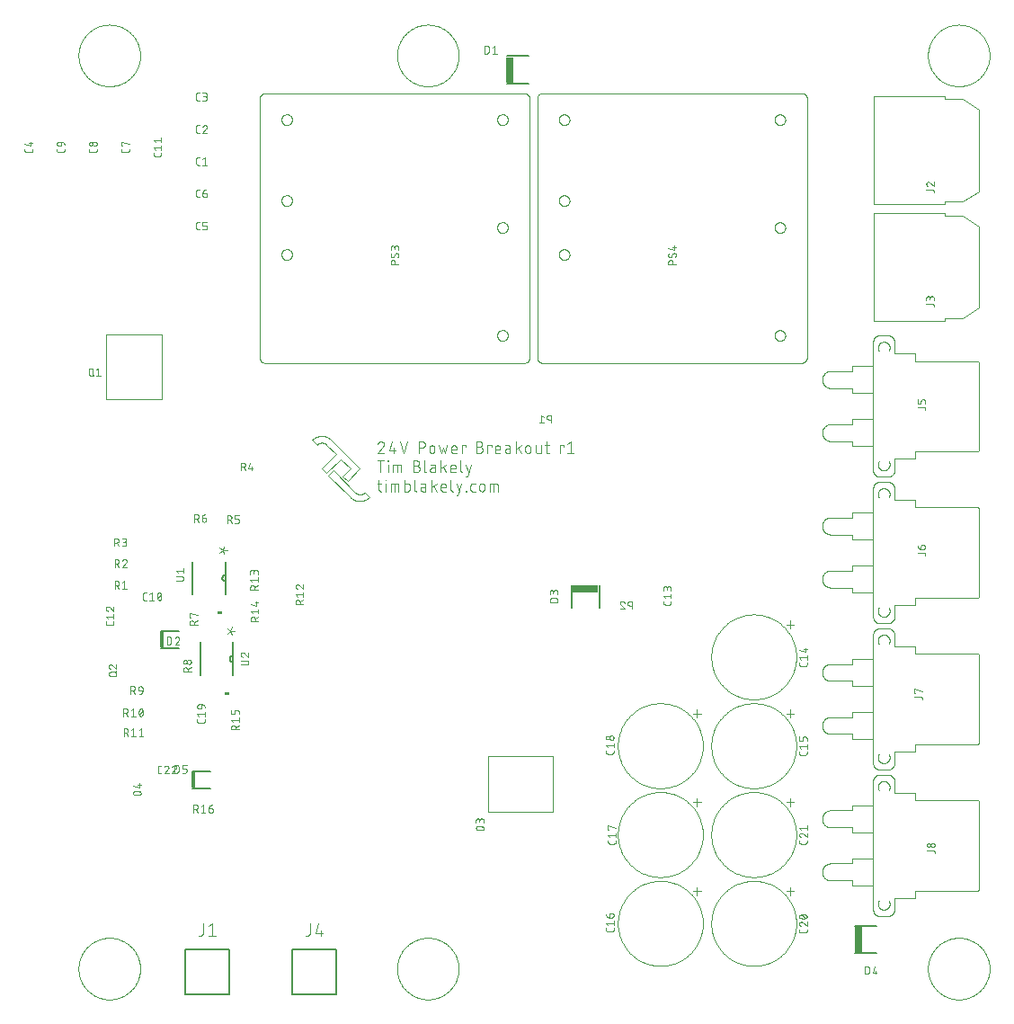
<source format=gbr>
G04 EAGLE Gerber RS-274X export*
G75*
%MOMM*%
%FSLAX34Y34*%
%LPD*%
%INSilkscreen Top*%
%IPPOS*%
%AMOC8*
5,1,8,0,0,1.08239X$1,22.5*%
G01*
%ADD10C,0.100000*%
%ADD11C,0.101600*%
%ADD12C,0.025000*%
%ADD13C,0.076200*%
%ADD14C,0.120000*%
%ADD15C,0.152400*%
%ADD16C,0.203200*%
%ADD17R,2.450000X0.675000*%
%ADD18R,0.675000X2.450000*%
%ADD19R,0.300000X1.575000*%
%ADD20C,0.127000*%

G36*
X195907Y363966D02*
X195907Y363966D01*
X195909Y363965D01*
X195952Y363985D01*
X195996Y364003D01*
X195996Y364005D01*
X195998Y364006D01*
X196031Y364091D01*
X196031Y366631D01*
X196030Y366633D01*
X196031Y366635D01*
X196011Y366678D01*
X195993Y366722D01*
X195991Y366722D01*
X195990Y366724D01*
X195905Y366757D01*
X192095Y366757D01*
X192093Y366756D01*
X192091Y366757D01*
X192048Y366737D01*
X192004Y366719D01*
X192004Y366717D01*
X192002Y366716D01*
X191969Y366631D01*
X191969Y364091D01*
X191970Y364089D01*
X191969Y364087D01*
X191989Y364044D01*
X192007Y364000D01*
X192009Y364000D01*
X192010Y363998D01*
X192095Y363965D01*
X195905Y363965D01*
X195907Y363966D01*
G37*
G36*
X202907Y287866D02*
X202907Y287866D01*
X202909Y287865D01*
X202952Y287885D01*
X202996Y287903D01*
X202996Y287905D01*
X202998Y287906D01*
X203031Y287991D01*
X203031Y290531D01*
X203030Y290533D01*
X203031Y290535D01*
X203011Y290578D01*
X202993Y290622D01*
X202991Y290622D01*
X202990Y290624D01*
X202905Y290657D01*
X199095Y290657D01*
X199093Y290656D01*
X199091Y290657D01*
X199048Y290637D01*
X199004Y290619D01*
X199004Y290617D01*
X199002Y290616D01*
X198969Y290531D01*
X198969Y287991D01*
X198970Y287989D01*
X198969Y287987D01*
X198989Y287944D01*
X199007Y287900D01*
X199009Y287900D01*
X199010Y287898D01*
X199095Y287865D01*
X202905Y287865D01*
X202907Y287866D01*
G37*
D10*
X325921Y501000D02*
X298980Y527941D01*
X316941Y501000D02*
X309757Y493816D01*
X314247Y489326D01*
X325921Y501000D01*
X303470Y514470D02*
X290000Y501000D01*
X294490Y496510D01*
X307961Y509980D01*
X300776Y499204D02*
X296286Y494714D01*
X316941Y474059D01*
X317160Y473844D01*
X317385Y473635D01*
X317615Y473432D01*
X317849Y473234D01*
X318089Y473042D01*
X318333Y472855D01*
X318581Y472675D01*
X318833Y472501D01*
X319090Y472333D01*
X319351Y472171D01*
X319615Y472015D01*
X319884Y471866D01*
X320155Y471723D01*
X320430Y471587D01*
X320709Y471458D01*
X320990Y471335D01*
X321274Y471220D01*
X321561Y471111D01*
X321851Y471009D01*
X322143Y470914D01*
X322437Y470826D01*
X322733Y470746D01*
X323031Y470672D01*
X323331Y470606D01*
X323632Y470547D01*
X323934Y470495D01*
X324238Y470451D01*
X324543Y470414D01*
X324848Y470384D01*
X325154Y470362D01*
X325461Y470347D01*
X325768Y470340D01*
X326074Y470340D01*
X326381Y470347D01*
X326688Y470362D01*
X326994Y470384D01*
X327299Y470414D01*
X327604Y470451D01*
X327908Y470495D01*
X328210Y470547D01*
X328511Y470606D01*
X328811Y470672D01*
X329109Y470746D01*
X329405Y470826D01*
X329699Y470914D01*
X329991Y471009D01*
X330281Y471111D01*
X330568Y471220D01*
X330852Y471335D01*
X331133Y471458D01*
X331412Y471587D01*
X331687Y471723D01*
X331958Y471866D01*
X332227Y472015D01*
X332491Y472171D01*
X332752Y472333D01*
X333009Y472501D01*
X333261Y472675D01*
X333509Y472855D01*
X333753Y473042D01*
X333993Y473234D01*
X334227Y473432D01*
X334457Y473635D01*
X334682Y473844D01*
X334901Y474059D01*
X330411Y478549D01*
X330411Y478550D02*
X330298Y478439D01*
X330182Y478332D01*
X330063Y478227D01*
X329942Y478125D01*
X329818Y478026D01*
X329692Y477931D01*
X329563Y477838D01*
X329432Y477749D01*
X329299Y477663D01*
X329164Y477581D01*
X329027Y477502D01*
X328888Y477426D01*
X328747Y477354D01*
X328605Y477285D01*
X328460Y477220D01*
X328314Y477158D01*
X328167Y477100D01*
X328018Y477046D01*
X327868Y476996D01*
X327717Y476949D01*
X327565Y476906D01*
X327411Y476867D01*
X327257Y476832D01*
X327102Y476801D01*
X326946Y476773D01*
X326789Y476750D01*
X326632Y476730D01*
X326474Y476714D01*
X326317Y476702D01*
X326158Y476694D01*
X326000Y476690D01*
X325842Y476690D01*
X325684Y476694D01*
X325525Y476702D01*
X325368Y476714D01*
X325210Y476730D01*
X325053Y476750D01*
X324896Y476773D01*
X324740Y476801D01*
X324585Y476832D01*
X324431Y476867D01*
X324277Y476906D01*
X324125Y476949D01*
X323974Y476996D01*
X323824Y477046D01*
X323675Y477100D01*
X323528Y477158D01*
X323382Y477220D01*
X323237Y477285D01*
X323095Y477354D01*
X322954Y477426D01*
X322815Y477502D01*
X322678Y477581D01*
X322543Y477663D01*
X322410Y477749D01*
X322279Y477838D01*
X322150Y477931D01*
X322024Y478026D01*
X321900Y478125D01*
X321779Y478227D01*
X321660Y478332D01*
X321544Y478439D01*
X321431Y478550D01*
X321431Y478549D02*
X300776Y499204D01*
X285510Y523451D02*
X281020Y527941D01*
X281239Y528156D01*
X281464Y528365D01*
X281694Y528568D01*
X281928Y528766D01*
X282168Y528958D01*
X282411Y529145D01*
X282660Y529325D01*
X282912Y529499D01*
X283169Y529667D01*
X283430Y529829D01*
X283694Y529985D01*
X283963Y530134D01*
X284234Y530277D01*
X284509Y530413D01*
X284788Y530542D01*
X285069Y530665D01*
X285353Y530780D01*
X285640Y530889D01*
X285930Y530991D01*
X286222Y531086D01*
X286516Y531174D01*
X286812Y531254D01*
X287110Y531328D01*
X287410Y531394D01*
X287711Y531453D01*
X288013Y531505D01*
X288317Y531549D01*
X288622Y531586D01*
X288927Y531616D01*
X289233Y531638D01*
X289540Y531653D01*
X289847Y531660D01*
X290153Y531660D01*
X290460Y531653D01*
X290767Y531638D01*
X291073Y531616D01*
X291378Y531586D01*
X291683Y531549D01*
X291987Y531505D01*
X292289Y531453D01*
X292590Y531394D01*
X292890Y531328D01*
X293188Y531254D01*
X293484Y531174D01*
X293778Y531086D01*
X294070Y530991D01*
X294360Y530889D01*
X294647Y530780D01*
X294931Y530665D01*
X295212Y530542D01*
X295491Y530413D01*
X295766Y530277D01*
X296037Y530134D01*
X296306Y529985D01*
X296570Y529829D01*
X296831Y529667D01*
X297088Y529499D01*
X297340Y529325D01*
X297589Y529145D01*
X297832Y528958D01*
X298072Y528766D01*
X298306Y528568D01*
X298536Y528365D01*
X298761Y528156D01*
X298980Y527941D01*
X294490Y523451D02*
X294377Y523562D01*
X294261Y523669D01*
X294142Y523774D01*
X294021Y523876D01*
X293897Y523975D01*
X293771Y524070D01*
X293642Y524163D01*
X293511Y524252D01*
X293378Y524338D01*
X293243Y524420D01*
X293106Y524499D01*
X292967Y524575D01*
X292826Y524647D01*
X292684Y524716D01*
X292539Y524781D01*
X292393Y524843D01*
X292246Y524901D01*
X292097Y524955D01*
X291947Y525005D01*
X291796Y525052D01*
X291644Y525095D01*
X291490Y525134D01*
X291336Y525169D01*
X291181Y525200D01*
X291025Y525228D01*
X290868Y525251D01*
X290711Y525271D01*
X290553Y525287D01*
X290396Y525299D01*
X290237Y525307D01*
X290079Y525311D01*
X289921Y525311D01*
X289763Y525307D01*
X289604Y525299D01*
X289447Y525287D01*
X289289Y525271D01*
X289132Y525251D01*
X288975Y525228D01*
X288819Y525200D01*
X288664Y525169D01*
X288510Y525134D01*
X288356Y525095D01*
X288204Y525052D01*
X288053Y525005D01*
X287903Y524955D01*
X287754Y524901D01*
X287607Y524843D01*
X287461Y524781D01*
X287316Y524716D01*
X287174Y524647D01*
X287033Y524575D01*
X286894Y524499D01*
X286757Y524420D01*
X286622Y524338D01*
X286489Y524252D01*
X286358Y524163D01*
X286229Y524070D01*
X286103Y523975D01*
X285979Y523876D01*
X285858Y523774D01*
X285739Y523669D01*
X285623Y523562D01*
X285510Y523451D01*
X307961Y509980D02*
X316941Y501000D01*
X303470Y514470D02*
X294490Y523451D01*
D11*
X345864Y526492D02*
X345967Y526490D01*
X346069Y526484D01*
X346171Y526475D01*
X346273Y526461D01*
X346375Y526444D01*
X346475Y526423D01*
X346575Y526398D01*
X346673Y526370D01*
X346771Y526338D01*
X346867Y526302D01*
X346962Y526263D01*
X347055Y526220D01*
X347147Y526174D01*
X347237Y526124D01*
X347325Y526071D01*
X347411Y526015D01*
X347495Y525955D01*
X347576Y525893D01*
X347655Y525827D01*
X347732Y525759D01*
X347806Y525688D01*
X347877Y525614D01*
X347945Y525537D01*
X348011Y525458D01*
X348073Y525377D01*
X348133Y525293D01*
X348189Y525207D01*
X348242Y525119D01*
X348292Y525029D01*
X348338Y524937D01*
X348381Y524844D01*
X348420Y524749D01*
X348456Y524653D01*
X348488Y524555D01*
X348516Y524457D01*
X348541Y524357D01*
X348562Y524257D01*
X348579Y524155D01*
X348593Y524053D01*
X348602Y523951D01*
X348608Y523849D01*
X348610Y523746D01*
X345864Y526492D02*
X345747Y526490D01*
X345631Y526484D01*
X345514Y526475D01*
X345398Y526461D01*
X345283Y526444D01*
X345168Y526423D01*
X345054Y526398D01*
X344941Y526369D01*
X344829Y526337D01*
X344718Y526301D01*
X344608Y526261D01*
X344499Y526217D01*
X344393Y526170D01*
X344287Y526120D01*
X344184Y526066D01*
X344082Y526009D01*
X343982Y525948D01*
X343884Y525884D01*
X343789Y525817D01*
X343696Y525747D01*
X343605Y525674D01*
X343516Y525597D01*
X343430Y525518D01*
X343347Y525436D01*
X343267Y525352D01*
X343189Y525265D01*
X343115Y525175D01*
X343043Y525083D01*
X342974Y524988D01*
X342909Y524891D01*
X342847Y524793D01*
X342788Y524692D01*
X342733Y524589D01*
X342680Y524485D01*
X342632Y524378D01*
X342587Y524271D01*
X342545Y524161D01*
X342508Y524051D01*
X347695Y521611D02*
X347769Y521683D01*
X347840Y521759D01*
X347909Y521837D01*
X347974Y521917D01*
X348037Y522000D01*
X348097Y522084D01*
X348154Y522171D01*
X348208Y522260D01*
X348259Y522351D01*
X348306Y522443D01*
X348351Y522537D01*
X348392Y522632D01*
X348429Y522729D01*
X348463Y522827D01*
X348494Y522926D01*
X348521Y523027D01*
X348544Y523128D01*
X348564Y523230D01*
X348581Y523332D01*
X348594Y523435D01*
X348603Y523539D01*
X348608Y523642D01*
X348610Y523746D01*
X347695Y521610D02*
X342508Y515508D01*
X348610Y515508D01*
X353308Y517949D02*
X355749Y526492D01*
X353308Y517949D02*
X359410Y517949D01*
X357580Y520390D02*
X357580Y515508D01*
X367159Y515508D02*
X363498Y526492D01*
X370820Y526492D02*
X367159Y515508D01*
X381193Y515508D02*
X381193Y526492D01*
X384244Y526492D01*
X384353Y526490D01*
X384462Y526484D01*
X384570Y526475D01*
X384678Y526461D01*
X384786Y526444D01*
X384893Y526422D01*
X384999Y526397D01*
X385104Y526368D01*
X385208Y526336D01*
X385310Y526300D01*
X385412Y526260D01*
X385511Y526216D01*
X385610Y526169D01*
X385706Y526119D01*
X385801Y526065D01*
X385893Y526008D01*
X385984Y525947D01*
X386072Y525883D01*
X386158Y525817D01*
X386242Y525747D01*
X386323Y525674D01*
X386401Y525598D01*
X386477Y525520D01*
X386550Y525439D01*
X386620Y525355D01*
X386686Y525269D01*
X386750Y525181D01*
X386811Y525090D01*
X386868Y524998D01*
X386922Y524903D01*
X386972Y524807D01*
X387019Y524708D01*
X387063Y524609D01*
X387103Y524507D01*
X387139Y524405D01*
X387171Y524301D01*
X387200Y524196D01*
X387225Y524090D01*
X387247Y523983D01*
X387264Y523875D01*
X387278Y523767D01*
X387287Y523659D01*
X387293Y523550D01*
X387295Y523441D01*
X387293Y523332D01*
X387287Y523223D01*
X387278Y523115D01*
X387264Y523007D01*
X387247Y522899D01*
X387225Y522792D01*
X387200Y522686D01*
X387171Y522581D01*
X387139Y522477D01*
X387103Y522375D01*
X387063Y522273D01*
X387019Y522174D01*
X386972Y522075D01*
X386922Y521979D01*
X386868Y521884D01*
X386811Y521792D01*
X386750Y521701D01*
X386686Y521613D01*
X386620Y521527D01*
X386550Y521443D01*
X386477Y521362D01*
X386401Y521284D01*
X386323Y521208D01*
X386242Y521135D01*
X386158Y521065D01*
X386072Y520999D01*
X385984Y520935D01*
X385893Y520874D01*
X385801Y520817D01*
X385706Y520763D01*
X385610Y520713D01*
X385511Y520666D01*
X385412Y520622D01*
X385310Y520582D01*
X385208Y520546D01*
X385104Y520514D01*
X384999Y520485D01*
X384893Y520460D01*
X384786Y520438D01*
X384678Y520421D01*
X384570Y520407D01*
X384462Y520398D01*
X384353Y520392D01*
X384244Y520390D01*
X381193Y520390D01*
X391358Y520390D02*
X391358Y517949D01*
X391358Y520390D02*
X391360Y520487D01*
X391366Y520584D01*
X391375Y520681D01*
X391389Y520777D01*
X391406Y520872D01*
X391427Y520967D01*
X391452Y521061D01*
X391480Y521154D01*
X391513Y521245D01*
X391548Y521335D01*
X391588Y521424D01*
X391631Y521511D01*
X391677Y521596D01*
X391727Y521680D01*
X391780Y521761D01*
X391836Y521840D01*
X391895Y521917D01*
X391957Y521992D01*
X392022Y522064D01*
X392090Y522133D01*
X392161Y522200D01*
X392234Y522263D01*
X392310Y522324D01*
X392388Y522382D01*
X392468Y522436D01*
X392551Y522488D01*
X392635Y522536D01*
X392721Y522580D01*
X392809Y522621D01*
X392899Y522659D01*
X392990Y522693D01*
X393082Y522723D01*
X393175Y522750D01*
X393269Y522773D01*
X393365Y522792D01*
X393460Y522807D01*
X393557Y522819D01*
X393653Y522827D01*
X393750Y522831D01*
X393848Y522831D01*
X393945Y522827D01*
X394041Y522819D01*
X394138Y522807D01*
X394233Y522792D01*
X394329Y522773D01*
X394423Y522750D01*
X394516Y522723D01*
X394608Y522693D01*
X394699Y522659D01*
X394789Y522621D01*
X394877Y522580D01*
X394963Y522536D01*
X395047Y522488D01*
X395130Y522436D01*
X395210Y522382D01*
X395288Y522324D01*
X395364Y522263D01*
X395437Y522200D01*
X395508Y522133D01*
X395576Y522064D01*
X395641Y521992D01*
X395703Y521917D01*
X395762Y521840D01*
X395818Y521761D01*
X395871Y521680D01*
X395921Y521596D01*
X395967Y521511D01*
X396010Y521424D01*
X396050Y521335D01*
X396085Y521245D01*
X396118Y521154D01*
X396146Y521061D01*
X396171Y520967D01*
X396192Y520872D01*
X396209Y520777D01*
X396223Y520681D01*
X396232Y520584D01*
X396238Y520487D01*
X396240Y520390D01*
X396240Y517949D01*
X396238Y517852D01*
X396232Y517755D01*
X396223Y517658D01*
X396209Y517562D01*
X396192Y517467D01*
X396171Y517372D01*
X396146Y517278D01*
X396118Y517185D01*
X396085Y517094D01*
X396050Y517004D01*
X396010Y516915D01*
X395967Y516828D01*
X395921Y516743D01*
X395871Y516659D01*
X395818Y516578D01*
X395762Y516499D01*
X395703Y516422D01*
X395641Y516347D01*
X395576Y516275D01*
X395508Y516206D01*
X395437Y516139D01*
X395364Y516076D01*
X395288Y516015D01*
X395210Y515957D01*
X395130Y515903D01*
X395047Y515851D01*
X394963Y515803D01*
X394877Y515759D01*
X394789Y515718D01*
X394699Y515680D01*
X394608Y515646D01*
X394516Y515616D01*
X394423Y515589D01*
X394329Y515566D01*
X394233Y515547D01*
X394138Y515532D01*
X394041Y515520D01*
X393945Y515512D01*
X393848Y515508D01*
X393750Y515508D01*
X393653Y515512D01*
X393557Y515520D01*
X393460Y515532D01*
X393365Y515547D01*
X393269Y515566D01*
X393175Y515589D01*
X393082Y515616D01*
X392990Y515646D01*
X392899Y515680D01*
X392809Y515718D01*
X392721Y515759D01*
X392635Y515803D01*
X392551Y515851D01*
X392468Y515903D01*
X392388Y515957D01*
X392310Y516015D01*
X392234Y516076D01*
X392161Y516139D01*
X392090Y516206D01*
X392022Y516275D01*
X391957Y516347D01*
X391895Y516422D01*
X391836Y516499D01*
X391780Y516578D01*
X391727Y516659D01*
X391677Y516743D01*
X391631Y516828D01*
X391588Y516915D01*
X391548Y517004D01*
X391513Y517094D01*
X391480Y517185D01*
X391452Y517278D01*
X391427Y517372D01*
X391406Y517467D01*
X391389Y517562D01*
X391375Y517658D01*
X391366Y517755D01*
X391360Y517852D01*
X391358Y517949D01*
X400578Y522831D02*
X402408Y515508D01*
X404239Y520390D01*
X406070Y515508D01*
X407900Y522831D01*
X414069Y515508D02*
X417120Y515508D01*
X414069Y515508D02*
X413984Y515510D01*
X413900Y515516D01*
X413816Y515526D01*
X413733Y515539D01*
X413650Y515557D01*
X413568Y515578D01*
X413487Y515603D01*
X413408Y515632D01*
X413329Y515664D01*
X413253Y515700D01*
X413178Y515739D01*
X413105Y515782D01*
X413034Y515828D01*
X412966Y515878D01*
X412899Y515930D01*
X412835Y515986D01*
X412774Y516044D01*
X412716Y516105D01*
X412660Y516169D01*
X412608Y516236D01*
X412558Y516304D01*
X412512Y516375D01*
X412469Y516448D01*
X412430Y516523D01*
X412394Y516599D01*
X412362Y516678D01*
X412333Y516757D01*
X412308Y516838D01*
X412287Y516920D01*
X412269Y517003D01*
X412256Y517086D01*
X412246Y517170D01*
X412240Y517254D01*
X412238Y517339D01*
X412238Y520390D01*
X412240Y520487D01*
X412246Y520584D01*
X412255Y520681D01*
X412269Y520777D01*
X412286Y520872D01*
X412307Y520967D01*
X412332Y521061D01*
X412360Y521154D01*
X412393Y521245D01*
X412428Y521335D01*
X412468Y521424D01*
X412511Y521511D01*
X412557Y521596D01*
X412607Y521680D01*
X412660Y521761D01*
X412716Y521840D01*
X412775Y521917D01*
X412837Y521992D01*
X412902Y522064D01*
X412970Y522133D01*
X413041Y522200D01*
X413114Y522263D01*
X413190Y522324D01*
X413268Y522382D01*
X413348Y522436D01*
X413431Y522488D01*
X413515Y522536D01*
X413601Y522580D01*
X413689Y522621D01*
X413779Y522659D01*
X413870Y522693D01*
X413962Y522723D01*
X414055Y522750D01*
X414149Y522773D01*
X414245Y522792D01*
X414340Y522807D01*
X414437Y522819D01*
X414533Y522827D01*
X414630Y522831D01*
X414728Y522831D01*
X414825Y522827D01*
X414921Y522819D01*
X415018Y522807D01*
X415113Y522792D01*
X415209Y522773D01*
X415303Y522750D01*
X415396Y522723D01*
X415488Y522693D01*
X415579Y522659D01*
X415669Y522621D01*
X415757Y522580D01*
X415843Y522536D01*
X415927Y522488D01*
X416010Y522436D01*
X416090Y522382D01*
X416168Y522324D01*
X416244Y522263D01*
X416317Y522200D01*
X416388Y522133D01*
X416456Y522064D01*
X416521Y521992D01*
X416583Y521917D01*
X416642Y521840D01*
X416698Y521761D01*
X416751Y521680D01*
X416801Y521596D01*
X416847Y521511D01*
X416890Y521424D01*
X416930Y521335D01*
X416965Y521245D01*
X416998Y521154D01*
X417026Y521061D01*
X417051Y520967D01*
X417072Y520872D01*
X417089Y520777D01*
X417103Y520681D01*
X417112Y520584D01*
X417118Y520487D01*
X417120Y520390D01*
X417120Y519169D01*
X412238Y519169D01*
X422023Y515508D02*
X422023Y522831D01*
X425684Y522831D01*
X425684Y521610D01*
X435552Y521610D02*
X438604Y521610D01*
X438713Y521608D01*
X438822Y521602D01*
X438930Y521593D01*
X439038Y521579D01*
X439146Y521562D01*
X439253Y521540D01*
X439359Y521515D01*
X439464Y521486D01*
X439568Y521454D01*
X439670Y521418D01*
X439772Y521378D01*
X439871Y521334D01*
X439970Y521287D01*
X440066Y521237D01*
X440161Y521183D01*
X440253Y521126D01*
X440344Y521065D01*
X440432Y521001D01*
X440518Y520935D01*
X440602Y520865D01*
X440683Y520792D01*
X440761Y520716D01*
X440837Y520638D01*
X440910Y520557D01*
X440980Y520473D01*
X441046Y520387D01*
X441110Y520299D01*
X441171Y520208D01*
X441228Y520116D01*
X441282Y520021D01*
X441332Y519925D01*
X441379Y519826D01*
X441423Y519727D01*
X441463Y519625D01*
X441499Y519523D01*
X441531Y519419D01*
X441560Y519314D01*
X441585Y519208D01*
X441607Y519101D01*
X441624Y518993D01*
X441638Y518885D01*
X441647Y518777D01*
X441653Y518668D01*
X441655Y518559D01*
X441653Y518450D01*
X441647Y518341D01*
X441638Y518233D01*
X441624Y518125D01*
X441607Y518017D01*
X441585Y517910D01*
X441560Y517804D01*
X441531Y517699D01*
X441499Y517595D01*
X441463Y517493D01*
X441423Y517391D01*
X441379Y517292D01*
X441332Y517193D01*
X441282Y517097D01*
X441228Y517002D01*
X441171Y516910D01*
X441110Y516819D01*
X441046Y516731D01*
X440980Y516645D01*
X440910Y516561D01*
X440837Y516480D01*
X440761Y516402D01*
X440683Y516326D01*
X440602Y516253D01*
X440518Y516183D01*
X440432Y516117D01*
X440344Y516053D01*
X440253Y515992D01*
X440161Y515935D01*
X440066Y515881D01*
X439970Y515831D01*
X439871Y515784D01*
X439772Y515740D01*
X439670Y515700D01*
X439568Y515664D01*
X439464Y515632D01*
X439359Y515603D01*
X439253Y515578D01*
X439146Y515556D01*
X439038Y515539D01*
X438930Y515525D01*
X438822Y515516D01*
X438713Y515510D01*
X438604Y515508D01*
X435552Y515508D01*
X435552Y526492D01*
X438604Y526492D01*
X438701Y526490D01*
X438798Y526484D01*
X438895Y526475D01*
X438991Y526461D01*
X439086Y526444D01*
X439181Y526423D01*
X439275Y526398D01*
X439368Y526370D01*
X439459Y526337D01*
X439549Y526302D01*
X439638Y526262D01*
X439725Y526219D01*
X439810Y526173D01*
X439894Y526123D01*
X439975Y526070D01*
X440054Y526014D01*
X440131Y525955D01*
X440206Y525893D01*
X440278Y525828D01*
X440347Y525760D01*
X440414Y525689D01*
X440477Y525616D01*
X440538Y525540D01*
X440596Y525462D01*
X440650Y525382D01*
X440702Y525299D01*
X440750Y525215D01*
X440794Y525129D01*
X440835Y525041D01*
X440873Y524951D01*
X440907Y524860D01*
X440937Y524768D01*
X440964Y524675D01*
X440987Y524581D01*
X441006Y524485D01*
X441021Y524390D01*
X441033Y524293D01*
X441041Y524197D01*
X441045Y524100D01*
X441045Y524002D01*
X441041Y523905D01*
X441033Y523809D01*
X441021Y523712D01*
X441006Y523617D01*
X440987Y523521D01*
X440964Y523427D01*
X440937Y523334D01*
X440907Y523242D01*
X440873Y523151D01*
X440835Y523061D01*
X440794Y522973D01*
X440750Y522887D01*
X440702Y522803D01*
X440650Y522720D01*
X440596Y522640D01*
X440538Y522562D01*
X440477Y522486D01*
X440414Y522413D01*
X440347Y522342D01*
X440278Y522274D01*
X440206Y522209D01*
X440131Y522147D01*
X440054Y522088D01*
X439975Y522032D01*
X439894Y521979D01*
X439810Y521929D01*
X439725Y521883D01*
X439638Y521840D01*
X439549Y521800D01*
X439459Y521765D01*
X439368Y521732D01*
X439275Y521704D01*
X439181Y521679D01*
X439086Y521658D01*
X438991Y521641D01*
X438895Y521627D01*
X438798Y521618D01*
X438701Y521612D01*
X438604Y521610D01*
X446143Y522831D02*
X446143Y515508D01*
X446143Y522831D02*
X449804Y522831D01*
X449804Y521610D01*
X455109Y515508D02*
X458160Y515508D01*
X455109Y515508D02*
X455024Y515510D01*
X454940Y515516D01*
X454856Y515526D01*
X454773Y515539D01*
X454690Y515557D01*
X454608Y515578D01*
X454527Y515603D01*
X454448Y515632D01*
X454369Y515664D01*
X454293Y515700D01*
X454218Y515739D01*
X454145Y515782D01*
X454074Y515828D01*
X454006Y515878D01*
X453939Y515930D01*
X453875Y515986D01*
X453814Y516044D01*
X453756Y516105D01*
X453700Y516169D01*
X453648Y516236D01*
X453598Y516304D01*
X453552Y516375D01*
X453509Y516448D01*
X453470Y516523D01*
X453434Y516599D01*
X453402Y516678D01*
X453373Y516757D01*
X453348Y516838D01*
X453327Y516920D01*
X453309Y517003D01*
X453296Y517086D01*
X453286Y517170D01*
X453280Y517254D01*
X453278Y517339D01*
X453278Y520390D01*
X453280Y520487D01*
X453286Y520584D01*
X453295Y520681D01*
X453309Y520777D01*
X453326Y520872D01*
X453347Y520967D01*
X453372Y521061D01*
X453400Y521154D01*
X453433Y521245D01*
X453468Y521335D01*
X453508Y521424D01*
X453551Y521511D01*
X453597Y521596D01*
X453647Y521680D01*
X453700Y521761D01*
X453756Y521840D01*
X453815Y521917D01*
X453877Y521992D01*
X453942Y522064D01*
X454010Y522133D01*
X454081Y522200D01*
X454154Y522263D01*
X454230Y522324D01*
X454308Y522382D01*
X454388Y522436D01*
X454471Y522488D01*
X454555Y522536D01*
X454641Y522580D01*
X454729Y522621D01*
X454819Y522659D01*
X454910Y522693D01*
X455002Y522723D01*
X455095Y522750D01*
X455189Y522773D01*
X455285Y522792D01*
X455380Y522807D01*
X455477Y522819D01*
X455573Y522827D01*
X455670Y522831D01*
X455768Y522831D01*
X455865Y522827D01*
X455961Y522819D01*
X456058Y522807D01*
X456153Y522792D01*
X456249Y522773D01*
X456343Y522750D01*
X456436Y522723D01*
X456528Y522693D01*
X456619Y522659D01*
X456709Y522621D01*
X456797Y522580D01*
X456883Y522536D01*
X456967Y522488D01*
X457050Y522436D01*
X457130Y522382D01*
X457208Y522324D01*
X457284Y522263D01*
X457357Y522200D01*
X457428Y522133D01*
X457496Y522064D01*
X457561Y521992D01*
X457623Y521917D01*
X457682Y521840D01*
X457738Y521761D01*
X457791Y521680D01*
X457841Y521596D01*
X457887Y521511D01*
X457930Y521424D01*
X457970Y521335D01*
X458005Y521245D01*
X458038Y521154D01*
X458066Y521061D01*
X458091Y520967D01*
X458112Y520872D01*
X458129Y520777D01*
X458143Y520681D01*
X458152Y520584D01*
X458158Y520487D01*
X458160Y520390D01*
X458160Y519169D01*
X453278Y519169D01*
X464716Y519780D02*
X467462Y519780D01*
X464716Y519780D02*
X464625Y519778D01*
X464535Y519772D01*
X464445Y519763D01*
X464355Y519749D01*
X464266Y519732D01*
X464178Y519711D01*
X464091Y519686D01*
X464004Y519658D01*
X463920Y519626D01*
X463836Y519590D01*
X463754Y519551D01*
X463674Y519509D01*
X463596Y519463D01*
X463520Y519414D01*
X463446Y519361D01*
X463374Y519306D01*
X463305Y519247D01*
X463238Y519186D01*
X463174Y519122D01*
X463113Y519055D01*
X463054Y518986D01*
X462999Y518914D01*
X462946Y518840D01*
X462897Y518764D01*
X462851Y518686D01*
X462809Y518606D01*
X462770Y518524D01*
X462734Y518440D01*
X462702Y518356D01*
X462674Y518269D01*
X462649Y518182D01*
X462628Y518094D01*
X462611Y518005D01*
X462597Y517915D01*
X462588Y517825D01*
X462582Y517735D01*
X462580Y517644D01*
X462582Y517553D01*
X462588Y517463D01*
X462597Y517373D01*
X462611Y517283D01*
X462628Y517194D01*
X462649Y517106D01*
X462674Y517019D01*
X462702Y516932D01*
X462734Y516848D01*
X462770Y516764D01*
X462809Y516682D01*
X462851Y516602D01*
X462897Y516524D01*
X462946Y516448D01*
X462999Y516374D01*
X463054Y516302D01*
X463113Y516233D01*
X463174Y516166D01*
X463238Y516102D01*
X463305Y516041D01*
X463374Y515982D01*
X463446Y515927D01*
X463520Y515874D01*
X463596Y515825D01*
X463674Y515779D01*
X463754Y515737D01*
X463836Y515698D01*
X463920Y515662D01*
X464004Y515630D01*
X464091Y515602D01*
X464178Y515577D01*
X464266Y515556D01*
X464355Y515539D01*
X464445Y515525D01*
X464535Y515516D01*
X464625Y515510D01*
X464716Y515508D01*
X467462Y515508D01*
X467462Y521000D01*
X467463Y521000D02*
X467461Y521085D01*
X467455Y521169D01*
X467445Y521253D01*
X467432Y521336D01*
X467414Y521419D01*
X467393Y521501D01*
X467368Y521582D01*
X467339Y521661D01*
X467307Y521740D01*
X467271Y521816D01*
X467232Y521891D01*
X467189Y521964D01*
X467143Y522035D01*
X467093Y522103D01*
X467041Y522170D01*
X466985Y522234D01*
X466927Y522295D01*
X466866Y522353D01*
X466802Y522409D01*
X466735Y522461D01*
X466667Y522511D01*
X466596Y522557D01*
X466523Y522600D01*
X466448Y522639D01*
X466372Y522675D01*
X466293Y522707D01*
X466214Y522736D01*
X466133Y522761D01*
X466051Y522782D01*
X465968Y522800D01*
X465885Y522813D01*
X465801Y522823D01*
X465717Y522829D01*
X465632Y522831D01*
X463191Y522831D01*
X472850Y526492D02*
X472850Y515508D01*
X472850Y519169D02*
X477731Y522831D01*
X474985Y520695D02*
X477731Y515508D01*
X481718Y517949D02*
X481718Y520390D01*
X481720Y520487D01*
X481726Y520584D01*
X481735Y520681D01*
X481749Y520777D01*
X481766Y520872D01*
X481787Y520967D01*
X481812Y521061D01*
X481840Y521154D01*
X481873Y521245D01*
X481908Y521335D01*
X481948Y521424D01*
X481991Y521511D01*
X482037Y521596D01*
X482087Y521680D01*
X482140Y521761D01*
X482196Y521840D01*
X482255Y521917D01*
X482317Y521992D01*
X482382Y522064D01*
X482450Y522133D01*
X482521Y522200D01*
X482594Y522263D01*
X482670Y522324D01*
X482748Y522382D01*
X482828Y522436D01*
X482911Y522488D01*
X482995Y522536D01*
X483081Y522580D01*
X483169Y522621D01*
X483259Y522659D01*
X483350Y522693D01*
X483442Y522723D01*
X483535Y522750D01*
X483629Y522773D01*
X483725Y522792D01*
X483820Y522807D01*
X483917Y522819D01*
X484013Y522827D01*
X484110Y522831D01*
X484208Y522831D01*
X484305Y522827D01*
X484401Y522819D01*
X484498Y522807D01*
X484593Y522792D01*
X484689Y522773D01*
X484783Y522750D01*
X484876Y522723D01*
X484968Y522693D01*
X485059Y522659D01*
X485149Y522621D01*
X485237Y522580D01*
X485323Y522536D01*
X485407Y522488D01*
X485490Y522436D01*
X485570Y522382D01*
X485648Y522324D01*
X485724Y522263D01*
X485797Y522200D01*
X485868Y522133D01*
X485936Y522064D01*
X486001Y521992D01*
X486063Y521917D01*
X486122Y521840D01*
X486178Y521761D01*
X486231Y521680D01*
X486281Y521596D01*
X486327Y521511D01*
X486370Y521424D01*
X486410Y521335D01*
X486445Y521245D01*
X486478Y521154D01*
X486506Y521061D01*
X486531Y520967D01*
X486552Y520872D01*
X486569Y520777D01*
X486583Y520681D01*
X486592Y520584D01*
X486598Y520487D01*
X486600Y520390D01*
X486600Y517949D01*
X486598Y517852D01*
X486592Y517755D01*
X486583Y517658D01*
X486569Y517562D01*
X486552Y517467D01*
X486531Y517372D01*
X486506Y517278D01*
X486478Y517185D01*
X486445Y517094D01*
X486410Y517004D01*
X486370Y516915D01*
X486327Y516828D01*
X486281Y516743D01*
X486231Y516659D01*
X486178Y516578D01*
X486122Y516499D01*
X486063Y516422D01*
X486001Y516347D01*
X485936Y516275D01*
X485868Y516206D01*
X485797Y516139D01*
X485724Y516076D01*
X485648Y516015D01*
X485570Y515957D01*
X485490Y515903D01*
X485407Y515851D01*
X485323Y515803D01*
X485237Y515759D01*
X485149Y515718D01*
X485059Y515680D01*
X484968Y515646D01*
X484876Y515616D01*
X484783Y515589D01*
X484689Y515566D01*
X484593Y515547D01*
X484498Y515532D01*
X484401Y515520D01*
X484305Y515512D01*
X484208Y515508D01*
X484110Y515508D01*
X484013Y515512D01*
X483917Y515520D01*
X483820Y515532D01*
X483725Y515547D01*
X483629Y515566D01*
X483535Y515589D01*
X483442Y515616D01*
X483350Y515646D01*
X483259Y515680D01*
X483169Y515718D01*
X483081Y515759D01*
X482995Y515803D01*
X482911Y515851D01*
X482828Y515903D01*
X482748Y515957D01*
X482670Y516015D01*
X482594Y516076D01*
X482521Y516139D01*
X482450Y516206D01*
X482382Y516275D01*
X482317Y516347D01*
X482255Y516422D01*
X482196Y516499D01*
X482140Y516578D01*
X482087Y516659D01*
X482037Y516743D01*
X481991Y516828D01*
X481948Y516915D01*
X481908Y517004D01*
X481873Y517094D01*
X481840Y517185D01*
X481812Y517278D01*
X481787Y517372D01*
X481766Y517467D01*
X481749Y517562D01*
X481735Y517658D01*
X481726Y517755D01*
X481720Y517852D01*
X481718Y517949D01*
X491438Y517339D02*
X491438Y522831D01*
X491438Y517339D02*
X491440Y517254D01*
X491446Y517170D01*
X491456Y517086D01*
X491469Y517003D01*
X491487Y516920D01*
X491508Y516838D01*
X491533Y516757D01*
X491562Y516678D01*
X491594Y516599D01*
X491630Y516523D01*
X491669Y516448D01*
X491712Y516375D01*
X491758Y516304D01*
X491808Y516236D01*
X491860Y516169D01*
X491916Y516105D01*
X491974Y516044D01*
X492035Y515986D01*
X492099Y515930D01*
X492166Y515878D01*
X492234Y515828D01*
X492305Y515782D01*
X492378Y515739D01*
X492453Y515700D01*
X492529Y515664D01*
X492608Y515632D01*
X492687Y515603D01*
X492768Y515578D01*
X492850Y515557D01*
X492933Y515539D01*
X493016Y515526D01*
X493100Y515516D01*
X493184Y515510D01*
X493269Y515508D01*
X496320Y515508D01*
X496320Y522831D01*
X500238Y522831D02*
X503900Y522831D01*
X501459Y526492D02*
X501459Y517339D01*
X501458Y517339D02*
X501460Y517254D01*
X501466Y517170D01*
X501476Y517086D01*
X501489Y517003D01*
X501507Y516920D01*
X501528Y516838D01*
X501553Y516757D01*
X501582Y516678D01*
X501614Y516599D01*
X501650Y516523D01*
X501689Y516448D01*
X501732Y516375D01*
X501778Y516304D01*
X501828Y516236D01*
X501880Y516169D01*
X501936Y516105D01*
X501994Y516044D01*
X502055Y515986D01*
X502119Y515930D01*
X502186Y515878D01*
X502254Y515828D01*
X502325Y515782D01*
X502398Y515739D01*
X502473Y515700D01*
X502549Y515664D01*
X502628Y515632D01*
X502707Y515603D01*
X502788Y515578D01*
X502870Y515557D01*
X502953Y515539D01*
X503036Y515526D01*
X503120Y515516D01*
X503204Y515510D01*
X503289Y515508D01*
X503900Y515508D01*
X514182Y515508D02*
X514182Y522831D01*
X517844Y522831D01*
X517844Y521610D01*
X521428Y524051D02*
X524479Y526492D01*
X524479Y515508D01*
X521428Y515508D02*
X527530Y515508D01*
X345559Y508492D02*
X345559Y497508D01*
X342508Y508492D02*
X348610Y508492D01*
X352399Y504831D02*
X352399Y497508D01*
X352094Y507882D02*
X352094Y508492D01*
X352704Y508492D01*
X352704Y507882D01*
X352094Y507882D01*
X357378Y504831D02*
X357378Y497508D01*
X357378Y504831D02*
X362870Y504831D01*
X362955Y504829D01*
X363039Y504823D01*
X363123Y504813D01*
X363206Y504800D01*
X363289Y504782D01*
X363371Y504761D01*
X363452Y504736D01*
X363531Y504707D01*
X363610Y504675D01*
X363686Y504639D01*
X363761Y504600D01*
X363834Y504557D01*
X363905Y504511D01*
X363973Y504461D01*
X364040Y504409D01*
X364104Y504353D01*
X364165Y504295D01*
X364223Y504234D01*
X364279Y504170D01*
X364331Y504103D01*
X364381Y504035D01*
X364427Y503964D01*
X364470Y503891D01*
X364509Y503816D01*
X364545Y503740D01*
X364577Y503661D01*
X364606Y503582D01*
X364631Y503501D01*
X364652Y503419D01*
X364670Y503336D01*
X364683Y503253D01*
X364693Y503169D01*
X364699Y503085D01*
X364701Y503000D01*
X364700Y503000D02*
X364700Y497508D01*
X361039Y497508D02*
X361039Y504831D01*
X376153Y503610D02*
X379204Y503610D01*
X379313Y503608D01*
X379422Y503602D01*
X379530Y503593D01*
X379638Y503579D01*
X379746Y503562D01*
X379853Y503540D01*
X379959Y503515D01*
X380064Y503486D01*
X380168Y503454D01*
X380270Y503418D01*
X380372Y503378D01*
X380471Y503334D01*
X380570Y503287D01*
X380666Y503237D01*
X380761Y503183D01*
X380853Y503126D01*
X380944Y503065D01*
X381032Y503001D01*
X381118Y502935D01*
X381202Y502865D01*
X381283Y502792D01*
X381361Y502716D01*
X381437Y502638D01*
X381510Y502557D01*
X381580Y502473D01*
X381646Y502387D01*
X381710Y502299D01*
X381771Y502208D01*
X381828Y502116D01*
X381882Y502021D01*
X381932Y501925D01*
X381979Y501826D01*
X382023Y501727D01*
X382063Y501625D01*
X382099Y501523D01*
X382131Y501419D01*
X382160Y501314D01*
X382185Y501208D01*
X382207Y501101D01*
X382224Y500993D01*
X382238Y500885D01*
X382247Y500777D01*
X382253Y500668D01*
X382255Y500559D01*
X382253Y500450D01*
X382247Y500341D01*
X382238Y500233D01*
X382224Y500125D01*
X382207Y500017D01*
X382185Y499910D01*
X382160Y499804D01*
X382131Y499699D01*
X382099Y499595D01*
X382063Y499493D01*
X382023Y499391D01*
X381979Y499292D01*
X381932Y499193D01*
X381882Y499097D01*
X381828Y499002D01*
X381771Y498910D01*
X381710Y498819D01*
X381646Y498731D01*
X381580Y498645D01*
X381510Y498561D01*
X381437Y498480D01*
X381361Y498402D01*
X381283Y498326D01*
X381202Y498253D01*
X381118Y498183D01*
X381032Y498117D01*
X380944Y498053D01*
X380853Y497992D01*
X380761Y497935D01*
X380666Y497881D01*
X380570Y497831D01*
X380471Y497784D01*
X380372Y497740D01*
X380270Y497700D01*
X380168Y497664D01*
X380064Y497632D01*
X379959Y497603D01*
X379853Y497578D01*
X379746Y497556D01*
X379638Y497539D01*
X379530Y497525D01*
X379422Y497516D01*
X379313Y497510D01*
X379204Y497508D01*
X376153Y497508D01*
X376153Y508492D01*
X379204Y508492D01*
X379301Y508490D01*
X379398Y508484D01*
X379495Y508475D01*
X379591Y508461D01*
X379686Y508444D01*
X379781Y508423D01*
X379875Y508398D01*
X379968Y508370D01*
X380059Y508337D01*
X380149Y508302D01*
X380238Y508262D01*
X380325Y508219D01*
X380410Y508173D01*
X380494Y508123D01*
X380575Y508070D01*
X380654Y508014D01*
X380731Y507955D01*
X380806Y507893D01*
X380878Y507828D01*
X380947Y507760D01*
X381014Y507689D01*
X381077Y507616D01*
X381138Y507540D01*
X381196Y507462D01*
X381250Y507382D01*
X381302Y507299D01*
X381350Y507215D01*
X381394Y507129D01*
X381435Y507041D01*
X381473Y506951D01*
X381507Y506860D01*
X381537Y506768D01*
X381564Y506675D01*
X381587Y506581D01*
X381606Y506485D01*
X381621Y506390D01*
X381633Y506293D01*
X381641Y506197D01*
X381645Y506100D01*
X381645Y506002D01*
X381641Y505905D01*
X381633Y505809D01*
X381621Y505712D01*
X381606Y505617D01*
X381587Y505521D01*
X381564Y505427D01*
X381537Y505334D01*
X381507Y505242D01*
X381473Y505151D01*
X381435Y505061D01*
X381394Y504973D01*
X381350Y504887D01*
X381302Y504803D01*
X381250Y504720D01*
X381196Y504640D01*
X381138Y504562D01*
X381077Y504486D01*
X381014Y504413D01*
X380947Y504342D01*
X380878Y504274D01*
X380806Y504209D01*
X380731Y504147D01*
X380654Y504088D01*
X380575Y504032D01*
X380494Y503979D01*
X380410Y503929D01*
X380325Y503883D01*
X380238Y503840D01*
X380149Y503800D01*
X380059Y503765D01*
X379968Y503732D01*
X379875Y503704D01*
X379781Y503679D01*
X379686Y503658D01*
X379591Y503641D01*
X379495Y503627D01*
X379398Y503618D01*
X379301Y503612D01*
X379204Y503610D01*
X386453Y499339D02*
X386453Y508492D01*
X386453Y499339D02*
X386455Y499254D01*
X386461Y499170D01*
X386471Y499086D01*
X386484Y499003D01*
X386502Y498920D01*
X386523Y498838D01*
X386548Y498757D01*
X386577Y498678D01*
X386609Y498599D01*
X386645Y498523D01*
X386684Y498448D01*
X386727Y498375D01*
X386773Y498304D01*
X386823Y498236D01*
X386875Y498169D01*
X386931Y498105D01*
X386989Y498044D01*
X387050Y497986D01*
X387114Y497930D01*
X387181Y497878D01*
X387249Y497828D01*
X387320Y497782D01*
X387393Y497739D01*
X387468Y497700D01*
X387544Y497664D01*
X387623Y497632D01*
X387702Y497603D01*
X387783Y497578D01*
X387865Y497557D01*
X387948Y497539D01*
X388031Y497526D01*
X388115Y497516D01*
X388199Y497510D01*
X388284Y497508D01*
X394157Y501780D02*
X396903Y501780D01*
X394157Y501780D02*
X394066Y501778D01*
X393976Y501772D01*
X393886Y501763D01*
X393796Y501749D01*
X393707Y501732D01*
X393619Y501711D01*
X393532Y501686D01*
X393445Y501658D01*
X393361Y501626D01*
X393277Y501590D01*
X393195Y501551D01*
X393115Y501509D01*
X393037Y501463D01*
X392961Y501414D01*
X392887Y501361D01*
X392815Y501306D01*
X392746Y501247D01*
X392679Y501186D01*
X392615Y501122D01*
X392554Y501055D01*
X392495Y500986D01*
X392440Y500914D01*
X392387Y500840D01*
X392338Y500764D01*
X392292Y500686D01*
X392250Y500606D01*
X392211Y500524D01*
X392175Y500440D01*
X392143Y500356D01*
X392115Y500269D01*
X392090Y500182D01*
X392069Y500094D01*
X392052Y500005D01*
X392038Y499915D01*
X392029Y499825D01*
X392023Y499735D01*
X392021Y499644D01*
X392023Y499553D01*
X392029Y499463D01*
X392038Y499373D01*
X392052Y499283D01*
X392069Y499194D01*
X392090Y499106D01*
X392115Y499019D01*
X392143Y498932D01*
X392175Y498848D01*
X392211Y498764D01*
X392250Y498682D01*
X392292Y498602D01*
X392338Y498524D01*
X392387Y498448D01*
X392440Y498374D01*
X392495Y498302D01*
X392554Y498233D01*
X392615Y498166D01*
X392679Y498102D01*
X392746Y498041D01*
X392815Y497982D01*
X392887Y497927D01*
X392961Y497874D01*
X393037Y497825D01*
X393115Y497779D01*
X393195Y497737D01*
X393277Y497698D01*
X393361Y497662D01*
X393445Y497630D01*
X393532Y497602D01*
X393619Y497577D01*
X393707Y497556D01*
X393796Y497539D01*
X393886Y497525D01*
X393976Y497516D01*
X394066Y497510D01*
X394157Y497508D01*
X396903Y497508D01*
X396903Y503000D01*
X396901Y503085D01*
X396895Y503169D01*
X396885Y503253D01*
X396872Y503336D01*
X396854Y503419D01*
X396833Y503501D01*
X396808Y503582D01*
X396779Y503661D01*
X396747Y503740D01*
X396711Y503816D01*
X396672Y503891D01*
X396629Y503964D01*
X396583Y504035D01*
X396533Y504103D01*
X396481Y504170D01*
X396425Y504234D01*
X396367Y504295D01*
X396306Y504353D01*
X396242Y504409D01*
X396175Y504461D01*
X396107Y504511D01*
X396036Y504557D01*
X395963Y504600D01*
X395888Y504639D01*
X395812Y504675D01*
X395733Y504707D01*
X395654Y504736D01*
X395573Y504761D01*
X395491Y504782D01*
X395408Y504800D01*
X395325Y504813D01*
X395241Y504823D01*
X395157Y504829D01*
X395072Y504831D01*
X392631Y504831D01*
X402290Y508492D02*
X402290Y497508D01*
X402290Y501169D02*
X407172Y504831D01*
X404426Y502695D02*
X407172Y497508D01*
X412989Y497508D02*
X416040Y497508D01*
X412989Y497508D02*
X412904Y497510D01*
X412820Y497516D01*
X412736Y497526D01*
X412653Y497539D01*
X412570Y497557D01*
X412488Y497578D01*
X412407Y497603D01*
X412328Y497632D01*
X412249Y497664D01*
X412173Y497700D01*
X412098Y497739D01*
X412025Y497782D01*
X411954Y497828D01*
X411886Y497878D01*
X411819Y497930D01*
X411755Y497986D01*
X411694Y498044D01*
X411636Y498105D01*
X411580Y498169D01*
X411528Y498236D01*
X411478Y498304D01*
X411432Y498375D01*
X411389Y498448D01*
X411350Y498523D01*
X411314Y498599D01*
X411282Y498678D01*
X411253Y498757D01*
X411228Y498838D01*
X411207Y498920D01*
X411189Y499003D01*
X411176Y499086D01*
X411166Y499170D01*
X411160Y499254D01*
X411158Y499339D01*
X411158Y502390D01*
X411160Y502487D01*
X411166Y502584D01*
X411175Y502681D01*
X411189Y502777D01*
X411206Y502872D01*
X411227Y502967D01*
X411252Y503061D01*
X411280Y503154D01*
X411313Y503245D01*
X411348Y503335D01*
X411388Y503424D01*
X411431Y503511D01*
X411477Y503596D01*
X411527Y503680D01*
X411580Y503761D01*
X411636Y503840D01*
X411695Y503917D01*
X411757Y503992D01*
X411822Y504064D01*
X411890Y504133D01*
X411961Y504200D01*
X412034Y504263D01*
X412110Y504324D01*
X412188Y504382D01*
X412268Y504436D01*
X412351Y504488D01*
X412435Y504536D01*
X412521Y504580D01*
X412609Y504621D01*
X412699Y504659D01*
X412790Y504693D01*
X412882Y504723D01*
X412975Y504750D01*
X413069Y504773D01*
X413165Y504792D01*
X413260Y504807D01*
X413357Y504819D01*
X413453Y504827D01*
X413550Y504831D01*
X413648Y504831D01*
X413745Y504827D01*
X413841Y504819D01*
X413938Y504807D01*
X414033Y504792D01*
X414129Y504773D01*
X414223Y504750D01*
X414316Y504723D01*
X414408Y504693D01*
X414499Y504659D01*
X414589Y504621D01*
X414677Y504580D01*
X414763Y504536D01*
X414847Y504488D01*
X414930Y504436D01*
X415010Y504382D01*
X415088Y504324D01*
X415164Y504263D01*
X415237Y504200D01*
X415308Y504133D01*
X415376Y504064D01*
X415441Y503992D01*
X415503Y503917D01*
X415562Y503840D01*
X415618Y503761D01*
X415671Y503680D01*
X415721Y503596D01*
X415767Y503511D01*
X415810Y503424D01*
X415850Y503335D01*
X415885Y503245D01*
X415918Y503154D01*
X415946Y503061D01*
X415971Y502967D01*
X415992Y502872D01*
X416009Y502777D01*
X416023Y502681D01*
X416032Y502584D01*
X416038Y502487D01*
X416040Y502390D01*
X416040Y501169D01*
X411158Y501169D01*
X420653Y499339D02*
X420653Y508492D01*
X420653Y499339D02*
X420655Y499254D01*
X420661Y499170D01*
X420671Y499086D01*
X420684Y499003D01*
X420702Y498920D01*
X420723Y498838D01*
X420748Y498757D01*
X420777Y498678D01*
X420809Y498599D01*
X420845Y498523D01*
X420884Y498448D01*
X420927Y498375D01*
X420973Y498304D01*
X421023Y498236D01*
X421075Y498169D01*
X421131Y498105D01*
X421189Y498044D01*
X421250Y497986D01*
X421314Y497930D01*
X421381Y497878D01*
X421449Y497828D01*
X421520Y497782D01*
X421593Y497739D01*
X421668Y497700D01*
X421744Y497664D01*
X421823Y497632D01*
X421902Y497603D01*
X421983Y497578D01*
X422065Y497557D01*
X422148Y497539D01*
X422231Y497526D01*
X422315Y497516D01*
X422399Y497510D01*
X422484Y497508D01*
X425918Y493847D02*
X427138Y493847D01*
X430800Y504831D01*
X425918Y504831D02*
X428359Y497508D01*
X346169Y486831D02*
X342508Y486831D01*
X343728Y490492D02*
X343728Y481339D01*
X343730Y481254D01*
X343736Y481170D01*
X343746Y481086D01*
X343759Y481003D01*
X343777Y480920D01*
X343798Y480838D01*
X343823Y480757D01*
X343852Y480678D01*
X343884Y480599D01*
X343920Y480523D01*
X343959Y480448D01*
X344002Y480375D01*
X344048Y480304D01*
X344098Y480236D01*
X344150Y480169D01*
X344206Y480105D01*
X344264Y480044D01*
X344325Y479986D01*
X344389Y479930D01*
X344456Y479878D01*
X344524Y479828D01*
X344595Y479782D01*
X344668Y479739D01*
X344743Y479700D01*
X344819Y479664D01*
X344898Y479632D01*
X344977Y479603D01*
X345058Y479578D01*
X345140Y479557D01*
X345223Y479539D01*
X345306Y479526D01*
X345390Y479516D01*
X345474Y479510D01*
X345559Y479508D01*
X346169Y479508D01*
X350188Y479508D02*
X350188Y486831D01*
X349883Y489882D02*
X349883Y490492D01*
X350494Y490492D01*
X350494Y489882D01*
X349883Y489882D01*
X355167Y486831D02*
X355167Y479508D01*
X355167Y486831D02*
X360659Y486831D01*
X360744Y486829D01*
X360828Y486823D01*
X360912Y486813D01*
X360995Y486800D01*
X361078Y486782D01*
X361160Y486761D01*
X361241Y486736D01*
X361320Y486707D01*
X361399Y486675D01*
X361475Y486639D01*
X361550Y486600D01*
X361623Y486557D01*
X361694Y486511D01*
X361762Y486461D01*
X361829Y486409D01*
X361893Y486353D01*
X361954Y486295D01*
X362012Y486234D01*
X362068Y486170D01*
X362120Y486103D01*
X362170Y486035D01*
X362216Y485964D01*
X362259Y485891D01*
X362298Y485816D01*
X362334Y485740D01*
X362366Y485661D01*
X362395Y485582D01*
X362420Y485501D01*
X362441Y485419D01*
X362459Y485336D01*
X362472Y485253D01*
X362482Y485169D01*
X362488Y485085D01*
X362490Y485000D01*
X362490Y479508D01*
X358828Y479508D02*
X358828Y486831D01*
X367965Y490492D02*
X367965Y479508D01*
X371016Y479508D01*
X371101Y479510D01*
X371185Y479516D01*
X371269Y479526D01*
X371352Y479539D01*
X371435Y479557D01*
X371517Y479578D01*
X371598Y479603D01*
X371677Y479632D01*
X371756Y479664D01*
X371832Y479700D01*
X371907Y479739D01*
X371980Y479782D01*
X372051Y479828D01*
X372119Y479878D01*
X372186Y479930D01*
X372250Y479986D01*
X372311Y480044D01*
X372369Y480105D01*
X372425Y480169D01*
X372477Y480236D01*
X372527Y480304D01*
X372573Y480375D01*
X372616Y480448D01*
X372655Y480523D01*
X372691Y480599D01*
X372723Y480678D01*
X372752Y480757D01*
X372777Y480838D01*
X372798Y480920D01*
X372816Y481003D01*
X372829Y481086D01*
X372839Y481170D01*
X372845Y481254D01*
X372847Y481339D01*
X372847Y485000D01*
X372845Y485085D01*
X372839Y485169D01*
X372829Y485253D01*
X372816Y485336D01*
X372798Y485419D01*
X372777Y485501D01*
X372752Y485582D01*
X372723Y485661D01*
X372691Y485740D01*
X372655Y485816D01*
X372616Y485891D01*
X372573Y485964D01*
X372527Y486035D01*
X372477Y486103D01*
X372425Y486170D01*
X372369Y486234D01*
X372311Y486295D01*
X372250Y486353D01*
X372186Y486409D01*
X372119Y486461D01*
X372051Y486511D01*
X371980Y486557D01*
X371907Y486600D01*
X371832Y486639D01*
X371756Y486675D01*
X371677Y486707D01*
X371598Y486736D01*
X371517Y486761D01*
X371435Y486782D01*
X371352Y486800D01*
X371269Y486813D01*
X371185Y486823D01*
X371101Y486829D01*
X371016Y486831D01*
X367965Y486831D01*
X377402Y490492D02*
X377402Y481339D01*
X377404Y481254D01*
X377410Y481170D01*
X377420Y481086D01*
X377433Y481003D01*
X377451Y480920D01*
X377472Y480838D01*
X377497Y480757D01*
X377526Y480678D01*
X377558Y480599D01*
X377594Y480523D01*
X377633Y480448D01*
X377676Y480375D01*
X377722Y480304D01*
X377772Y480236D01*
X377824Y480169D01*
X377880Y480105D01*
X377938Y480044D01*
X377999Y479986D01*
X378063Y479930D01*
X378130Y479878D01*
X378198Y479828D01*
X378269Y479782D01*
X378342Y479739D01*
X378417Y479700D01*
X378493Y479664D01*
X378572Y479632D01*
X378651Y479603D01*
X378732Y479578D01*
X378814Y479557D01*
X378897Y479539D01*
X378980Y479526D01*
X379064Y479516D01*
X379148Y479510D01*
X379233Y479508D01*
X385106Y483780D02*
X387852Y483780D01*
X385106Y483780D02*
X385015Y483778D01*
X384925Y483772D01*
X384835Y483763D01*
X384745Y483749D01*
X384656Y483732D01*
X384568Y483711D01*
X384481Y483686D01*
X384394Y483658D01*
X384310Y483626D01*
X384226Y483590D01*
X384144Y483551D01*
X384064Y483509D01*
X383986Y483463D01*
X383910Y483414D01*
X383836Y483361D01*
X383764Y483306D01*
X383695Y483247D01*
X383628Y483186D01*
X383564Y483122D01*
X383503Y483055D01*
X383444Y482986D01*
X383389Y482914D01*
X383336Y482840D01*
X383287Y482764D01*
X383241Y482686D01*
X383199Y482606D01*
X383160Y482524D01*
X383124Y482440D01*
X383092Y482356D01*
X383064Y482269D01*
X383039Y482182D01*
X383018Y482094D01*
X383001Y482005D01*
X382987Y481915D01*
X382978Y481825D01*
X382972Y481735D01*
X382970Y481644D01*
X382972Y481553D01*
X382978Y481463D01*
X382987Y481373D01*
X383001Y481283D01*
X383018Y481194D01*
X383039Y481106D01*
X383064Y481019D01*
X383092Y480932D01*
X383124Y480848D01*
X383160Y480764D01*
X383199Y480682D01*
X383241Y480602D01*
X383287Y480524D01*
X383336Y480448D01*
X383389Y480374D01*
X383444Y480302D01*
X383503Y480233D01*
X383564Y480166D01*
X383628Y480102D01*
X383695Y480041D01*
X383764Y479982D01*
X383836Y479927D01*
X383910Y479874D01*
X383986Y479825D01*
X384064Y479779D01*
X384144Y479737D01*
X384226Y479698D01*
X384310Y479662D01*
X384394Y479630D01*
X384481Y479602D01*
X384568Y479577D01*
X384656Y479556D01*
X384745Y479539D01*
X384835Y479525D01*
X384925Y479516D01*
X385015Y479510D01*
X385106Y479508D01*
X387852Y479508D01*
X387852Y485000D01*
X387850Y485085D01*
X387844Y485169D01*
X387834Y485253D01*
X387821Y485336D01*
X387803Y485419D01*
X387782Y485501D01*
X387757Y485582D01*
X387728Y485661D01*
X387696Y485740D01*
X387660Y485816D01*
X387621Y485891D01*
X387578Y485964D01*
X387532Y486035D01*
X387482Y486103D01*
X387430Y486170D01*
X387374Y486234D01*
X387316Y486295D01*
X387255Y486353D01*
X387191Y486409D01*
X387124Y486461D01*
X387056Y486511D01*
X386985Y486557D01*
X386912Y486600D01*
X386837Y486639D01*
X386761Y486675D01*
X386682Y486707D01*
X386603Y486736D01*
X386522Y486761D01*
X386440Y486782D01*
X386357Y486800D01*
X386274Y486813D01*
X386190Y486823D01*
X386106Y486829D01*
X386021Y486831D01*
X383580Y486831D01*
X393239Y490492D02*
X393239Y479508D01*
X393239Y483169D02*
X398121Y486831D01*
X395375Y484695D02*
X398121Y479508D01*
X403938Y479508D02*
X406989Y479508D01*
X403938Y479508D02*
X403853Y479510D01*
X403769Y479516D01*
X403685Y479526D01*
X403602Y479539D01*
X403519Y479557D01*
X403437Y479578D01*
X403356Y479603D01*
X403277Y479632D01*
X403198Y479664D01*
X403122Y479700D01*
X403047Y479739D01*
X402974Y479782D01*
X402903Y479828D01*
X402835Y479878D01*
X402768Y479930D01*
X402704Y479986D01*
X402643Y480044D01*
X402585Y480105D01*
X402529Y480169D01*
X402477Y480236D01*
X402427Y480304D01*
X402381Y480375D01*
X402338Y480448D01*
X402299Y480523D01*
X402263Y480599D01*
X402231Y480678D01*
X402202Y480757D01*
X402177Y480838D01*
X402156Y480920D01*
X402138Y481003D01*
X402125Y481086D01*
X402115Y481170D01*
X402109Y481254D01*
X402107Y481339D01*
X402107Y484390D01*
X402109Y484487D01*
X402115Y484584D01*
X402124Y484681D01*
X402138Y484777D01*
X402155Y484872D01*
X402176Y484967D01*
X402201Y485061D01*
X402229Y485154D01*
X402262Y485245D01*
X402297Y485335D01*
X402337Y485424D01*
X402380Y485511D01*
X402426Y485596D01*
X402476Y485680D01*
X402529Y485761D01*
X402585Y485840D01*
X402644Y485917D01*
X402706Y485992D01*
X402771Y486064D01*
X402839Y486133D01*
X402910Y486200D01*
X402983Y486263D01*
X403059Y486324D01*
X403137Y486382D01*
X403217Y486436D01*
X403300Y486488D01*
X403384Y486536D01*
X403470Y486580D01*
X403558Y486621D01*
X403648Y486659D01*
X403739Y486693D01*
X403831Y486723D01*
X403924Y486750D01*
X404018Y486773D01*
X404114Y486792D01*
X404209Y486807D01*
X404306Y486819D01*
X404402Y486827D01*
X404499Y486831D01*
X404597Y486831D01*
X404694Y486827D01*
X404790Y486819D01*
X404887Y486807D01*
X404982Y486792D01*
X405078Y486773D01*
X405172Y486750D01*
X405265Y486723D01*
X405357Y486693D01*
X405448Y486659D01*
X405538Y486621D01*
X405626Y486580D01*
X405712Y486536D01*
X405796Y486488D01*
X405879Y486436D01*
X405959Y486382D01*
X406037Y486324D01*
X406113Y486263D01*
X406186Y486200D01*
X406257Y486133D01*
X406325Y486064D01*
X406390Y485992D01*
X406452Y485917D01*
X406511Y485840D01*
X406567Y485761D01*
X406620Y485680D01*
X406670Y485596D01*
X406716Y485511D01*
X406759Y485424D01*
X406799Y485335D01*
X406834Y485245D01*
X406867Y485154D01*
X406895Y485061D01*
X406920Y484967D01*
X406941Y484872D01*
X406958Y484777D01*
X406972Y484681D01*
X406981Y484584D01*
X406987Y484487D01*
X406989Y484390D01*
X406989Y483169D01*
X402107Y483169D01*
X411602Y481339D02*
X411602Y490492D01*
X411602Y481339D02*
X411604Y481254D01*
X411610Y481170D01*
X411620Y481086D01*
X411633Y481003D01*
X411651Y480920D01*
X411672Y480838D01*
X411697Y480757D01*
X411726Y480678D01*
X411758Y480599D01*
X411794Y480523D01*
X411833Y480448D01*
X411876Y480375D01*
X411922Y480304D01*
X411972Y480236D01*
X412024Y480169D01*
X412080Y480105D01*
X412138Y480044D01*
X412199Y479986D01*
X412263Y479930D01*
X412330Y479878D01*
X412398Y479828D01*
X412469Y479782D01*
X412542Y479739D01*
X412617Y479700D01*
X412693Y479664D01*
X412772Y479632D01*
X412851Y479603D01*
X412932Y479578D01*
X413014Y479557D01*
X413097Y479539D01*
X413180Y479526D01*
X413264Y479516D01*
X413348Y479510D01*
X413433Y479508D01*
X416867Y475847D02*
X418088Y475847D01*
X421749Y486831D01*
X416867Y486831D02*
X419308Y479508D01*
X425483Y479508D02*
X425483Y480118D01*
X426093Y480118D01*
X426093Y479508D01*
X425483Y479508D01*
X432031Y479508D02*
X434472Y479508D01*
X432031Y479508D02*
X431946Y479510D01*
X431862Y479516D01*
X431778Y479526D01*
X431695Y479539D01*
X431612Y479557D01*
X431530Y479578D01*
X431449Y479603D01*
X431370Y479632D01*
X431291Y479664D01*
X431215Y479700D01*
X431140Y479739D01*
X431067Y479782D01*
X430996Y479828D01*
X430928Y479878D01*
X430861Y479930D01*
X430797Y479986D01*
X430736Y480044D01*
X430678Y480105D01*
X430622Y480169D01*
X430570Y480236D01*
X430520Y480304D01*
X430474Y480375D01*
X430431Y480448D01*
X430392Y480523D01*
X430356Y480599D01*
X430324Y480678D01*
X430295Y480757D01*
X430270Y480838D01*
X430249Y480920D01*
X430231Y481003D01*
X430218Y481086D01*
X430208Y481170D01*
X430202Y481254D01*
X430200Y481339D01*
X430200Y485000D01*
X430202Y485085D01*
X430208Y485169D01*
X430218Y485253D01*
X430231Y485336D01*
X430249Y485419D01*
X430270Y485501D01*
X430295Y485582D01*
X430324Y485661D01*
X430356Y485740D01*
X430392Y485816D01*
X430431Y485891D01*
X430474Y485964D01*
X430520Y486035D01*
X430570Y486103D01*
X430622Y486170D01*
X430678Y486234D01*
X430736Y486295D01*
X430797Y486353D01*
X430861Y486409D01*
X430928Y486461D01*
X430996Y486511D01*
X431067Y486557D01*
X431140Y486600D01*
X431215Y486639D01*
X431291Y486675D01*
X431370Y486707D01*
X431449Y486736D01*
X431530Y486761D01*
X431612Y486782D01*
X431695Y486800D01*
X431778Y486813D01*
X431862Y486823D01*
X431946Y486829D01*
X432031Y486831D01*
X434472Y486831D01*
X438467Y484390D02*
X438467Y481949D01*
X438467Y484390D02*
X438469Y484487D01*
X438475Y484584D01*
X438484Y484681D01*
X438498Y484777D01*
X438515Y484872D01*
X438536Y484967D01*
X438561Y485061D01*
X438589Y485154D01*
X438622Y485245D01*
X438657Y485335D01*
X438697Y485424D01*
X438740Y485511D01*
X438786Y485596D01*
X438836Y485680D01*
X438889Y485761D01*
X438945Y485840D01*
X439004Y485917D01*
X439066Y485992D01*
X439131Y486064D01*
X439199Y486133D01*
X439270Y486200D01*
X439343Y486263D01*
X439419Y486324D01*
X439497Y486382D01*
X439577Y486436D01*
X439660Y486488D01*
X439744Y486536D01*
X439830Y486580D01*
X439918Y486621D01*
X440008Y486659D01*
X440099Y486693D01*
X440191Y486723D01*
X440284Y486750D01*
X440378Y486773D01*
X440474Y486792D01*
X440569Y486807D01*
X440666Y486819D01*
X440762Y486827D01*
X440859Y486831D01*
X440957Y486831D01*
X441054Y486827D01*
X441150Y486819D01*
X441247Y486807D01*
X441342Y486792D01*
X441438Y486773D01*
X441532Y486750D01*
X441625Y486723D01*
X441717Y486693D01*
X441808Y486659D01*
X441898Y486621D01*
X441986Y486580D01*
X442072Y486536D01*
X442156Y486488D01*
X442239Y486436D01*
X442319Y486382D01*
X442397Y486324D01*
X442473Y486263D01*
X442546Y486200D01*
X442617Y486133D01*
X442685Y486064D01*
X442750Y485992D01*
X442812Y485917D01*
X442871Y485840D01*
X442927Y485761D01*
X442980Y485680D01*
X443030Y485596D01*
X443076Y485511D01*
X443119Y485424D01*
X443159Y485335D01*
X443194Y485245D01*
X443227Y485154D01*
X443255Y485061D01*
X443280Y484967D01*
X443301Y484872D01*
X443318Y484777D01*
X443332Y484681D01*
X443341Y484584D01*
X443347Y484487D01*
X443349Y484390D01*
X443349Y481949D01*
X443347Y481852D01*
X443341Y481755D01*
X443332Y481658D01*
X443318Y481562D01*
X443301Y481467D01*
X443280Y481372D01*
X443255Y481278D01*
X443227Y481185D01*
X443194Y481094D01*
X443159Y481004D01*
X443119Y480915D01*
X443076Y480828D01*
X443030Y480743D01*
X442980Y480659D01*
X442927Y480578D01*
X442871Y480499D01*
X442812Y480422D01*
X442750Y480347D01*
X442685Y480275D01*
X442617Y480206D01*
X442546Y480139D01*
X442473Y480076D01*
X442397Y480015D01*
X442319Y479957D01*
X442239Y479903D01*
X442156Y479851D01*
X442072Y479803D01*
X441986Y479759D01*
X441898Y479718D01*
X441808Y479680D01*
X441717Y479646D01*
X441625Y479616D01*
X441532Y479589D01*
X441438Y479566D01*
X441342Y479547D01*
X441247Y479532D01*
X441150Y479520D01*
X441054Y479512D01*
X440957Y479508D01*
X440859Y479508D01*
X440762Y479512D01*
X440666Y479520D01*
X440569Y479532D01*
X440474Y479547D01*
X440378Y479566D01*
X440284Y479589D01*
X440191Y479616D01*
X440099Y479646D01*
X440008Y479680D01*
X439918Y479718D01*
X439830Y479759D01*
X439744Y479803D01*
X439660Y479851D01*
X439577Y479903D01*
X439497Y479957D01*
X439419Y480015D01*
X439343Y480076D01*
X439270Y480139D01*
X439199Y480206D01*
X439131Y480275D01*
X439066Y480347D01*
X439004Y480422D01*
X438945Y480499D01*
X438889Y480578D01*
X438836Y480659D01*
X438786Y480743D01*
X438740Y480828D01*
X438697Y480915D01*
X438657Y481004D01*
X438622Y481094D01*
X438589Y481185D01*
X438561Y481278D01*
X438536Y481372D01*
X438515Y481467D01*
X438498Y481562D01*
X438484Y481658D01*
X438475Y481755D01*
X438469Y481852D01*
X438467Y481949D01*
X448407Y479508D02*
X448407Y486831D01*
X453899Y486831D01*
X453984Y486829D01*
X454068Y486823D01*
X454152Y486813D01*
X454235Y486800D01*
X454318Y486782D01*
X454400Y486761D01*
X454481Y486736D01*
X454560Y486707D01*
X454639Y486675D01*
X454715Y486639D01*
X454790Y486600D01*
X454863Y486557D01*
X454934Y486511D01*
X455002Y486461D01*
X455069Y486409D01*
X455133Y486353D01*
X455194Y486295D01*
X455252Y486234D01*
X455308Y486170D01*
X455360Y486103D01*
X455410Y486035D01*
X455456Y485964D01*
X455499Y485891D01*
X455538Y485816D01*
X455574Y485740D01*
X455606Y485661D01*
X455635Y485582D01*
X455660Y485501D01*
X455681Y485419D01*
X455699Y485336D01*
X455712Y485253D01*
X455722Y485169D01*
X455728Y485085D01*
X455730Y485000D01*
X455730Y479508D01*
X452068Y479508D02*
X452068Y486831D01*
D12*
X61000Y890000D02*
X61009Y890712D01*
X61035Y891423D01*
X61079Y892133D01*
X61140Y892842D01*
X61218Y893550D01*
X61314Y894255D01*
X61427Y894958D01*
X61557Y895658D01*
X61705Y896354D01*
X61869Y897046D01*
X62050Y897735D01*
X62249Y898418D01*
X62464Y899097D01*
X62695Y899770D01*
X62943Y900437D01*
X63207Y901098D01*
X63488Y901752D01*
X63784Y902399D01*
X64096Y903039D01*
X64424Y903671D01*
X64767Y904294D01*
X65126Y904909D01*
X65499Y905515D01*
X65887Y906112D01*
X66290Y906698D01*
X66707Y907275D01*
X67138Y907842D01*
X67583Y908397D01*
X68041Y908942D01*
X68512Y909475D01*
X68997Y909997D01*
X69494Y910506D01*
X70003Y911003D01*
X70525Y911488D01*
X71058Y911959D01*
X71603Y912417D01*
X72158Y912862D01*
X72725Y913293D01*
X73302Y913710D01*
X73888Y914113D01*
X74485Y914501D01*
X75091Y914874D01*
X75706Y915233D01*
X76329Y915576D01*
X76961Y915904D01*
X77601Y916216D01*
X78248Y916512D01*
X78902Y916793D01*
X79563Y917057D01*
X80230Y917305D01*
X80903Y917536D01*
X81582Y917751D01*
X82265Y917950D01*
X82954Y918131D01*
X83646Y918295D01*
X84342Y918443D01*
X85042Y918573D01*
X85745Y918686D01*
X86450Y918782D01*
X87158Y918860D01*
X87867Y918921D01*
X88577Y918965D01*
X89288Y918991D01*
X90000Y919000D01*
X90712Y918991D01*
X91423Y918965D01*
X92133Y918921D01*
X92842Y918860D01*
X93550Y918782D01*
X94255Y918686D01*
X94958Y918573D01*
X95658Y918443D01*
X96354Y918295D01*
X97046Y918131D01*
X97735Y917950D01*
X98418Y917751D01*
X99097Y917536D01*
X99770Y917305D01*
X100437Y917057D01*
X101098Y916793D01*
X101752Y916512D01*
X102399Y916216D01*
X103039Y915904D01*
X103671Y915576D01*
X104294Y915233D01*
X104909Y914874D01*
X105515Y914501D01*
X106112Y914113D01*
X106698Y913710D01*
X107275Y913293D01*
X107842Y912862D01*
X108397Y912417D01*
X108942Y911959D01*
X109475Y911488D01*
X109997Y911003D01*
X110506Y910506D01*
X111003Y909997D01*
X111488Y909475D01*
X111959Y908942D01*
X112417Y908397D01*
X112862Y907842D01*
X113293Y907275D01*
X113710Y906698D01*
X114113Y906112D01*
X114501Y905515D01*
X114874Y904909D01*
X115233Y904294D01*
X115576Y903671D01*
X115904Y903039D01*
X116216Y902399D01*
X116512Y901752D01*
X116793Y901098D01*
X117057Y900437D01*
X117305Y899770D01*
X117536Y899097D01*
X117751Y898418D01*
X117950Y897735D01*
X118131Y897046D01*
X118295Y896354D01*
X118443Y895658D01*
X118573Y894958D01*
X118686Y894255D01*
X118782Y893550D01*
X118860Y892842D01*
X118921Y892133D01*
X118965Y891423D01*
X118991Y890712D01*
X119000Y890000D01*
X118991Y889288D01*
X118965Y888577D01*
X118921Y887867D01*
X118860Y887158D01*
X118782Y886450D01*
X118686Y885745D01*
X118573Y885042D01*
X118443Y884342D01*
X118295Y883646D01*
X118131Y882954D01*
X117950Y882265D01*
X117751Y881582D01*
X117536Y880903D01*
X117305Y880230D01*
X117057Y879563D01*
X116793Y878902D01*
X116512Y878248D01*
X116216Y877601D01*
X115904Y876961D01*
X115576Y876329D01*
X115233Y875706D01*
X114874Y875091D01*
X114501Y874485D01*
X114113Y873888D01*
X113710Y873302D01*
X113293Y872725D01*
X112862Y872158D01*
X112417Y871603D01*
X111959Y871058D01*
X111488Y870525D01*
X111003Y870003D01*
X110506Y869494D01*
X109997Y868997D01*
X109475Y868512D01*
X108942Y868041D01*
X108397Y867583D01*
X107842Y867138D01*
X107275Y866707D01*
X106698Y866290D01*
X106112Y865887D01*
X105515Y865499D01*
X104909Y865126D01*
X104294Y864767D01*
X103671Y864424D01*
X103039Y864096D01*
X102399Y863784D01*
X101752Y863488D01*
X101098Y863207D01*
X100437Y862943D01*
X99770Y862695D01*
X99097Y862464D01*
X98418Y862249D01*
X97735Y862050D01*
X97046Y861869D01*
X96354Y861705D01*
X95658Y861557D01*
X94958Y861427D01*
X94255Y861314D01*
X93550Y861218D01*
X92842Y861140D01*
X92133Y861079D01*
X91423Y861035D01*
X90712Y861009D01*
X90000Y861000D01*
X89288Y861009D01*
X88577Y861035D01*
X87867Y861079D01*
X87158Y861140D01*
X86450Y861218D01*
X85745Y861314D01*
X85042Y861427D01*
X84342Y861557D01*
X83646Y861705D01*
X82954Y861869D01*
X82265Y862050D01*
X81582Y862249D01*
X80903Y862464D01*
X80230Y862695D01*
X79563Y862943D01*
X78902Y863207D01*
X78248Y863488D01*
X77601Y863784D01*
X76961Y864096D01*
X76329Y864424D01*
X75706Y864767D01*
X75091Y865126D01*
X74485Y865499D01*
X73888Y865887D01*
X73302Y866290D01*
X72725Y866707D01*
X72158Y867138D01*
X71603Y867583D01*
X71058Y868041D01*
X70525Y868512D01*
X70003Y868997D01*
X69494Y869494D01*
X68997Y870003D01*
X68512Y870525D01*
X68041Y871058D01*
X67583Y871603D01*
X67138Y872158D01*
X66707Y872725D01*
X66290Y873302D01*
X65887Y873888D01*
X65499Y874485D01*
X65126Y875091D01*
X64767Y875706D01*
X64424Y876329D01*
X64096Y876961D01*
X63784Y877601D01*
X63488Y878248D01*
X63207Y878902D01*
X62943Y879563D01*
X62695Y880230D01*
X62464Y880903D01*
X62249Y881582D01*
X62050Y882265D01*
X61869Y882954D01*
X61705Y883646D01*
X61557Y884342D01*
X61427Y885042D01*
X61314Y885745D01*
X61218Y886450D01*
X61140Y887158D01*
X61079Y887867D01*
X61035Y888577D01*
X61009Y889288D01*
X61000Y890000D01*
X361000Y890000D02*
X361009Y890712D01*
X361035Y891423D01*
X361079Y892133D01*
X361140Y892842D01*
X361218Y893550D01*
X361314Y894255D01*
X361427Y894958D01*
X361557Y895658D01*
X361705Y896354D01*
X361869Y897046D01*
X362050Y897735D01*
X362249Y898418D01*
X362464Y899097D01*
X362695Y899770D01*
X362943Y900437D01*
X363207Y901098D01*
X363488Y901752D01*
X363784Y902399D01*
X364096Y903039D01*
X364424Y903671D01*
X364767Y904294D01*
X365126Y904909D01*
X365499Y905515D01*
X365887Y906112D01*
X366290Y906698D01*
X366707Y907275D01*
X367138Y907842D01*
X367583Y908397D01*
X368041Y908942D01*
X368512Y909475D01*
X368997Y909997D01*
X369494Y910506D01*
X370003Y911003D01*
X370525Y911488D01*
X371058Y911959D01*
X371603Y912417D01*
X372158Y912862D01*
X372725Y913293D01*
X373302Y913710D01*
X373888Y914113D01*
X374485Y914501D01*
X375091Y914874D01*
X375706Y915233D01*
X376329Y915576D01*
X376961Y915904D01*
X377601Y916216D01*
X378248Y916512D01*
X378902Y916793D01*
X379563Y917057D01*
X380230Y917305D01*
X380903Y917536D01*
X381582Y917751D01*
X382265Y917950D01*
X382954Y918131D01*
X383646Y918295D01*
X384342Y918443D01*
X385042Y918573D01*
X385745Y918686D01*
X386450Y918782D01*
X387158Y918860D01*
X387867Y918921D01*
X388577Y918965D01*
X389288Y918991D01*
X390000Y919000D01*
X390712Y918991D01*
X391423Y918965D01*
X392133Y918921D01*
X392842Y918860D01*
X393550Y918782D01*
X394255Y918686D01*
X394958Y918573D01*
X395658Y918443D01*
X396354Y918295D01*
X397046Y918131D01*
X397735Y917950D01*
X398418Y917751D01*
X399097Y917536D01*
X399770Y917305D01*
X400437Y917057D01*
X401098Y916793D01*
X401752Y916512D01*
X402399Y916216D01*
X403039Y915904D01*
X403671Y915576D01*
X404294Y915233D01*
X404909Y914874D01*
X405515Y914501D01*
X406112Y914113D01*
X406698Y913710D01*
X407275Y913293D01*
X407842Y912862D01*
X408397Y912417D01*
X408942Y911959D01*
X409475Y911488D01*
X409997Y911003D01*
X410506Y910506D01*
X411003Y909997D01*
X411488Y909475D01*
X411959Y908942D01*
X412417Y908397D01*
X412862Y907842D01*
X413293Y907275D01*
X413710Y906698D01*
X414113Y906112D01*
X414501Y905515D01*
X414874Y904909D01*
X415233Y904294D01*
X415576Y903671D01*
X415904Y903039D01*
X416216Y902399D01*
X416512Y901752D01*
X416793Y901098D01*
X417057Y900437D01*
X417305Y899770D01*
X417536Y899097D01*
X417751Y898418D01*
X417950Y897735D01*
X418131Y897046D01*
X418295Y896354D01*
X418443Y895658D01*
X418573Y894958D01*
X418686Y894255D01*
X418782Y893550D01*
X418860Y892842D01*
X418921Y892133D01*
X418965Y891423D01*
X418991Y890712D01*
X419000Y890000D01*
X418991Y889288D01*
X418965Y888577D01*
X418921Y887867D01*
X418860Y887158D01*
X418782Y886450D01*
X418686Y885745D01*
X418573Y885042D01*
X418443Y884342D01*
X418295Y883646D01*
X418131Y882954D01*
X417950Y882265D01*
X417751Y881582D01*
X417536Y880903D01*
X417305Y880230D01*
X417057Y879563D01*
X416793Y878902D01*
X416512Y878248D01*
X416216Y877601D01*
X415904Y876961D01*
X415576Y876329D01*
X415233Y875706D01*
X414874Y875091D01*
X414501Y874485D01*
X414113Y873888D01*
X413710Y873302D01*
X413293Y872725D01*
X412862Y872158D01*
X412417Y871603D01*
X411959Y871058D01*
X411488Y870525D01*
X411003Y870003D01*
X410506Y869494D01*
X409997Y868997D01*
X409475Y868512D01*
X408942Y868041D01*
X408397Y867583D01*
X407842Y867138D01*
X407275Y866707D01*
X406698Y866290D01*
X406112Y865887D01*
X405515Y865499D01*
X404909Y865126D01*
X404294Y864767D01*
X403671Y864424D01*
X403039Y864096D01*
X402399Y863784D01*
X401752Y863488D01*
X401098Y863207D01*
X400437Y862943D01*
X399770Y862695D01*
X399097Y862464D01*
X398418Y862249D01*
X397735Y862050D01*
X397046Y861869D01*
X396354Y861705D01*
X395658Y861557D01*
X394958Y861427D01*
X394255Y861314D01*
X393550Y861218D01*
X392842Y861140D01*
X392133Y861079D01*
X391423Y861035D01*
X390712Y861009D01*
X390000Y861000D01*
X389288Y861009D01*
X388577Y861035D01*
X387867Y861079D01*
X387158Y861140D01*
X386450Y861218D01*
X385745Y861314D01*
X385042Y861427D01*
X384342Y861557D01*
X383646Y861705D01*
X382954Y861869D01*
X382265Y862050D01*
X381582Y862249D01*
X380903Y862464D01*
X380230Y862695D01*
X379563Y862943D01*
X378902Y863207D01*
X378248Y863488D01*
X377601Y863784D01*
X376961Y864096D01*
X376329Y864424D01*
X375706Y864767D01*
X375091Y865126D01*
X374485Y865499D01*
X373888Y865887D01*
X373302Y866290D01*
X372725Y866707D01*
X372158Y867138D01*
X371603Y867583D01*
X371058Y868041D01*
X370525Y868512D01*
X370003Y868997D01*
X369494Y869494D01*
X368997Y870003D01*
X368512Y870525D01*
X368041Y871058D01*
X367583Y871603D01*
X367138Y872158D01*
X366707Y872725D01*
X366290Y873302D01*
X365887Y873888D01*
X365499Y874485D01*
X365126Y875091D01*
X364767Y875706D01*
X364424Y876329D01*
X364096Y876961D01*
X363784Y877601D01*
X363488Y878248D01*
X363207Y878902D01*
X362943Y879563D01*
X362695Y880230D01*
X362464Y880903D01*
X362249Y881582D01*
X362050Y882265D01*
X361869Y882954D01*
X361705Y883646D01*
X361557Y884342D01*
X361427Y885042D01*
X361314Y885745D01*
X361218Y886450D01*
X361140Y887158D01*
X361079Y887867D01*
X361035Y888577D01*
X361009Y889288D01*
X361000Y890000D01*
X861000Y890000D02*
X861009Y890712D01*
X861035Y891423D01*
X861079Y892133D01*
X861140Y892842D01*
X861218Y893550D01*
X861314Y894255D01*
X861427Y894958D01*
X861557Y895658D01*
X861705Y896354D01*
X861869Y897046D01*
X862050Y897735D01*
X862249Y898418D01*
X862464Y899097D01*
X862695Y899770D01*
X862943Y900437D01*
X863207Y901098D01*
X863488Y901752D01*
X863784Y902399D01*
X864096Y903039D01*
X864424Y903671D01*
X864767Y904294D01*
X865126Y904909D01*
X865499Y905515D01*
X865887Y906112D01*
X866290Y906698D01*
X866707Y907275D01*
X867138Y907842D01*
X867583Y908397D01*
X868041Y908942D01*
X868512Y909475D01*
X868997Y909997D01*
X869494Y910506D01*
X870003Y911003D01*
X870525Y911488D01*
X871058Y911959D01*
X871603Y912417D01*
X872158Y912862D01*
X872725Y913293D01*
X873302Y913710D01*
X873888Y914113D01*
X874485Y914501D01*
X875091Y914874D01*
X875706Y915233D01*
X876329Y915576D01*
X876961Y915904D01*
X877601Y916216D01*
X878248Y916512D01*
X878902Y916793D01*
X879563Y917057D01*
X880230Y917305D01*
X880903Y917536D01*
X881582Y917751D01*
X882265Y917950D01*
X882954Y918131D01*
X883646Y918295D01*
X884342Y918443D01*
X885042Y918573D01*
X885745Y918686D01*
X886450Y918782D01*
X887158Y918860D01*
X887867Y918921D01*
X888577Y918965D01*
X889288Y918991D01*
X890000Y919000D01*
X890712Y918991D01*
X891423Y918965D01*
X892133Y918921D01*
X892842Y918860D01*
X893550Y918782D01*
X894255Y918686D01*
X894958Y918573D01*
X895658Y918443D01*
X896354Y918295D01*
X897046Y918131D01*
X897735Y917950D01*
X898418Y917751D01*
X899097Y917536D01*
X899770Y917305D01*
X900437Y917057D01*
X901098Y916793D01*
X901752Y916512D01*
X902399Y916216D01*
X903039Y915904D01*
X903671Y915576D01*
X904294Y915233D01*
X904909Y914874D01*
X905515Y914501D01*
X906112Y914113D01*
X906698Y913710D01*
X907275Y913293D01*
X907842Y912862D01*
X908397Y912417D01*
X908942Y911959D01*
X909475Y911488D01*
X909997Y911003D01*
X910506Y910506D01*
X911003Y909997D01*
X911488Y909475D01*
X911959Y908942D01*
X912417Y908397D01*
X912862Y907842D01*
X913293Y907275D01*
X913710Y906698D01*
X914113Y906112D01*
X914501Y905515D01*
X914874Y904909D01*
X915233Y904294D01*
X915576Y903671D01*
X915904Y903039D01*
X916216Y902399D01*
X916512Y901752D01*
X916793Y901098D01*
X917057Y900437D01*
X917305Y899770D01*
X917536Y899097D01*
X917751Y898418D01*
X917950Y897735D01*
X918131Y897046D01*
X918295Y896354D01*
X918443Y895658D01*
X918573Y894958D01*
X918686Y894255D01*
X918782Y893550D01*
X918860Y892842D01*
X918921Y892133D01*
X918965Y891423D01*
X918991Y890712D01*
X919000Y890000D01*
X918991Y889288D01*
X918965Y888577D01*
X918921Y887867D01*
X918860Y887158D01*
X918782Y886450D01*
X918686Y885745D01*
X918573Y885042D01*
X918443Y884342D01*
X918295Y883646D01*
X918131Y882954D01*
X917950Y882265D01*
X917751Y881582D01*
X917536Y880903D01*
X917305Y880230D01*
X917057Y879563D01*
X916793Y878902D01*
X916512Y878248D01*
X916216Y877601D01*
X915904Y876961D01*
X915576Y876329D01*
X915233Y875706D01*
X914874Y875091D01*
X914501Y874485D01*
X914113Y873888D01*
X913710Y873302D01*
X913293Y872725D01*
X912862Y872158D01*
X912417Y871603D01*
X911959Y871058D01*
X911488Y870525D01*
X911003Y870003D01*
X910506Y869494D01*
X909997Y868997D01*
X909475Y868512D01*
X908942Y868041D01*
X908397Y867583D01*
X907842Y867138D01*
X907275Y866707D01*
X906698Y866290D01*
X906112Y865887D01*
X905515Y865499D01*
X904909Y865126D01*
X904294Y864767D01*
X903671Y864424D01*
X903039Y864096D01*
X902399Y863784D01*
X901752Y863488D01*
X901098Y863207D01*
X900437Y862943D01*
X899770Y862695D01*
X899097Y862464D01*
X898418Y862249D01*
X897735Y862050D01*
X897046Y861869D01*
X896354Y861705D01*
X895658Y861557D01*
X894958Y861427D01*
X894255Y861314D01*
X893550Y861218D01*
X892842Y861140D01*
X892133Y861079D01*
X891423Y861035D01*
X890712Y861009D01*
X890000Y861000D01*
X889288Y861009D01*
X888577Y861035D01*
X887867Y861079D01*
X887158Y861140D01*
X886450Y861218D01*
X885745Y861314D01*
X885042Y861427D01*
X884342Y861557D01*
X883646Y861705D01*
X882954Y861869D01*
X882265Y862050D01*
X881582Y862249D01*
X880903Y862464D01*
X880230Y862695D01*
X879563Y862943D01*
X878902Y863207D01*
X878248Y863488D01*
X877601Y863784D01*
X876961Y864096D01*
X876329Y864424D01*
X875706Y864767D01*
X875091Y865126D01*
X874485Y865499D01*
X873888Y865887D01*
X873302Y866290D01*
X872725Y866707D01*
X872158Y867138D01*
X871603Y867583D01*
X871058Y868041D01*
X870525Y868512D01*
X870003Y868997D01*
X869494Y869494D01*
X868997Y870003D01*
X868512Y870525D01*
X868041Y871058D01*
X867583Y871603D01*
X867138Y872158D01*
X866707Y872725D01*
X866290Y873302D01*
X865887Y873888D01*
X865499Y874485D01*
X865126Y875091D01*
X864767Y875706D01*
X864424Y876329D01*
X864096Y876961D01*
X863784Y877601D01*
X863488Y878248D01*
X863207Y878902D01*
X862943Y879563D01*
X862695Y880230D01*
X862464Y880903D01*
X862249Y881582D01*
X862050Y882265D01*
X861869Y882954D01*
X861705Y883646D01*
X861557Y884342D01*
X861427Y885042D01*
X861314Y885745D01*
X861218Y886450D01*
X861140Y887158D01*
X861079Y887867D01*
X861035Y888577D01*
X861009Y889288D01*
X861000Y890000D01*
X861000Y30000D02*
X861009Y30712D01*
X861035Y31423D01*
X861079Y32133D01*
X861140Y32842D01*
X861218Y33550D01*
X861314Y34255D01*
X861427Y34958D01*
X861557Y35658D01*
X861705Y36354D01*
X861869Y37046D01*
X862050Y37735D01*
X862249Y38418D01*
X862464Y39097D01*
X862695Y39770D01*
X862943Y40437D01*
X863207Y41098D01*
X863488Y41752D01*
X863784Y42399D01*
X864096Y43039D01*
X864424Y43671D01*
X864767Y44294D01*
X865126Y44909D01*
X865499Y45515D01*
X865887Y46112D01*
X866290Y46698D01*
X866707Y47275D01*
X867138Y47842D01*
X867583Y48397D01*
X868041Y48942D01*
X868512Y49475D01*
X868997Y49997D01*
X869494Y50506D01*
X870003Y51003D01*
X870525Y51488D01*
X871058Y51959D01*
X871603Y52417D01*
X872158Y52862D01*
X872725Y53293D01*
X873302Y53710D01*
X873888Y54113D01*
X874485Y54501D01*
X875091Y54874D01*
X875706Y55233D01*
X876329Y55576D01*
X876961Y55904D01*
X877601Y56216D01*
X878248Y56512D01*
X878902Y56793D01*
X879563Y57057D01*
X880230Y57305D01*
X880903Y57536D01*
X881582Y57751D01*
X882265Y57950D01*
X882954Y58131D01*
X883646Y58295D01*
X884342Y58443D01*
X885042Y58573D01*
X885745Y58686D01*
X886450Y58782D01*
X887158Y58860D01*
X887867Y58921D01*
X888577Y58965D01*
X889288Y58991D01*
X890000Y59000D01*
X890712Y58991D01*
X891423Y58965D01*
X892133Y58921D01*
X892842Y58860D01*
X893550Y58782D01*
X894255Y58686D01*
X894958Y58573D01*
X895658Y58443D01*
X896354Y58295D01*
X897046Y58131D01*
X897735Y57950D01*
X898418Y57751D01*
X899097Y57536D01*
X899770Y57305D01*
X900437Y57057D01*
X901098Y56793D01*
X901752Y56512D01*
X902399Y56216D01*
X903039Y55904D01*
X903671Y55576D01*
X904294Y55233D01*
X904909Y54874D01*
X905515Y54501D01*
X906112Y54113D01*
X906698Y53710D01*
X907275Y53293D01*
X907842Y52862D01*
X908397Y52417D01*
X908942Y51959D01*
X909475Y51488D01*
X909997Y51003D01*
X910506Y50506D01*
X911003Y49997D01*
X911488Y49475D01*
X911959Y48942D01*
X912417Y48397D01*
X912862Y47842D01*
X913293Y47275D01*
X913710Y46698D01*
X914113Y46112D01*
X914501Y45515D01*
X914874Y44909D01*
X915233Y44294D01*
X915576Y43671D01*
X915904Y43039D01*
X916216Y42399D01*
X916512Y41752D01*
X916793Y41098D01*
X917057Y40437D01*
X917305Y39770D01*
X917536Y39097D01*
X917751Y38418D01*
X917950Y37735D01*
X918131Y37046D01*
X918295Y36354D01*
X918443Y35658D01*
X918573Y34958D01*
X918686Y34255D01*
X918782Y33550D01*
X918860Y32842D01*
X918921Y32133D01*
X918965Y31423D01*
X918991Y30712D01*
X919000Y30000D01*
X918991Y29288D01*
X918965Y28577D01*
X918921Y27867D01*
X918860Y27158D01*
X918782Y26450D01*
X918686Y25745D01*
X918573Y25042D01*
X918443Y24342D01*
X918295Y23646D01*
X918131Y22954D01*
X917950Y22265D01*
X917751Y21582D01*
X917536Y20903D01*
X917305Y20230D01*
X917057Y19563D01*
X916793Y18902D01*
X916512Y18248D01*
X916216Y17601D01*
X915904Y16961D01*
X915576Y16329D01*
X915233Y15706D01*
X914874Y15091D01*
X914501Y14485D01*
X914113Y13888D01*
X913710Y13302D01*
X913293Y12725D01*
X912862Y12158D01*
X912417Y11603D01*
X911959Y11058D01*
X911488Y10525D01*
X911003Y10003D01*
X910506Y9494D01*
X909997Y8997D01*
X909475Y8512D01*
X908942Y8041D01*
X908397Y7583D01*
X907842Y7138D01*
X907275Y6707D01*
X906698Y6290D01*
X906112Y5887D01*
X905515Y5499D01*
X904909Y5126D01*
X904294Y4767D01*
X903671Y4424D01*
X903039Y4096D01*
X902399Y3784D01*
X901752Y3488D01*
X901098Y3207D01*
X900437Y2943D01*
X899770Y2695D01*
X899097Y2464D01*
X898418Y2249D01*
X897735Y2050D01*
X897046Y1869D01*
X896354Y1705D01*
X895658Y1557D01*
X894958Y1427D01*
X894255Y1314D01*
X893550Y1218D01*
X892842Y1140D01*
X892133Y1079D01*
X891423Y1035D01*
X890712Y1009D01*
X890000Y1000D01*
X889288Y1009D01*
X888577Y1035D01*
X887867Y1079D01*
X887158Y1140D01*
X886450Y1218D01*
X885745Y1314D01*
X885042Y1427D01*
X884342Y1557D01*
X883646Y1705D01*
X882954Y1869D01*
X882265Y2050D01*
X881582Y2249D01*
X880903Y2464D01*
X880230Y2695D01*
X879563Y2943D01*
X878902Y3207D01*
X878248Y3488D01*
X877601Y3784D01*
X876961Y4096D01*
X876329Y4424D01*
X875706Y4767D01*
X875091Y5126D01*
X874485Y5499D01*
X873888Y5887D01*
X873302Y6290D01*
X872725Y6707D01*
X872158Y7138D01*
X871603Y7583D01*
X871058Y8041D01*
X870525Y8512D01*
X870003Y8997D01*
X869494Y9494D01*
X868997Y10003D01*
X868512Y10525D01*
X868041Y11058D01*
X867583Y11603D01*
X867138Y12158D01*
X866707Y12725D01*
X866290Y13302D01*
X865887Y13888D01*
X865499Y14485D01*
X865126Y15091D01*
X864767Y15706D01*
X864424Y16329D01*
X864096Y16961D01*
X863784Y17601D01*
X863488Y18248D01*
X863207Y18902D01*
X862943Y19563D01*
X862695Y20230D01*
X862464Y20903D01*
X862249Y21582D01*
X862050Y22265D01*
X861869Y22954D01*
X861705Y23646D01*
X861557Y24342D01*
X861427Y25042D01*
X861314Y25745D01*
X861218Y26450D01*
X861140Y27158D01*
X861079Y27867D01*
X861035Y28577D01*
X861009Y29288D01*
X861000Y30000D01*
X361000Y30000D02*
X361009Y30712D01*
X361035Y31423D01*
X361079Y32133D01*
X361140Y32842D01*
X361218Y33550D01*
X361314Y34255D01*
X361427Y34958D01*
X361557Y35658D01*
X361705Y36354D01*
X361869Y37046D01*
X362050Y37735D01*
X362249Y38418D01*
X362464Y39097D01*
X362695Y39770D01*
X362943Y40437D01*
X363207Y41098D01*
X363488Y41752D01*
X363784Y42399D01*
X364096Y43039D01*
X364424Y43671D01*
X364767Y44294D01*
X365126Y44909D01*
X365499Y45515D01*
X365887Y46112D01*
X366290Y46698D01*
X366707Y47275D01*
X367138Y47842D01*
X367583Y48397D01*
X368041Y48942D01*
X368512Y49475D01*
X368997Y49997D01*
X369494Y50506D01*
X370003Y51003D01*
X370525Y51488D01*
X371058Y51959D01*
X371603Y52417D01*
X372158Y52862D01*
X372725Y53293D01*
X373302Y53710D01*
X373888Y54113D01*
X374485Y54501D01*
X375091Y54874D01*
X375706Y55233D01*
X376329Y55576D01*
X376961Y55904D01*
X377601Y56216D01*
X378248Y56512D01*
X378902Y56793D01*
X379563Y57057D01*
X380230Y57305D01*
X380903Y57536D01*
X381582Y57751D01*
X382265Y57950D01*
X382954Y58131D01*
X383646Y58295D01*
X384342Y58443D01*
X385042Y58573D01*
X385745Y58686D01*
X386450Y58782D01*
X387158Y58860D01*
X387867Y58921D01*
X388577Y58965D01*
X389288Y58991D01*
X390000Y59000D01*
X390712Y58991D01*
X391423Y58965D01*
X392133Y58921D01*
X392842Y58860D01*
X393550Y58782D01*
X394255Y58686D01*
X394958Y58573D01*
X395658Y58443D01*
X396354Y58295D01*
X397046Y58131D01*
X397735Y57950D01*
X398418Y57751D01*
X399097Y57536D01*
X399770Y57305D01*
X400437Y57057D01*
X401098Y56793D01*
X401752Y56512D01*
X402399Y56216D01*
X403039Y55904D01*
X403671Y55576D01*
X404294Y55233D01*
X404909Y54874D01*
X405515Y54501D01*
X406112Y54113D01*
X406698Y53710D01*
X407275Y53293D01*
X407842Y52862D01*
X408397Y52417D01*
X408942Y51959D01*
X409475Y51488D01*
X409997Y51003D01*
X410506Y50506D01*
X411003Y49997D01*
X411488Y49475D01*
X411959Y48942D01*
X412417Y48397D01*
X412862Y47842D01*
X413293Y47275D01*
X413710Y46698D01*
X414113Y46112D01*
X414501Y45515D01*
X414874Y44909D01*
X415233Y44294D01*
X415576Y43671D01*
X415904Y43039D01*
X416216Y42399D01*
X416512Y41752D01*
X416793Y41098D01*
X417057Y40437D01*
X417305Y39770D01*
X417536Y39097D01*
X417751Y38418D01*
X417950Y37735D01*
X418131Y37046D01*
X418295Y36354D01*
X418443Y35658D01*
X418573Y34958D01*
X418686Y34255D01*
X418782Y33550D01*
X418860Y32842D01*
X418921Y32133D01*
X418965Y31423D01*
X418991Y30712D01*
X419000Y30000D01*
X418991Y29288D01*
X418965Y28577D01*
X418921Y27867D01*
X418860Y27158D01*
X418782Y26450D01*
X418686Y25745D01*
X418573Y25042D01*
X418443Y24342D01*
X418295Y23646D01*
X418131Y22954D01*
X417950Y22265D01*
X417751Y21582D01*
X417536Y20903D01*
X417305Y20230D01*
X417057Y19563D01*
X416793Y18902D01*
X416512Y18248D01*
X416216Y17601D01*
X415904Y16961D01*
X415576Y16329D01*
X415233Y15706D01*
X414874Y15091D01*
X414501Y14485D01*
X414113Y13888D01*
X413710Y13302D01*
X413293Y12725D01*
X412862Y12158D01*
X412417Y11603D01*
X411959Y11058D01*
X411488Y10525D01*
X411003Y10003D01*
X410506Y9494D01*
X409997Y8997D01*
X409475Y8512D01*
X408942Y8041D01*
X408397Y7583D01*
X407842Y7138D01*
X407275Y6707D01*
X406698Y6290D01*
X406112Y5887D01*
X405515Y5499D01*
X404909Y5126D01*
X404294Y4767D01*
X403671Y4424D01*
X403039Y4096D01*
X402399Y3784D01*
X401752Y3488D01*
X401098Y3207D01*
X400437Y2943D01*
X399770Y2695D01*
X399097Y2464D01*
X398418Y2249D01*
X397735Y2050D01*
X397046Y1869D01*
X396354Y1705D01*
X395658Y1557D01*
X394958Y1427D01*
X394255Y1314D01*
X393550Y1218D01*
X392842Y1140D01*
X392133Y1079D01*
X391423Y1035D01*
X390712Y1009D01*
X390000Y1000D01*
X389288Y1009D01*
X388577Y1035D01*
X387867Y1079D01*
X387158Y1140D01*
X386450Y1218D01*
X385745Y1314D01*
X385042Y1427D01*
X384342Y1557D01*
X383646Y1705D01*
X382954Y1869D01*
X382265Y2050D01*
X381582Y2249D01*
X380903Y2464D01*
X380230Y2695D01*
X379563Y2943D01*
X378902Y3207D01*
X378248Y3488D01*
X377601Y3784D01*
X376961Y4096D01*
X376329Y4424D01*
X375706Y4767D01*
X375091Y5126D01*
X374485Y5499D01*
X373888Y5887D01*
X373302Y6290D01*
X372725Y6707D01*
X372158Y7138D01*
X371603Y7583D01*
X371058Y8041D01*
X370525Y8512D01*
X370003Y8997D01*
X369494Y9494D01*
X368997Y10003D01*
X368512Y10525D01*
X368041Y11058D01*
X367583Y11603D01*
X367138Y12158D01*
X366707Y12725D01*
X366290Y13302D01*
X365887Y13888D01*
X365499Y14485D01*
X365126Y15091D01*
X364767Y15706D01*
X364424Y16329D01*
X364096Y16961D01*
X363784Y17601D01*
X363488Y18248D01*
X363207Y18902D01*
X362943Y19563D01*
X362695Y20230D01*
X362464Y20903D01*
X362249Y21582D01*
X362050Y22265D01*
X361869Y22954D01*
X361705Y23646D01*
X361557Y24342D01*
X361427Y25042D01*
X361314Y25745D01*
X361218Y26450D01*
X361140Y27158D01*
X361079Y27867D01*
X361035Y28577D01*
X361009Y29288D01*
X361000Y30000D01*
X61000Y30000D02*
X61009Y30712D01*
X61035Y31423D01*
X61079Y32133D01*
X61140Y32842D01*
X61218Y33550D01*
X61314Y34255D01*
X61427Y34958D01*
X61557Y35658D01*
X61705Y36354D01*
X61869Y37046D01*
X62050Y37735D01*
X62249Y38418D01*
X62464Y39097D01*
X62695Y39770D01*
X62943Y40437D01*
X63207Y41098D01*
X63488Y41752D01*
X63784Y42399D01*
X64096Y43039D01*
X64424Y43671D01*
X64767Y44294D01*
X65126Y44909D01*
X65499Y45515D01*
X65887Y46112D01*
X66290Y46698D01*
X66707Y47275D01*
X67138Y47842D01*
X67583Y48397D01*
X68041Y48942D01*
X68512Y49475D01*
X68997Y49997D01*
X69494Y50506D01*
X70003Y51003D01*
X70525Y51488D01*
X71058Y51959D01*
X71603Y52417D01*
X72158Y52862D01*
X72725Y53293D01*
X73302Y53710D01*
X73888Y54113D01*
X74485Y54501D01*
X75091Y54874D01*
X75706Y55233D01*
X76329Y55576D01*
X76961Y55904D01*
X77601Y56216D01*
X78248Y56512D01*
X78902Y56793D01*
X79563Y57057D01*
X80230Y57305D01*
X80903Y57536D01*
X81582Y57751D01*
X82265Y57950D01*
X82954Y58131D01*
X83646Y58295D01*
X84342Y58443D01*
X85042Y58573D01*
X85745Y58686D01*
X86450Y58782D01*
X87158Y58860D01*
X87867Y58921D01*
X88577Y58965D01*
X89288Y58991D01*
X90000Y59000D01*
X90712Y58991D01*
X91423Y58965D01*
X92133Y58921D01*
X92842Y58860D01*
X93550Y58782D01*
X94255Y58686D01*
X94958Y58573D01*
X95658Y58443D01*
X96354Y58295D01*
X97046Y58131D01*
X97735Y57950D01*
X98418Y57751D01*
X99097Y57536D01*
X99770Y57305D01*
X100437Y57057D01*
X101098Y56793D01*
X101752Y56512D01*
X102399Y56216D01*
X103039Y55904D01*
X103671Y55576D01*
X104294Y55233D01*
X104909Y54874D01*
X105515Y54501D01*
X106112Y54113D01*
X106698Y53710D01*
X107275Y53293D01*
X107842Y52862D01*
X108397Y52417D01*
X108942Y51959D01*
X109475Y51488D01*
X109997Y51003D01*
X110506Y50506D01*
X111003Y49997D01*
X111488Y49475D01*
X111959Y48942D01*
X112417Y48397D01*
X112862Y47842D01*
X113293Y47275D01*
X113710Y46698D01*
X114113Y46112D01*
X114501Y45515D01*
X114874Y44909D01*
X115233Y44294D01*
X115576Y43671D01*
X115904Y43039D01*
X116216Y42399D01*
X116512Y41752D01*
X116793Y41098D01*
X117057Y40437D01*
X117305Y39770D01*
X117536Y39097D01*
X117751Y38418D01*
X117950Y37735D01*
X118131Y37046D01*
X118295Y36354D01*
X118443Y35658D01*
X118573Y34958D01*
X118686Y34255D01*
X118782Y33550D01*
X118860Y32842D01*
X118921Y32133D01*
X118965Y31423D01*
X118991Y30712D01*
X119000Y30000D01*
X118991Y29288D01*
X118965Y28577D01*
X118921Y27867D01*
X118860Y27158D01*
X118782Y26450D01*
X118686Y25745D01*
X118573Y25042D01*
X118443Y24342D01*
X118295Y23646D01*
X118131Y22954D01*
X117950Y22265D01*
X117751Y21582D01*
X117536Y20903D01*
X117305Y20230D01*
X117057Y19563D01*
X116793Y18902D01*
X116512Y18248D01*
X116216Y17601D01*
X115904Y16961D01*
X115576Y16329D01*
X115233Y15706D01*
X114874Y15091D01*
X114501Y14485D01*
X114113Y13888D01*
X113710Y13302D01*
X113293Y12725D01*
X112862Y12158D01*
X112417Y11603D01*
X111959Y11058D01*
X111488Y10525D01*
X111003Y10003D01*
X110506Y9494D01*
X109997Y8997D01*
X109475Y8512D01*
X108942Y8041D01*
X108397Y7583D01*
X107842Y7138D01*
X107275Y6707D01*
X106698Y6290D01*
X106112Y5887D01*
X105515Y5499D01*
X104909Y5126D01*
X104294Y4767D01*
X103671Y4424D01*
X103039Y4096D01*
X102399Y3784D01*
X101752Y3488D01*
X101098Y3207D01*
X100437Y2943D01*
X99770Y2695D01*
X99097Y2464D01*
X98418Y2249D01*
X97735Y2050D01*
X97046Y1869D01*
X96354Y1705D01*
X95658Y1557D01*
X94958Y1427D01*
X94255Y1314D01*
X93550Y1218D01*
X92842Y1140D01*
X92133Y1079D01*
X91423Y1035D01*
X90712Y1009D01*
X90000Y1000D01*
X89288Y1009D01*
X88577Y1035D01*
X87867Y1079D01*
X87158Y1140D01*
X86450Y1218D01*
X85745Y1314D01*
X85042Y1427D01*
X84342Y1557D01*
X83646Y1705D01*
X82954Y1869D01*
X82265Y2050D01*
X81582Y2249D01*
X80903Y2464D01*
X80230Y2695D01*
X79563Y2943D01*
X78902Y3207D01*
X78248Y3488D01*
X77601Y3784D01*
X76961Y4096D01*
X76329Y4424D01*
X75706Y4767D01*
X75091Y5126D01*
X74485Y5499D01*
X73888Y5887D01*
X73302Y6290D01*
X72725Y6707D01*
X72158Y7138D01*
X71603Y7583D01*
X71058Y8041D01*
X70525Y8512D01*
X70003Y8997D01*
X69494Y9494D01*
X68997Y10003D01*
X68512Y10525D01*
X68041Y11058D01*
X67583Y11603D01*
X67138Y12158D01*
X66707Y12725D01*
X66290Y13302D01*
X65887Y13888D01*
X65499Y14485D01*
X65126Y15091D01*
X64767Y15706D01*
X64424Y16329D01*
X64096Y16961D01*
X63784Y17601D01*
X63488Y18248D01*
X63207Y18902D01*
X62943Y19563D01*
X62695Y20230D01*
X62464Y20903D01*
X62249Y21582D01*
X62050Y22265D01*
X61869Y22954D01*
X61705Y23646D01*
X61557Y24342D01*
X61427Y25042D01*
X61314Y25745D01*
X61218Y26450D01*
X61140Y27158D01*
X61079Y27867D01*
X61035Y28577D01*
X61009Y29288D01*
X61000Y30000D01*
D10*
X907900Y517300D02*
X908900Y518300D01*
X908900Y601300D01*
X907900Y602300D01*
X848900Y602300D01*
X848900Y609300D01*
X829400Y609300D01*
X829400Y620300D01*
X829398Y620452D01*
X829392Y620604D01*
X829383Y620756D01*
X829369Y620907D01*
X829352Y621058D01*
X829331Y621209D01*
X829306Y621359D01*
X829277Y621508D01*
X829245Y621656D01*
X829208Y621804D01*
X829169Y621951D01*
X829125Y622096D01*
X829077Y622241D01*
X829027Y622384D01*
X828972Y622526D01*
X828914Y622666D01*
X828852Y622805D01*
X828787Y622942D01*
X828718Y623078D01*
X828646Y623212D01*
X828571Y623344D01*
X828492Y623474D01*
X828410Y623602D01*
X828325Y623728D01*
X828236Y623851D01*
X828145Y623973D01*
X828050Y624092D01*
X827953Y624208D01*
X827852Y624322D01*
X827749Y624434D01*
X827643Y624543D01*
X827534Y624649D01*
X827422Y624752D01*
X827308Y624853D01*
X827192Y624950D01*
X827073Y625045D01*
X826951Y625136D01*
X826828Y625225D01*
X826702Y625310D01*
X826574Y625392D01*
X826444Y625471D01*
X826312Y625546D01*
X826178Y625618D01*
X826042Y625687D01*
X825905Y625752D01*
X825766Y625814D01*
X825626Y625872D01*
X825484Y625927D01*
X825341Y625977D01*
X825196Y626025D01*
X825051Y626069D01*
X824904Y626108D01*
X824756Y626145D01*
X824608Y626177D01*
X824459Y626206D01*
X824309Y626231D01*
X824158Y626252D01*
X824007Y626269D01*
X823856Y626283D01*
X823704Y626292D01*
X823552Y626298D01*
X823400Y626300D01*
X815400Y626300D01*
X815248Y626298D01*
X815096Y626292D01*
X814944Y626283D01*
X814793Y626269D01*
X814642Y626252D01*
X814491Y626231D01*
X814341Y626206D01*
X814192Y626177D01*
X814044Y626145D01*
X813896Y626108D01*
X813749Y626069D01*
X813604Y626025D01*
X813459Y625977D01*
X813316Y625927D01*
X813174Y625872D01*
X813034Y625814D01*
X812895Y625752D01*
X812758Y625687D01*
X812622Y625618D01*
X812488Y625546D01*
X812356Y625471D01*
X812226Y625392D01*
X812098Y625310D01*
X811972Y625225D01*
X811849Y625136D01*
X811727Y625045D01*
X811608Y624950D01*
X811492Y624853D01*
X811378Y624752D01*
X811266Y624649D01*
X811157Y624543D01*
X811051Y624434D01*
X810948Y624322D01*
X810847Y624208D01*
X810750Y624092D01*
X810655Y623973D01*
X810564Y623851D01*
X810475Y623728D01*
X810390Y623602D01*
X810308Y623474D01*
X810229Y623344D01*
X810154Y623212D01*
X810082Y623078D01*
X810013Y622942D01*
X809948Y622805D01*
X809886Y622666D01*
X809828Y622526D01*
X809773Y622384D01*
X809723Y622241D01*
X809675Y622096D01*
X809631Y621951D01*
X809592Y621804D01*
X809555Y621656D01*
X809523Y621508D01*
X809494Y621359D01*
X809469Y621209D01*
X809448Y621058D01*
X809431Y620907D01*
X809417Y620756D01*
X809408Y620604D01*
X809402Y620452D01*
X809400Y620300D01*
X809400Y597300D01*
X809400Y572300D02*
X809400Y547300D01*
X809400Y522300D02*
X809400Y499300D01*
X809402Y499148D01*
X809408Y498996D01*
X809417Y498844D01*
X809431Y498693D01*
X809448Y498542D01*
X809469Y498391D01*
X809494Y498241D01*
X809523Y498092D01*
X809555Y497944D01*
X809592Y497796D01*
X809631Y497649D01*
X809675Y497504D01*
X809723Y497359D01*
X809773Y497216D01*
X809828Y497074D01*
X809886Y496934D01*
X809948Y496795D01*
X810013Y496658D01*
X810082Y496522D01*
X810154Y496388D01*
X810229Y496256D01*
X810308Y496126D01*
X810390Y495998D01*
X810475Y495872D01*
X810564Y495749D01*
X810655Y495627D01*
X810750Y495508D01*
X810847Y495392D01*
X810948Y495278D01*
X811051Y495166D01*
X811157Y495057D01*
X811266Y494951D01*
X811378Y494848D01*
X811492Y494747D01*
X811608Y494650D01*
X811727Y494555D01*
X811849Y494464D01*
X811972Y494375D01*
X812098Y494290D01*
X812226Y494208D01*
X812356Y494129D01*
X812488Y494054D01*
X812622Y493982D01*
X812758Y493913D01*
X812895Y493848D01*
X813034Y493786D01*
X813174Y493728D01*
X813316Y493673D01*
X813459Y493623D01*
X813604Y493575D01*
X813749Y493531D01*
X813896Y493492D01*
X814044Y493455D01*
X814192Y493423D01*
X814341Y493394D01*
X814491Y493369D01*
X814642Y493348D01*
X814793Y493331D01*
X814944Y493317D01*
X815096Y493308D01*
X815248Y493302D01*
X815400Y493300D01*
X823400Y493300D01*
X823552Y493302D01*
X823704Y493308D01*
X823856Y493317D01*
X824007Y493331D01*
X824158Y493348D01*
X824309Y493369D01*
X824459Y493394D01*
X824608Y493423D01*
X824756Y493455D01*
X824904Y493492D01*
X825051Y493531D01*
X825196Y493575D01*
X825341Y493623D01*
X825484Y493673D01*
X825626Y493728D01*
X825766Y493786D01*
X825905Y493848D01*
X826042Y493913D01*
X826178Y493982D01*
X826312Y494054D01*
X826444Y494129D01*
X826574Y494208D01*
X826702Y494290D01*
X826828Y494375D01*
X826951Y494464D01*
X827073Y494555D01*
X827192Y494650D01*
X827308Y494747D01*
X827422Y494848D01*
X827534Y494951D01*
X827643Y495057D01*
X827749Y495166D01*
X827852Y495278D01*
X827953Y495392D01*
X828050Y495508D01*
X828145Y495627D01*
X828236Y495749D01*
X828325Y495872D01*
X828410Y495998D01*
X828492Y496126D01*
X828571Y496256D01*
X828646Y496388D01*
X828718Y496522D01*
X828787Y496658D01*
X828852Y496795D01*
X828914Y496934D01*
X828972Y497074D01*
X829027Y497216D01*
X829077Y497359D01*
X829125Y497504D01*
X829169Y497649D01*
X829208Y497796D01*
X829245Y497944D01*
X829277Y498092D01*
X829306Y498241D01*
X829331Y498391D01*
X829352Y498542D01*
X829369Y498693D01*
X829383Y498844D01*
X829392Y498996D01*
X829398Y499148D01*
X829400Y499300D01*
X829400Y510300D01*
X848900Y510300D01*
X848900Y517300D01*
X907900Y517300D01*
X824010Y507800D02*
X824089Y507675D01*
X824164Y507548D01*
X824236Y507419D01*
X824305Y507289D01*
X824370Y507156D01*
X824431Y507022D01*
X824489Y506886D01*
X824543Y506749D01*
X824594Y506610D01*
X824640Y506470D01*
X824683Y506328D01*
X824722Y506186D01*
X824758Y506043D01*
X824789Y505898D01*
X824817Y505753D01*
X824840Y505608D01*
X824860Y505461D01*
X824876Y505315D01*
X824888Y505167D01*
X824896Y505020D01*
X824900Y504872D01*
X824899Y504725D01*
X824895Y504577D01*
X824888Y504430D01*
X824876Y504282D01*
X824860Y504136D01*
X824840Y503989D01*
X824816Y503844D01*
X824789Y503699D01*
X824757Y503554D01*
X824722Y503411D01*
X824683Y503269D01*
X824639Y503127D01*
X824593Y502987D01*
X824542Y502849D01*
X824488Y502711D01*
X824430Y502575D01*
X824369Y502441D01*
X824303Y502309D01*
X824235Y502178D01*
X824163Y502049D01*
X824087Y501922D01*
X824008Y501797D01*
X823926Y501675D01*
X823840Y501555D01*
X823752Y501436D01*
X823660Y501321D01*
X823565Y501208D01*
X823467Y501097D01*
X823366Y500989D01*
X823262Y500884D01*
X823156Y500782D01*
X823047Y500683D01*
X822935Y500586D01*
X822820Y500493D01*
X822704Y500403D01*
X822584Y500316D01*
X822463Y500232D01*
X822339Y500151D01*
X822213Y500074D01*
X822085Y500000D01*
X821956Y499930D01*
X821824Y499863D01*
X821691Y499800D01*
X821555Y499740D01*
X821419Y499684D01*
X821281Y499632D01*
X821141Y499583D01*
X821001Y499538D01*
X820859Y499497D01*
X820716Y499460D01*
X820572Y499426D01*
X820428Y499397D01*
X820282Y499371D01*
X820136Y499349D01*
X819989Y499332D01*
X819842Y499318D01*
X819695Y499308D01*
X819548Y499302D01*
X819400Y499300D01*
X819252Y499302D01*
X819105Y499308D01*
X818958Y499318D01*
X818811Y499332D01*
X818664Y499349D01*
X818518Y499371D01*
X818372Y499397D01*
X818228Y499426D01*
X818084Y499460D01*
X817941Y499497D01*
X817799Y499538D01*
X817659Y499583D01*
X817519Y499632D01*
X817381Y499684D01*
X817245Y499740D01*
X817109Y499800D01*
X816976Y499863D01*
X816844Y499930D01*
X816715Y500000D01*
X816587Y500074D01*
X816461Y500151D01*
X816337Y500232D01*
X816216Y500316D01*
X816096Y500403D01*
X815980Y500493D01*
X815865Y500586D01*
X815753Y500683D01*
X815644Y500782D01*
X815538Y500884D01*
X815434Y500989D01*
X815333Y501097D01*
X815235Y501208D01*
X815140Y501321D01*
X815048Y501436D01*
X814960Y501555D01*
X814874Y501675D01*
X814792Y501797D01*
X814713Y501922D01*
X814637Y502049D01*
X814565Y502178D01*
X814497Y502309D01*
X814431Y502441D01*
X814370Y502575D01*
X814312Y502711D01*
X814258Y502849D01*
X814207Y502987D01*
X814161Y503127D01*
X814117Y503269D01*
X814078Y503411D01*
X814043Y503554D01*
X814011Y503699D01*
X813984Y503844D01*
X813960Y503989D01*
X813940Y504136D01*
X813924Y504282D01*
X813912Y504430D01*
X813905Y504577D01*
X813901Y504725D01*
X813900Y504872D01*
X813904Y505020D01*
X813912Y505167D01*
X813924Y505315D01*
X813940Y505461D01*
X813960Y505608D01*
X813983Y505753D01*
X814011Y505898D01*
X814042Y506043D01*
X814078Y506186D01*
X814117Y506328D01*
X814160Y506470D01*
X814206Y506610D01*
X814257Y506749D01*
X814311Y506886D01*
X814369Y507022D01*
X814430Y507156D01*
X814495Y507289D01*
X814564Y507419D01*
X814636Y507548D01*
X814711Y507675D01*
X814790Y507800D01*
X814790Y611800D02*
X814711Y611925D01*
X814636Y612052D01*
X814564Y612181D01*
X814495Y612311D01*
X814430Y612444D01*
X814369Y612578D01*
X814311Y612714D01*
X814257Y612851D01*
X814206Y612990D01*
X814160Y613130D01*
X814117Y613272D01*
X814078Y613414D01*
X814042Y613557D01*
X814011Y613702D01*
X813983Y613847D01*
X813960Y613992D01*
X813940Y614139D01*
X813924Y614285D01*
X813912Y614433D01*
X813904Y614580D01*
X813900Y614728D01*
X813901Y614875D01*
X813905Y615023D01*
X813912Y615170D01*
X813924Y615318D01*
X813940Y615464D01*
X813960Y615611D01*
X813984Y615756D01*
X814011Y615901D01*
X814043Y616046D01*
X814078Y616189D01*
X814117Y616331D01*
X814161Y616473D01*
X814207Y616613D01*
X814258Y616751D01*
X814312Y616889D01*
X814370Y617025D01*
X814431Y617159D01*
X814497Y617291D01*
X814565Y617422D01*
X814637Y617551D01*
X814713Y617678D01*
X814792Y617803D01*
X814874Y617925D01*
X814960Y618045D01*
X815048Y618164D01*
X815140Y618279D01*
X815235Y618392D01*
X815333Y618503D01*
X815434Y618611D01*
X815538Y618716D01*
X815644Y618818D01*
X815753Y618917D01*
X815865Y619014D01*
X815980Y619107D01*
X816096Y619197D01*
X816216Y619284D01*
X816337Y619368D01*
X816461Y619449D01*
X816587Y619526D01*
X816715Y619600D01*
X816844Y619670D01*
X816976Y619737D01*
X817109Y619800D01*
X817245Y619860D01*
X817381Y619916D01*
X817519Y619968D01*
X817659Y620017D01*
X817799Y620062D01*
X817941Y620103D01*
X818084Y620140D01*
X818228Y620174D01*
X818372Y620203D01*
X818518Y620229D01*
X818664Y620251D01*
X818811Y620268D01*
X818958Y620282D01*
X819105Y620292D01*
X819252Y620298D01*
X819400Y620300D01*
X819548Y620298D01*
X819695Y620292D01*
X819842Y620282D01*
X819989Y620268D01*
X820136Y620251D01*
X820282Y620229D01*
X820428Y620203D01*
X820572Y620174D01*
X820716Y620140D01*
X820859Y620103D01*
X821001Y620062D01*
X821141Y620017D01*
X821281Y619968D01*
X821419Y619916D01*
X821555Y619860D01*
X821691Y619800D01*
X821824Y619737D01*
X821956Y619670D01*
X822085Y619600D01*
X822213Y619526D01*
X822339Y619449D01*
X822463Y619368D01*
X822584Y619284D01*
X822704Y619197D01*
X822820Y619107D01*
X822935Y619014D01*
X823047Y618917D01*
X823156Y618818D01*
X823262Y618716D01*
X823366Y618611D01*
X823467Y618503D01*
X823565Y618392D01*
X823660Y618279D01*
X823752Y618164D01*
X823840Y618045D01*
X823926Y617925D01*
X824008Y617803D01*
X824087Y617678D01*
X824163Y617551D01*
X824235Y617422D01*
X824303Y617291D01*
X824369Y617159D01*
X824430Y617025D01*
X824488Y616889D01*
X824542Y616751D01*
X824593Y616613D01*
X824639Y616473D01*
X824683Y616331D01*
X824722Y616189D01*
X824757Y616046D01*
X824789Y615901D01*
X824816Y615756D01*
X824840Y615611D01*
X824860Y615464D01*
X824876Y615318D01*
X824888Y615170D01*
X824895Y615023D01*
X824899Y614875D01*
X824900Y614728D01*
X824896Y614580D01*
X824888Y614433D01*
X824876Y614285D01*
X824860Y614139D01*
X824840Y613992D01*
X824817Y613847D01*
X824789Y613702D01*
X824758Y613557D01*
X824722Y613414D01*
X824683Y613272D01*
X824640Y613130D01*
X824594Y612990D01*
X824543Y612851D01*
X824489Y612714D01*
X824431Y612578D01*
X824370Y612444D01*
X824305Y612311D01*
X824236Y612181D01*
X824164Y612052D01*
X824089Y611925D01*
X824010Y611800D01*
X769400Y542800D02*
X769205Y542798D01*
X769010Y542791D01*
X768816Y542779D01*
X768622Y542762D01*
X768428Y542741D01*
X768235Y542715D01*
X768043Y542684D01*
X767851Y542649D01*
X767661Y542609D01*
X767471Y542564D01*
X767282Y542515D01*
X767095Y542461D01*
X766909Y542402D01*
X766725Y542340D01*
X766542Y542272D01*
X766361Y542200D01*
X766182Y542124D01*
X766004Y542044D01*
X765829Y541959D01*
X765656Y541870D01*
X765485Y541776D01*
X765316Y541679D01*
X765150Y541577D01*
X764986Y541472D01*
X764825Y541363D01*
X764666Y541249D01*
X764511Y541132D01*
X764358Y541011D01*
X764208Y540886D01*
X764061Y540758D01*
X763918Y540626D01*
X763778Y540491D01*
X763641Y540353D01*
X763507Y540211D01*
X763377Y540066D01*
X763251Y539917D01*
X763128Y539766D01*
X763009Y539612D01*
X762894Y539455D01*
X762782Y539295D01*
X762675Y539133D01*
X762571Y538968D01*
X762472Y538800D01*
X762376Y538630D01*
X762285Y538458D01*
X762198Y538284D01*
X762116Y538107D01*
X762037Y537929D01*
X761963Y537749D01*
X761894Y537567D01*
X761828Y537383D01*
X761768Y537198D01*
X761712Y537011D01*
X761660Y536823D01*
X761613Y536634D01*
X761571Y536444D01*
X761533Y536253D01*
X761500Y536061D01*
X761472Y535868D01*
X761448Y535675D01*
X761429Y535481D01*
X761415Y535287D01*
X761405Y535092D01*
X761401Y534897D01*
X761401Y534703D01*
X761405Y534508D01*
X761415Y534313D01*
X761429Y534119D01*
X761448Y533925D01*
X761472Y533732D01*
X761500Y533539D01*
X761533Y533347D01*
X761571Y533156D01*
X761613Y532966D01*
X761660Y532777D01*
X761712Y532589D01*
X761768Y532402D01*
X761828Y532217D01*
X761894Y532033D01*
X761963Y531851D01*
X762037Y531671D01*
X762116Y531493D01*
X762198Y531316D01*
X762285Y531142D01*
X762376Y530970D01*
X762472Y530800D01*
X762571Y530632D01*
X762675Y530467D01*
X762782Y530305D01*
X762894Y530145D01*
X763009Y529988D01*
X763128Y529834D01*
X763251Y529683D01*
X763377Y529534D01*
X763507Y529389D01*
X763641Y529247D01*
X763778Y529109D01*
X763918Y528974D01*
X764061Y528842D01*
X764208Y528714D01*
X764358Y528589D01*
X764511Y528468D01*
X764666Y528351D01*
X764825Y528237D01*
X764986Y528128D01*
X765150Y528023D01*
X765316Y527921D01*
X765485Y527824D01*
X765656Y527730D01*
X765829Y527641D01*
X766004Y527556D01*
X766182Y527476D01*
X766361Y527400D01*
X766542Y527328D01*
X766725Y527260D01*
X766909Y527198D01*
X767095Y527139D01*
X767282Y527085D01*
X767471Y527036D01*
X767661Y526991D01*
X767851Y526951D01*
X768043Y526916D01*
X768235Y526885D01*
X768428Y526859D01*
X768622Y526838D01*
X768816Y526821D01*
X769010Y526809D01*
X769205Y526802D01*
X769400Y526800D01*
X769400Y542800D02*
X789400Y542800D01*
X789400Y547300D01*
X809400Y547300D01*
X809400Y522300D01*
X789400Y522300D01*
X789400Y526800D01*
X769400Y526800D01*
X769400Y576800D02*
X769205Y576802D01*
X769010Y576809D01*
X768816Y576821D01*
X768622Y576838D01*
X768428Y576859D01*
X768235Y576885D01*
X768043Y576916D01*
X767851Y576951D01*
X767661Y576991D01*
X767471Y577036D01*
X767282Y577085D01*
X767095Y577139D01*
X766909Y577198D01*
X766725Y577260D01*
X766542Y577328D01*
X766361Y577400D01*
X766182Y577476D01*
X766004Y577556D01*
X765829Y577641D01*
X765656Y577730D01*
X765485Y577824D01*
X765316Y577921D01*
X765150Y578023D01*
X764986Y578128D01*
X764825Y578237D01*
X764666Y578351D01*
X764511Y578468D01*
X764358Y578589D01*
X764208Y578714D01*
X764061Y578842D01*
X763918Y578974D01*
X763778Y579109D01*
X763641Y579247D01*
X763507Y579389D01*
X763377Y579534D01*
X763251Y579683D01*
X763128Y579834D01*
X763009Y579988D01*
X762894Y580145D01*
X762782Y580305D01*
X762675Y580467D01*
X762571Y580632D01*
X762472Y580800D01*
X762376Y580970D01*
X762285Y581142D01*
X762198Y581316D01*
X762116Y581493D01*
X762037Y581671D01*
X761963Y581851D01*
X761894Y582033D01*
X761828Y582217D01*
X761768Y582402D01*
X761712Y582589D01*
X761660Y582777D01*
X761613Y582966D01*
X761571Y583156D01*
X761533Y583347D01*
X761500Y583539D01*
X761472Y583732D01*
X761448Y583925D01*
X761429Y584119D01*
X761415Y584313D01*
X761405Y584508D01*
X761401Y584703D01*
X761401Y584897D01*
X761405Y585092D01*
X761415Y585287D01*
X761429Y585481D01*
X761448Y585675D01*
X761472Y585868D01*
X761500Y586061D01*
X761533Y586253D01*
X761571Y586444D01*
X761613Y586634D01*
X761660Y586823D01*
X761712Y587011D01*
X761768Y587198D01*
X761828Y587383D01*
X761894Y587567D01*
X761963Y587749D01*
X762037Y587929D01*
X762116Y588107D01*
X762198Y588284D01*
X762285Y588458D01*
X762376Y588630D01*
X762472Y588800D01*
X762571Y588968D01*
X762675Y589133D01*
X762782Y589295D01*
X762894Y589455D01*
X763009Y589612D01*
X763128Y589766D01*
X763251Y589917D01*
X763377Y590066D01*
X763507Y590211D01*
X763641Y590353D01*
X763778Y590491D01*
X763918Y590626D01*
X764061Y590758D01*
X764208Y590886D01*
X764358Y591011D01*
X764511Y591132D01*
X764666Y591249D01*
X764825Y591363D01*
X764986Y591472D01*
X765150Y591577D01*
X765316Y591679D01*
X765485Y591776D01*
X765656Y591870D01*
X765829Y591959D01*
X766004Y592044D01*
X766182Y592124D01*
X766361Y592200D01*
X766542Y592272D01*
X766725Y592340D01*
X766909Y592402D01*
X767095Y592461D01*
X767282Y592515D01*
X767471Y592564D01*
X767661Y592609D01*
X767851Y592649D01*
X768043Y592684D01*
X768235Y592715D01*
X768428Y592741D01*
X768622Y592762D01*
X768816Y592779D01*
X769010Y592791D01*
X769205Y592798D01*
X769400Y592800D01*
X789400Y592800D01*
X789400Y597300D01*
X809400Y597300D01*
X809400Y572300D01*
X789400Y572300D01*
X789400Y576800D01*
X769400Y576800D01*
D13*
X851181Y558702D02*
X856811Y558702D01*
X856890Y558700D01*
X856969Y558694D01*
X857047Y558685D01*
X857125Y558671D01*
X857202Y558654D01*
X857278Y558633D01*
X857353Y558608D01*
X857426Y558580D01*
X857499Y558548D01*
X857569Y558512D01*
X857638Y558473D01*
X857704Y558431D01*
X857769Y558386D01*
X857831Y558337D01*
X857891Y558285D01*
X857948Y558231D01*
X858002Y558174D01*
X858054Y558114D01*
X858103Y558052D01*
X858148Y557987D01*
X858190Y557921D01*
X858229Y557852D01*
X858265Y557782D01*
X858297Y557709D01*
X858325Y557636D01*
X858350Y557561D01*
X858371Y557485D01*
X858388Y557408D01*
X858402Y557330D01*
X858411Y557252D01*
X858417Y557173D01*
X858419Y557094D01*
X858419Y556290D01*
X858419Y562089D02*
X858419Y564502D01*
X858417Y564581D01*
X858411Y564660D01*
X858402Y564738D01*
X858388Y564816D01*
X858371Y564893D01*
X858350Y564969D01*
X858325Y565044D01*
X858297Y565117D01*
X858265Y565190D01*
X858229Y565260D01*
X858190Y565329D01*
X858148Y565395D01*
X858103Y565460D01*
X858054Y565522D01*
X858002Y565582D01*
X857948Y565639D01*
X857891Y565693D01*
X857831Y565745D01*
X857769Y565794D01*
X857704Y565839D01*
X857638Y565881D01*
X857569Y565920D01*
X857499Y565956D01*
X857426Y565988D01*
X857353Y566016D01*
X857278Y566041D01*
X857202Y566062D01*
X857125Y566079D01*
X857047Y566093D01*
X856969Y566102D01*
X856890Y566108D01*
X856811Y566110D01*
X856006Y566110D01*
X855927Y566108D01*
X855848Y566102D01*
X855770Y566093D01*
X855692Y566079D01*
X855615Y566062D01*
X855539Y566041D01*
X855464Y566016D01*
X855391Y565988D01*
X855318Y565956D01*
X855248Y565920D01*
X855179Y565881D01*
X855113Y565839D01*
X855048Y565794D01*
X854986Y565745D01*
X854926Y565693D01*
X854869Y565639D01*
X854815Y565582D01*
X854763Y565522D01*
X854714Y565460D01*
X854669Y565395D01*
X854627Y565329D01*
X854588Y565260D01*
X854552Y565190D01*
X854520Y565117D01*
X854492Y565044D01*
X854467Y564969D01*
X854446Y564893D01*
X854429Y564816D01*
X854415Y564738D01*
X854406Y564660D01*
X854400Y564581D01*
X854398Y564502D01*
X854398Y562089D01*
X851181Y562089D01*
X851181Y566110D01*
D10*
X908900Y380400D02*
X907900Y379400D01*
X908900Y380400D02*
X908900Y463400D01*
X907900Y464400D01*
X848900Y464400D01*
X848900Y471400D01*
X829400Y471400D01*
X829400Y482400D01*
X829398Y482552D01*
X829392Y482704D01*
X829383Y482856D01*
X829369Y483007D01*
X829352Y483158D01*
X829331Y483309D01*
X829306Y483459D01*
X829277Y483608D01*
X829245Y483756D01*
X829208Y483904D01*
X829169Y484051D01*
X829125Y484196D01*
X829077Y484341D01*
X829027Y484484D01*
X828972Y484626D01*
X828914Y484766D01*
X828852Y484905D01*
X828787Y485042D01*
X828718Y485178D01*
X828646Y485312D01*
X828571Y485444D01*
X828492Y485574D01*
X828410Y485702D01*
X828325Y485828D01*
X828236Y485951D01*
X828145Y486073D01*
X828050Y486192D01*
X827953Y486308D01*
X827852Y486422D01*
X827749Y486534D01*
X827643Y486643D01*
X827534Y486749D01*
X827422Y486852D01*
X827308Y486953D01*
X827192Y487050D01*
X827073Y487145D01*
X826951Y487236D01*
X826828Y487325D01*
X826702Y487410D01*
X826574Y487492D01*
X826444Y487571D01*
X826312Y487646D01*
X826178Y487718D01*
X826042Y487787D01*
X825905Y487852D01*
X825766Y487914D01*
X825626Y487972D01*
X825484Y488027D01*
X825341Y488077D01*
X825196Y488125D01*
X825051Y488169D01*
X824904Y488208D01*
X824756Y488245D01*
X824608Y488277D01*
X824459Y488306D01*
X824309Y488331D01*
X824158Y488352D01*
X824007Y488369D01*
X823856Y488383D01*
X823704Y488392D01*
X823552Y488398D01*
X823400Y488400D01*
X815400Y488400D01*
X815248Y488398D01*
X815096Y488392D01*
X814944Y488383D01*
X814793Y488369D01*
X814642Y488352D01*
X814491Y488331D01*
X814341Y488306D01*
X814192Y488277D01*
X814044Y488245D01*
X813896Y488208D01*
X813749Y488169D01*
X813604Y488125D01*
X813459Y488077D01*
X813316Y488027D01*
X813174Y487972D01*
X813034Y487914D01*
X812895Y487852D01*
X812758Y487787D01*
X812622Y487718D01*
X812488Y487646D01*
X812356Y487571D01*
X812226Y487492D01*
X812098Y487410D01*
X811972Y487325D01*
X811849Y487236D01*
X811727Y487145D01*
X811608Y487050D01*
X811492Y486953D01*
X811378Y486852D01*
X811266Y486749D01*
X811157Y486643D01*
X811051Y486534D01*
X810948Y486422D01*
X810847Y486308D01*
X810750Y486192D01*
X810655Y486073D01*
X810564Y485951D01*
X810475Y485828D01*
X810390Y485702D01*
X810308Y485574D01*
X810229Y485444D01*
X810154Y485312D01*
X810082Y485178D01*
X810013Y485042D01*
X809948Y484905D01*
X809886Y484766D01*
X809828Y484626D01*
X809773Y484484D01*
X809723Y484341D01*
X809675Y484196D01*
X809631Y484051D01*
X809592Y483904D01*
X809555Y483756D01*
X809523Y483608D01*
X809494Y483459D01*
X809469Y483309D01*
X809448Y483158D01*
X809431Y483007D01*
X809417Y482856D01*
X809408Y482704D01*
X809402Y482552D01*
X809400Y482400D01*
X809400Y459400D01*
X809400Y434400D02*
X809400Y409400D01*
X809400Y384400D02*
X809400Y361400D01*
X809402Y361248D01*
X809408Y361096D01*
X809417Y360944D01*
X809431Y360793D01*
X809448Y360642D01*
X809469Y360491D01*
X809494Y360341D01*
X809523Y360192D01*
X809555Y360044D01*
X809592Y359896D01*
X809631Y359749D01*
X809675Y359604D01*
X809723Y359459D01*
X809773Y359316D01*
X809828Y359174D01*
X809886Y359034D01*
X809948Y358895D01*
X810013Y358758D01*
X810082Y358622D01*
X810154Y358488D01*
X810229Y358356D01*
X810308Y358226D01*
X810390Y358098D01*
X810475Y357972D01*
X810564Y357849D01*
X810655Y357727D01*
X810750Y357608D01*
X810847Y357492D01*
X810948Y357378D01*
X811051Y357266D01*
X811157Y357157D01*
X811266Y357051D01*
X811378Y356948D01*
X811492Y356847D01*
X811608Y356750D01*
X811727Y356655D01*
X811849Y356564D01*
X811972Y356475D01*
X812098Y356390D01*
X812226Y356308D01*
X812356Y356229D01*
X812488Y356154D01*
X812622Y356082D01*
X812758Y356013D01*
X812895Y355948D01*
X813034Y355886D01*
X813174Y355828D01*
X813316Y355773D01*
X813459Y355723D01*
X813604Y355675D01*
X813749Y355631D01*
X813896Y355592D01*
X814044Y355555D01*
X814192Y355523D01*
X814341Y355494D01*
X814491Y355469D01*
X814642Y355448D01*
X814793Y355431D01*
X814944Y355417D01*
X815096Y355408D01*
X815248Y355402D01*
X815400Y355400D01*
X823400Y355400D01*
X823552Y355402D01*
X823704Y355408D01*
X823856Y355417D01*
X824007Y355431D01*
X824158Y355448D01*
X824309Y355469D01*
X824459Y355494D01*
X824608Y355523D01*
X824756Y355555D01*
X824904Y355592D01*
X825051Y355631D01*
X825196Y355675D01*
X825341Y355723D01*
X825484Y355773D01*
X825626Y355828D01*
X825766Y355886D01*
X825905Y355948D01*
X826042Y356013D01*
X826178Y356082D01*
X826312Y356154D01*
X826444Y356229D01*
X826574Y356308D01*
X826702Y356390D01*
X826828Y356475D01*
X826951Y356564D01*
X827073Y356655D01*
X827192Y356750D01*
X827308Y356847D01*
X827422Y356948D01*
X827534Y357051D01*
X827643Y357157D01*
X827749Y357266D01*
X827852Y357378D01*
X827953Y357492D01*
X828050Y357608D01*
X828145Y357727D01*
X828236Y357849D01*
X828325Y357972D01*
X828410Y358098D01*
X828492Y358226D01*
X828571Y358356D01*
X828646Y358488D01*
X828718Y358622D01*
X828787Y358758D01*
X828852Y358895D01*
X828914Y359034D01*
X828972Y359174D01*
X829027Y359316D01*
X829077Y359459D01*
X829125Y359604D01*
X829169Y359749D01*
X829208Y359896D01*
X829245Y360044D01*
X829277Y360192D01*
X829306Y360341D01*
X829331Y360491D01*
X829352Y360642D01*
X829369Y360793D01*
X829383Y360944D01*
X829392Y361096D01*
X829398Y361248D01*
X829400Y361400D01*
X829400Y372400D01*
X848900Y372400D01*
X848900Y379400D01*
X907900Y379400D01*
X824010Y369900D02*
X824089Y369775D01*
X824164Y369648D01*
X824236Y369519D01*
X824305Y369389D01*
X824370Y369256D01*
X824431Y369122D01*
X824489Y368986D01*
X824543Y368849D01*
X824594Y368710D01*
X824640Y368570D01*
X824683Y368428D01*
X824722Y368286D01*
X824758Y368143D01*
X824789Y367998D01*
X824817Y367853D01*
X824840Y367708D01*
X824860Y367561D01*
X824876Y367415D01*
X824888Y367267D01*
X824896Y367120D01*
X824900Y366972D01*
X824899Y366825D01*
X824895Y366677D01*
X824888Y366530D01*
X824876Y366382D01*
X824860Y366236D01*
X824840Y366089D01*
X824816Y365944D01*
X824789Y365799D01*
X824757Y365654D01*
X824722Y365511D01*
X824683Y365369D01*
X824639Y365227D01*
X824593Y365087D01*
X824542Y364949D01*
X824488Y364811D01*
X824430Y364675D01*
X824369Y364541D01*
X824303Y364409D01*
X824235Y364278D01*
X824163Y364149D01*
X824087Y364022D01*
X824008Y363897D01*
X823926Y363775D01*
X823840Y363655D01*
X823752Y363536D01*
X823660Y363421D01*
X823565Y363308D01*
X823467Y363197D01*
X823366Y363089D01*
X823262Y362984D01*
X823156Y362882D01*
X823047Y362783D01*
X822935Y362686D01*
X822820Y362593D01*
X822704Y362503D01*
X822584Y362416D01*
X822463Y362332D01*
X822339Y362251D01*
X822213Y362174D01*
X822085Y362100D01*
X821956Y362030D01*
X821824Y361963D01*
X821691Y361900D01*
X821555Y361840D01*
X821419Y361784D01*
X821281Y361732D01*
X821141Y361683D01*
X821001Y361638D01*
X820859Y361597D01*
X820716Y361560D01*
X820572Y361526D01*
X820428Y361497D01*
X820282Y361471D01*
X820136Y361449D01*
X819989Y361432D01*
X819842Y361418D01*
X819695Y361408D01*
X819548Y361402D01*
X819400Y361400D01*
X819252Y361402D01*
X819105Y361408D01*
X818958Y361418D01*
X818811Y361432D01*
X818664Y361449D01*
X818518Y361471D01*
X818372Y361497D01*
X818228Y361526D01*
X818084Y361560D01*
X817941Y361597D01*
X817799Y361638D01*
X817659Y361683D01*
X817519Y361732D01*
X817381Y361784D01*
X817245Y361840D01*
X817109Y361900D01*
X816976Y361963D01*
X816844Y362030D01*
X816715Y362100D01*
X816587Y362174D01*
X816461Y362251D01*
X816337Y362332D01*
X816216Y362416D01*
X816096Y362503D01*
X815980Y362593D01*
X815865Y362686D01*
X815753Y362783D01*
X815644Y362882D01*
X815538Y362984D01*
X815434Y363089D01*
X815333Y363197D01*
X815235Y363308D01*
X815140Y363421D01*
X815048Y363536D01*
X814960Y363655D01*
X814874Y363775D01*
X814792Y363897D01*
X814713Y364022D01*
X814637Y364149D01*
X814565Y364278D01*
X814497Y364409D01*
X814431Y364541D01*
X814370Y364675D01*
X814312Y364811D01*
X814258Y364949D01*
X814207Y365087D01*
X814161Y365227D01*
X814117Y365369D01*
X814078Y365511D01*
X814043Y365654D01*
X814011Y365799D01*
X813984Y365944D01*
X813960Y366089D01*
X813940Y366236D01*
X813924Y366382D01*
X813912Y366530D01*
X813905Y366677D01*
X813901Y366825D01*
X813900Y366972D01*
X813904Y367120D01*
X813912Y367267D01*
X813924Y367415D01*
X813940Y367561D01*
X813960Y367708D01*
X813983Y367853D01*
X814011Y367998D01*
X814042Y368143D01*
X814078Y368286D01*
X814117Y368428D01*
X814160Y368570D01*
X814206Y368710D01*
X814257Y368849D01*
X814311Y368986D01*
X814369Y369122D01*
X814430Y369256D01*
X814495Y369389D01*
X814564Y369519D01*
X814636Y369648D01*
X814711Y369775D01*
X814790Y369900D01*
X814790Y473900D02*
X814711Y474025D01*
X814636Y474152D01*
X814564Y474281D01*
X814495Y474411D01*
X814430Y474544D01*
X814369Y474678D01*
X814311Y474814D01*
X814257Y474951D01*
X814206Y475090D01*
X814160Y475230D01*
X814117Y475372D01*
X814078Y475514D01*
X814042Y475657D01*
X814011Y475802D01*
X813983Y475947D01*
X813960Y476092D01*
X813940Y476239D01*
X813924Y476385D01*
X813912Y476533D01*
X813904Y476680D01*
X813900Y476828D01*
X813901Y476975D01*
X813905Y477123D01*
X813912Y477270D01*
X813924Y477418D01*
X813940Y477564D01*
X813960Y477711D01*
X813984Y477856D01*
X814011Y478001D01*
X814043Y478146D01*
X814078Y478289D01*
X814117Y478431D01*
X814161Y478573D01*
X814207Y478713D01*
X814258Y478851D01*
X814312Y478989D01*
X814370Y479125D01*
X814431Y479259D01*
X814497Y479391D01*
X814565Y479522D01*
X814637Y479651D01*
X814713Y479778D01*
X814792Y479903D01*
X814874Y480025D01*
X814960Y480145D01*
X815048Y480264D01*
X815140Y480379D01*
X815235Y480492D01*
X815333Y480603D01*
X815434Y480711D01*
X815538Y480816D01*
X815644Y480918D01*
X815753Y481017D01*
X815865Y481114D01*
X815980Y481207D01*
X816096Y481297D01*
X816216Y481384D01*
X816337Y481468D01*
X816461Y481549D01*
X816587Y481626D01*
X816715Y481700D01*
X816844Y481770D01*
X816976Y481837D01*
X817109Y481900D01*
X817245Y481960D01*
X817381Y482016D01*
X817519Y482068D01*
X817659Y482117D01*
X817799Y482162D01*
X817941Y482203D01*
X818084Y482240D01*
X818228Y482274D01*
X818372Y482303D01*
X818518Y482329D01*
X818664Y482351D01*
X818811Y482368D01*
X818958Y482382D01*
X819105Y482392D01*
X819252Y482398D01*
X819400Y482400D01*
X819548Y482398D01*
X819695Y482392D01*
X819842Y482382D01*
X819989Y482368D01*
X820136Y482351D01*
X820282Y482329D01*
X820428Y482303D01*
X820572Y482274D01*
X820716Y482240D01*
X820859Y482203D01*
X821001Y482162D01*
X821141Y482117D01*
X821281Y482068D01*
X821419Y482016D01*
X821555Y481960D01*
X821691Y481900D01*
X821824Y481837D01*
X821956Y481770D01*
X822085Y481700D01*
X822213Y481626D01*
X822339Y481549D01*
X822463Y481468D01*
X822584Y481384D01*
X822704Y481297D01*
X822820Y481207D01*
X822935Y481114D01*
X823047Y481017D01*
X823156Y480918D01*
X823262Y480816D01*
X823366Y480711D01*
X823467Y480603D01*
X823565Y480492D01*
X823660Y480379D01*
X823752Y480264D01*
X823840Y480145D01*
X823926Y480025D01*
X824008Y479903D01*
X824087Y479778D01*
X824163Y479651D01*
X824235Y479522D01*
X824303Y479391D01*
X824369Y479259D01*
X824430Y479125D01*
X824488Y478989D01*
X824542Y478851D01*
X824593Y478713D01*
X824639Y478573D01*
X824683Y478431D01*
X824722Y478289D01*
X824757Y478146D01*
X824789Y478001D01*
X824816Y477856D01*
X824840Y477711D01*
X824860Y477564D01*
X824876Y477418D01*
X824888Y477270D01*
X824895Y477123D01*
X824899Y476975D01*
X824900Y476828D01*
X824896Y476680D01*
X824888Y476533D01*
X824876Y476385D01*
X824860Y476239D01*
X824840Y476092D01*
X824817Y475947D01*
X824789Y475802D01*
X824758Y475657D01*
X824722Y475514D01*
X824683Y475372D01*
X824640Y475230D01*
X824594Y475090D01*
X824543Y474951D01*
X824489Y474814D01*
X824431Y474678D01*
X824370Y474544D01*
X824305Y474411D01*
X824236Y474281D01*
X824164Y474152D01*
X824089Y474025D01*
X824010Y473900D01*
X769400Y404900D02*
X769205Y404898D01*
X769010Y404891D01*
X768816Y404879D01*
X768622Y404862D01*
X768428Y404841D01*
X768235Y404815D01*
X768043Y404784D01*
X767851Y404749D01*
X767661Y404709D01*
X767471Y404664D01*
X767282Y404615D01*
X767095Y404561D01*
X766909Y404502D01*
X766725Y404440D01*
X766542Y404372D01*
X766361Y404300D01*
X766182Y404224D01*
X766004Y404144D01*
X765829Y404059D01*
X765656Y403970D01*
X765485Y403876D01*
X765316Y403779D01*
X765150Y403677D01*
X764986Y403572D01*
X764825Y403463D01*
X764666Y403349D01*
X764511Y403232D01*
X764358Y403111D01*
X764208Y402986D01*
X764061Y402858D01*
X763918Y402726D01*
X763778Y402591D01*
X763641Y402453D01*
X763507Y402311D01*
X763377Y402166D01*
X763251Y402017D01*
X763128Y401866D01*
X763009Y401712D01*
X762894Y401555D01*
X762782Y401395D01*
X762675Y401233D01*
X762571Y401068D01*
X762472Y400900D01*
X762376Y400730D01*
X762285Y400558D01*
X762198Y400384D01*
X762116Y400207D01*
X762037Y400029D01*
X761963Y399849D01*
X761894Y399667D01*
X761828Y399483D01*
X761768Y399298D01*
X761712Y399111D01*
X761660Y398923D01*
X761613Y398734D01*
X761571Y398544D01*
X761533Y398353D01*
X761500Y398161D01*
X761472Y397968D01*
X761448Y397775D01*
X761429Y397581D01*
X761415Y397387D01*
X761405Y397192D01*
X761401Y396997D01*
X761401Y396803D01*
X761405Y396608D01*
X761415Y396413D01*
X761429Y396219D01*
X761448Y396025D01*
X761472Y395832D01*
X761500Y395639D01*
X761533Y395447D01*
X761571Y395256D01*
X761613Y395066D01*
X761660Y394877D01*
X761712Y394689D01*
X761768Y394502D01*
X761828Y394317D01*
X761894Y394133D01*
X761963Y393951D01*
X762037Y393771D01*
X762116Y393593D01*
X762198Y393416D01*
X762285Y393242D01*
X762376Y393070D01*
X762472Y392900D01*
X762571Y392732D01*
X762675Y392567D01*
X762782Y392405D01*
X762894Y392245D01*
X763009Y392088D01*
X763128Y391934D01*
X763251Y391783D01*
X763377Y391634D01*
X763507Y391489D01*
X763641Y391347D01*
X763778Y391209D01*
X763918Y391074D01*
X764061Y390942D01*
X764208Y390814D01*
X764358Y390689D01*
X764511Y390568D01*
X764666Y390451D01*
X764825Y390337D01*
X764986Y390228D01*
X765150Y390123D01*
X765316Y390021D01*
X765485Y389924D01*
X765656Y389830D01*
X765829Y389741D01*
X766004Y389656D01*
X766182Y389576D01*
X766361Y389500D01*
X766542Y389428D01*
X766725Y389360D01*
X766909Y389298D01*
X767095Y389239D01*
X767282Y389185D01*
X767471Y389136D01*
X767661Y389091D01*
X767851Y389051D01*
X768043Y389016D01*
X768235Y388985D01*
X768428Y388959D01*
X768622Y388938D01*
X768816Y388921D01*
X769010Y388909D01*
X769205Y388902D01*
X769400Y388900D01*
X769400Y404900D02*
X789400Y404900D01*
X789400Y409400D01*
X809400Y409400D01*
X809400Y384400D01*
X789400Y384400D01*
X789400Y388900D01*
X769400Y388900D01*
X769400Y438900D02*
X769205Y438902D01*
X769010Y438909D01*
X768816Y438921D01*
X768622Y438938D01*
X768428Y438959D01*
X768235Y438985D01*
X768043Y439016D01*
X767851Y439051D01*
X767661Y439091D01*
X767471Y439136D01*
X767282Y439185D01*
X767095Y439239D01*
X766909Y439298D01*
X766725Y439360D01*
X766542Y439428D01*
X766361Y439500D01*
X766182Y439576D01*
X766004Y439656D01*
X765829Y439741D01*
X765656Y439830D01*
X765485Y439924D01*
X765316Y440021D01*
X765150Y440123D01*
X764986Y440228D01*
X764825Y440337D01*
X764666Y440451D01*
X764511Y440568D01*
X764358Y440689D01*
X764208Y440814D01*
X764061Y440942D01*
X763918Y441074D01*
X763778Y441209D01*
X763641Y441347D01*
X763507Y441489D01*
X763377Y441634D01*
X763251Y441783D01*
X763128Y441934D01*
X763009Y442088D01*
X762894Y442245D01*
X762782Y442405D01*
X762675Y442567D01*
X762571Y442732D01*
X762472Y442900D01*
X762376Y443070D01*
X762285Y443242D01*
X762198Y443416D01*
X762116Y443593D01*
X762037Y443771D01*
X761963Y443951D01*
X761894Y444133D01*
X761828Y444317D01*
X761768Y444502D01*
X761712Y444689D01*
X761660Y444877D01*
X761613Y445066D01*
X761571Y445256D01*
X761533Y445447D01*
X761500Y445639D01*
X761472Y445832D01*
X761448Y446025D01*
X761429Y446219D01*
X761415Y446413D01*
X761405Y446608D01*
X761401Y446803D01*
X761401Y446997D01*
X761405Y447192D01*
X761415Y447387D01*
X761429Y447581D01*
X761448Y447775D01*
X761472Y447968D01*
X761500Y448161D01*
X761533Y448353D01*
X761571Y448544D01*
X761613Y448734D01*
X761660Y448923D01*
X761712Y449111D01*
X761768Y449298D01*
X761828Y449483D01*
X761894Y449667D01*
X761963Y449849D01*
X762037Y450029D01*
X762116Y450207D01*
X762198Y450384D01*
X762285Y450558D01*
X762376Y450730D01*
X762472Y450900D01*
X762571Y451068D01*
X762675Y451233D01*
X762782Y451395D01*
X762894Y451555D01*
X763009Y451712D01*
X763128Y451866D01*
X763251Y452017D01*
X763377Y452166D01*
X763507Y452311D01*
X763641Y452453D01*
X763778Y452591D01*
X763918Y452726D01*
X764061Y452858D01*
X764208Y452986D01*
X764358Y453111D01*
X764511Y453232D01*
X764666Y453349D01*
X764825Y453463D01*
X764986Y453572D01*
X765150Y453677D01*
X765316Y453779D01*
X765485Y453876D01*
X765656Y453970D01*
X765829Y454059D01*
X766004Y454144D01*
X766182Y454224D01*
X766361Y454300D01*
X766542Y454372D01*
X766725Y454440D01*
X766909Y454502D01*
X767095Y454561D01*
X767282Y454615D01*
X767471Y454664D01*
X767661Y454709D01*
X767851Y454749D01*
X768043Y454784D01*
X768235Y454815D01*
X768428Y454841D01*
X768622Y454862D01*
X768816Y454879D01*
X769010Y454891D01*
X769205Y454898D01*
X769400Y454900D01*
X789400Y454900D01*
X789400Y459400D01*
X809400Y459400D01*
X809400Y434400D01*
X789400Y434400D01*
X789400Y438900D01*
X769400Y438900D01*
D13*
X851181Y421802D02*
X856811Y421802D01*
X856890Y421800D01*
X856969Y421794D01*
X857047Y421785D01*
X857125Y421771D01*
X857202Y421754D01*
X857278Y421733D01*
X857353Y421708D01*
X857426Y421680D01*
X857499Y421648D01*
X857569Y421612D01*
X857638Y421573D01*
X857704Y421531D01*
X857769Y421486D01*
X857831Y421437D01*
X857891Y421385D01*
X857948Y421331D01*
X858002Y421274D01*
X858054Y421214D01*
X858103Y421152D01*
X858148Y421087D01*
X858190Y421021D01*
X858229Y420952D01*
X858265Y420882D01*
X858297Y420809D01*
X858325Y420736D01*
X858350Y420661D01*
X858371Y420585D01*
X858388Y420508D01*
X858402Y420430D01*
X858411Y420352D01*
X858417Y420273D01*
X858419Y420194D01*
X858419Y419390D01*
X854398Y425189D02*
X854398Y427602D01*
X854400Y427681D01*
X854406Y427760D01*
X854415Y427838D01*
X854429Y427916D01*
X854446Y427993D01*
X854467Y428069D01*
X854492Y428144D01*
X854520Y428217D01*
X854552Y428290D01*
X854588Y428360D01*
X854627Y428429D01*
X854669Y428495D01*
X854714Y428560D01*
X854763Y428622D01*
X854815Y428682D01*
X854869Y428739D01*
X854926Y428793D01*
X854986Y428845D01*
X855048Y428894D01*
X855113Y428939D01*
X855179Y428981D01*
X855248Y429020D01*
X855318Y429056D01*
X855391Y429088D01*
X855464Y429116D01*
X855539Y429141D01*
X855615Y429162D01*
X855692Y429179D01*
X855770Y429193D01*
X855848Y429202D01*
X855927Y429208D01*
X856006Y429210D01*
X856408Y429210D01*
X856408Y429211D02*
X856497Y429209D01*
X856586Y429203D01*
X856674Y429193D01*
X856762Y429180D01*
X856849Y429162D01*
X856936Y429141D01*
X857021Y429115D01*
X857105Y429086D01*
X857188Y429054D01*
X857269Y429017D01*
X857349Y428977D01*
X857426Y428934D01*
X857502Y428887D01*
X857576Y428837D01*
X857647Y428784D01*
X857716Y428728D01*
X857782Y428668D01*
X857846Y428606D01*
X857906Y428541D01*
X857964Y428474D01*
X858019Y428404D01*
X858071Y428331D01*
X858119Y428256D01*
X858164Y428180D01*
X858206Y428101D01*
X858244Y428021D01*
X858278Y427939D01*
X858309Y427855D01*
X858336Y427770D01*
X858360Y427685D01*
X858379Y427598D01*
X858395Y427510D01*
X858407Y427422D01*
X858415Y427333D01*
X858419Y427244D01*
X858419Y427156D01*
X858415Y427067D01*
X858407Y426978D01*
X858395Y426890D01*
X858379Y426802D01*
X858360Y426715D01*
X858336Y426630D01*
X858309Y426545D01*
X858278Y426461D01*
X858244Y426379D01*
X858206Y426299D01*
X858164Y426220D01*
X858119Y426144D01*
X858071Y426069D01*
X858019Y425996D01*
X857964Y425926D01*
X857906Y425859D01*
X857846Y425794D01*
X857782Y425732D01*
X857716Y425672D01*
X857647Y425616D01*
X857576Y425563D01*
X857502Y425513D01*
X857426Y425466D01*
X857349Y425423D01*
X857269Y425383D01*
X857188Y425346D01*
X857105Y425314D01*
X857021Y425285D01*
X856936Y425259D01*
X856849Y425238D01*
X856762Y425220D01*
X856674Y425207D01*
X856586Y425197D01*
X856497Y425191D01*
X856408Y425189D01*
X854398Y425189D01*
X854286Y425191D01*
X854174Y425197D01*
X854062Y425207D01*
X853950Y425220D01*
X853839Y425238D01*
X853729Y425259D01*
X853620Y425285D01*
X853511Y425314D01*
X853404Y425346D01*
X853298Y425383D01*
X853193Y425423D01*
X853090Y425467D01*
X852988Y425515D01*
X852888Y425566D01*
X852790Y425620D01*
X852693Y425678D01*
X852599Y425739D01*
X852507Y425803D01*
X852417Y425871D01*
X852330Y425942D01*
X852245Y426015D01*
X852163Y426092D01*
X852084Y426171D01*
X852007Y426253D01*
X851934Y426338D01*
X851863Y426425D01*
X851795Y426515D01*
X851731Y426607D01*
X851670Y426701D01*
X851612Y426797D01*
X851558Y426896D01*
X851507Y426996D01*
X851459Y427097D01*
X851415Y427201D01*
X851375Y427306D01*
X851338Y427412D01*
X851306Y427519D01*
X851277Y427628D01*
X851251Y427737D01*
X851230Y427847D01*
X851212Y427958D01*
X851199Y428070D01*
X851189Y428182D01*
X851183Y428294D01*
X851181Y428406D01*
D10*
X908900Y242500D02*
X907900Y241500D01*
X908900Y242500D02*
X908900Y325500D01*
X907900Y326500D01*
X848900Y326500D01*
X848900Y333500D01*
X829400Y333500D01*
X829400Y344500D01*
X829398Y344652D01*
X829392Y344804D01*
X829383Y344956D01*
X829369Y345107D01*
X829352Y345258D01*
X829331Y345409D01*
X829306Y345559D01*
X829277Y345708D01*
X829245Y345856D01*
X829208Y346004D01*
X829169Y346151D01*
X829125Y346296D01*
X829077Y346441D01*
X829027Y346584D01*
X828972Y346726D01*
X828914Y346866D01*
X828852Y347005D01*
X828787Y347142D01*
X828718Y347278D01*
X828646Y347412D01*
X828571Y347544D01*
X828492Y347674D01*
X828410Y347802D01*
X828325Y347928D01*
X828236Y348051D01*
X828145Y348173D01*
X828050Y348292D01*
X827953Y348408D01*
X827852Y348522D01*
X827749Y348634D01*
X827643Y348743D01*
X827534Y348849D01*
X827422Y348952D01*
X827308Y349053D01*
X827192Y349150D01*
X827073Y349245D01*
X826951Y349336D01*
X826828Y349425D01*
X826702Y349510D01*
X826574Y349592D01*
X826444Y349671D01*
X826312Y349746D01*
X826178Y349818D01*
X826042Y349887D01*
X825905Y349952D01*
X825766Y350014D01*
X825626Y350072D01*
X825484Y350127D01*
X825341Y350177D01*
X825196Y350225D01*
X825051Y350269D01*
X824904Y350308D01*
X824756Y350345D01*
X824608Y350377D01*
X824459Y350406D01*
X824309Y350431D01*
X824158Y350452D01*
X824007Y350469D01*
X823856Y350483D01*
X823704Y350492D01*
X823552Y350498D01*
X823400Y350500D01*
X815400Y350500D01*
X815248Y350498D01*
X815096Y350492D01*
X814944Y350483D01*
X814793Y350469D01*
X814642Y350452D01*
X814491Y350431D01*
X814341Y350406D01*
X814192Y350377D01*
X814044Y350345D01*
X813896Y350308D01*
X813749Y350269D01*
X813604Y350225D01*
X813459Y350177D01*
X813316Y350127D01*
X813174Y350072D01*
X813034Y350014D01*
X812895Y349952D01*
X812758Y349887D01*
X812622Y349818D01*
X812488Y349746D01*
X812356Y349671D01*
X812226Y349592D01*
X812098Y349510D01*
X811972Y349425D01*
X811849Y349336D01*
X811727Y349245D01*
X811608Y349150D01*
X811492Y349053D01*
X811378Y348952D01*
X811266Y348849D01*
X811157Y348743D01*
X811051Y348634D01*
X810948Y348522D01*
X810847Y348408D01*
X810750Y348292D01*
X810655Y348173D01*
X810564Y348051D01*
X810475Y347928D01*
X810390Y347802D01*
X810308Y347674D01*
X810229Y347544D01*
X810154Y347412D01*
X810082Y347278D01*
X810013Y347142D01*
X809948Y347005D01*
X809886Y346866D01*
X809828Y346726D01*
X809773Y346584D01*
X809723Y346441D01*
X809675Y346296D01*
X809631Y346151D01*
X809592Y346004D01*
X809555Y345856D01*
X809523Y345708D01*
X809494Y345559D01*
X809469Y345409D01*
X809448Y345258D01*
X809431Y345107D01*
X809417Y344956D01*
X809408Y344804D01*
X809402Y344652D01*
X809400Y344500D01*
X809400Y321500D01*
X809400Y296500D02*
X809400Y271500D01*
X809400Y246500D02*
X809400Y223500D01*
X809402Y223348D01*
X809408Y223196D01*
X809417Y223044D01*
X809431Y222893D01*
X809448Y222742D01*
X809469Y222591D01*
X809494Y222441D01*
X809523Y222292D01*
X809555Y222144D01*
X809592Y221996D01*
X809631Y221849D01*
X809675Y221704D01*
X809723Y221559D01*
X809773Y221416D01*
X809828Y221274D01*
X809886Y221134D01*
X809948Y220995D01*
X810013Y220858D01*
X810082Y220722D01*
X810154Y220588D01*
X810229Y220456D01*
X810308Y220326D01*
X810390Y220198D01*
X810475Y220072D01*
X810564Y219949D01*
X810655Y219827D01*
X810750Y219708D01*
X810847Y219592D01*
X810948Y219478D01*
X811051Y219366D01*
X811157Y219257D01*
X811266Y219151D01*
X811378Y219048D01*
X811492Y218947D01*
X811608Y218850D01*
X811727Y218755D01*
X811849Y218664D01*
X811972Y218575D01*
X812098Y218490D01*
X812226Y218408D01*
X812356Y218329D01*
X812488Y218254D01*
X812622Y218182D01*
X812758Y218113D01*
X812895Y218048D01*
X813034Y217986D01*
X813174Y217928D01*
X813316Y217873D01*
X813459Y217823D01*
X813604Y217775D01*
X813749Y217731D01*
X813896Y217692D01*
X814044Y217655D01*
X814192Y217623D01*
X814341Y217594D01*
X814491Y217569D01*
X814642Y217548D01*
X814793Y217531D01*
X814944Y217517D01*
X815096Y217508D01*
X815248Y217502D01*
X815400Y217500D01*
X823400Y217500D01*
X823552Y217502D01*
X823704Y217508D01*
X823856Y217517D01*
X824007Y217531D01*
X824158Y217548D01*
X824309Y217569D01*
X824459Y217594D01*
X824608Y217623D01*
X824756Y217655D01*
X824904Y217692D01*
X825051Y217731D01*
X825196Y217775D01*
X825341Y217823D01*
X825484Y217873D01*
X825626Y217928D01*
X825766Y217986D01*
X825905Y218048D01*
X826042Y218113D01*
X826178Y218182D01*
X826312Y218254D01*
X826444Y218329D01*
X826574Y218408D01*
X826702Y218490D01*
X826828Y218575D01*
X826951Y218664D01*
X827073Y218755D01*
X827192Y218850D01*
X827308Y218947D01*
X827422Y219048D01*
X827534Y219151D01*
X827643Y219257D01*
X827749Y219366D01*
X827852Y219478D01*
X827953Y219592D01*
X828050Y219708D01*
X828145Y219827D01*
X828236Y219949D01*
X828325Y220072D01*
X828410Y220198D01*
X828492Y220326D01*
X828571Y220456D01*
X828646Y220588D01*
X828718Y220722D01*
X828787Y220858D01*
X828852Y220995D01*
X828914Y221134D01*
X828972Y221274D01*
X829027Y221416D01*
X829077Y221559D01*
X829125Y221704D01*
X829169Y221849D01*
X829208Y221996D01*
X829245Y222144D01*
X829277Y222292D01*
X829306Y222441D01*
X829331Y222591D01*
X829352Y222742D01*
X829369Y222893D01*
X829383Y223044D01*
X829392Y223196D01*
X829398Y223348D01*
X829400Y223500D01*
X829400Y234500D01*
X848900Y234500D01*
X848900Y241500D01*
X907900Y241500D01*
X824010Y232000D02*
X824089Y231875D01*
X824164Y231748D01*
X824236Y231619D01*
X824305Y231489D01*
X824370Y231356D01*
X824431Y231222D01*
X824489Y231086D01*
X824543Y230949D01*
X824594Y230810D01*
X824640Y230670D01*
X824683Y230528D01*
X824722Y230386D01*
X824758Y230243D01*
X824789Y230098D01*
X824817Y229953D01*
X824840Y229808D01*
X824860Y229661D01*
X824876Y229515D01*
X824888Y229367D01*
X824896Y229220D01*
X824900Y229072D01*
X824899Y228925D01*
X824895Y228777D01*
X824888Y228630D01*
X824876Y228482D01*
X824860Y228336D01*
X824840Y228189D01*
X824816Y228044D01*
X824789Y227899D01*
X824757Y227754D01*
X824722Y227611D01*
X824683Y227469D01*
X824639Y227327D01*
X824593Y227187D01*
X824542Y227049D01*
X824488Y226911D01*
X824430Y226775D01*
X824369Y226641D01*
X824303Y226509D01*
X824235Y226378D01*
X824163Y226249D01*
X824087Y226122D01*
X824008Y225997D01*
X823926Y225875D01*
X823840Y225755D01*
X823752Y225636D01*
X823660Y225521D01*
X823565Y225408D01*
X823467Y225297D01*
X823366Y225189D01*
X823262Y225084D01*
X823156Y224982D01*
X823047Y224883D01*
X822935Y224786D01*
X822820Y224693D01*
X822704Y224603D01*
X822584Y224516D01*
X822463Y224432D01*
X822339Y224351D01*
X822213Y224274D01*
X822085Y224200D01*
X821956Y224130D01*
X821824Y224063D01*
X821691Y224000D01*
X821555Y223940D01*
X821419Y223884D01*
X821281Y223832D01*
X821141Y223783D01*
X821001Y223738D01*
X820859Y223697D01*
X820716Y223660D01*
X820572Y223626D01*
X820428Y223597D01*
X820282Y223571D01*
X820136Y223549D01*
X819989Y223532D01*
X819842Y223518D01*
X819695Y223508D01*
X819548Y223502D01*
X819400Y223500D01*
X819252Y223502D01*
X819105Y223508D01*
X818958Y223518D01*
X818811Y223532D01*
X818664Y223549D01*
X818518Y223571D01*
X818372Y223597D01*
X818228Y223626D01*
X818084Y223660D01*
X817941Y223697D01*
X817799Y223738D01*
X817659Y223783D01*
X817519Y223832D01*
X817381Y223884D01*
X817245Y223940D01*
X817109Y224000D01*
X816976Y224063D01*
X816844Y224130D01*
X816715Y224200D01*
X816587Y224274D01*
X816461Y224351D01*
X816337Y224432D01*
X816216Y224516D01*
X816096Y224603D01*
X815980Y224693D01*
X815865Y224786D01*
X815753Y224883D01*
X815644Y224982D01*
X815538Y225084D01*
X815434Y225189D01*
X815333Y225297D01*
X815235Y225408D01*
X815140Y225521D01*
X815048Y225636D01*
X814960Y225755D01*
X814874Y225875D01*
X814792Y225997D01*
X814713Y226122D01*
X814637Y226249D01*
X814565Y226378D01*
X814497Y226509D01*
X814431Y226641D01*
X814370Y226775D01*
X814312Y226911D01*
X814258Y227049D01*
X814207Y227187D01*
X814161Y227327D01*
X814117Y227469D01*
X814078Y227611D01*
X814043Y227754D01*
X814011Y227899D01*
X813984Y228044D01*
X813960Y228189D01*
X813940Y228336D01*
X813924Y228482D01*
X813912Y228630D01*
X813905Y228777D01*
X813901Y228925D01*
X813900Y229072D01*
X813904Y229220D01*
X813912Y229367D01*
X813924Y229515D01*
X813940Y229661D01*
X813960Y229808D01*
X813983Y229953D01*
X814011Y230098D01*
X814042Y230243D01*
X814078Y230386D01*
X814117Y230528D01*
X814160Y230670D01*
X814206Y230810D01*
X814257Y230949D01*
X814311Y231086D01*
X814369Y231222D01*
X814430Y231356D01*
X814495Y231489D01*
X814564Y231619D01*
X814636Y231748D01*
X814711Y231875D01*
X814790Y232000D01*
X814790Y336000D02*
X814711Y336125D01*
X814636Y336252D01*
X814564Y336381D01*
X814495Y336511D01*
X814430Y336644D01*
X814369Y336778D01*
X814311Y336914D01*
X814257Y337051D01*
X814206Y337190D01*
X814160Y337330D01*
X814117Y337472D01*
X814078Y337614D01*
X814042Y337757D01*
X814011Y337902D01*
X813983Y338047D01*
X813960Y338192D01*
X813940Y338339D01*
X813924Y338485D01*
X813912Y338633D01*
X813904Y338780D01*
X813900Y338928D01*
X813901Y339075D01*
X813905Y339223D01*
X813912Y339370D01*
X813924Y339518D01*
X813940Y339664D01*
X813960Y339811D01*
X813984Y339956D01*
X814011Y340101D01*
X814043Y340246D01*
X814078Y340389D01*
X814117Y340531D01*
X814161Y340673D01*
X814207Y340813D01*
X814258Y340951D01*
X814312Y341089D01*
X814370Y341225D01*
X814431Y341359D01*
X814497Y341491D01*
X814565Y341622D01*
X814637Y341751D01*
X814713Y341878D01*
X814792Y342003D01*
X814874Y342125D01*
X814960Y342245D01*
X815048Y342364D01*
X815140Y342479D01*
X815235Y342592D01*
X815333Y342703D01*
X815434Y342811D01*
X815538Y342916D01*
X815644Y343018D01*
X815753Y343117D01*
X815865Y343214D01*
X815980Y343307D01*
X816096Y343397D01*
X816216Y343484D01*
X816337Y343568D01*
X816461Y343649D01*
X816587Y343726D01*
X816715Y343800D01*
X816844Y343870D01*
X816976Y343937D01*
X817109Y344000D01*
X817245Y344060D01*
X817381Y344116D01*
X817519Y344168D01*
X817659Y344217D01*
X817799Y344262D01*
X817941Y344303D01*
X818084Y344340D01*
X818228Y344374D01*
X818372Y344403D01*
X818518Y344429D01*
X818664Y344451D01*
X818811Y344468D01*
X818958Y344482D01*
X819105Y344492D01*
X819252Y344498D01*
X819400Y344500D01*
X819548Y344498D01*
X819695Y344492D01*
X819842Y344482D01*
X819989Y344468D01*
X820136Y344451D01*
X820282Y344429D01*
X820428Y344403D01*
X820572Y344374D01*
X820716Y344340D01*
X820859Y344303D01*
X821001Y344262D01*
X821141Y344217D01*
X821281Y344168D01*
X821419Y344116D01*
X821555Y344060D01*
X821691Y344000D01*
X821824Y343937D01*
X821956Y343870D01*
X822085Y343800D01*
X822213Y343726D01*
X822339Y343649D01*
X822463Y343568D01*
X822584Y343484D01*
X822704Y343397D01*
X822820Y343307D01*
X822935Y343214D01*
X823047Y343117D01*
X823156Y343018D01*
X823262Y342916D01*
X823366Y342811D01*
X823467Y342703D01*
X823565Y342592D01*
X823660Y342479D01*
X823752Y342364D01*
X823840Y342245D01*
X823926Y342125D01*
X824008Y342003D01*
X824087Y341878D01*
X824163Y341751D01*
X824235Y341622D01*
X824303Y341491D01*
X824369Y341359D01*
X824430Y341225D01*
X824488Y341089D01*
X824542Y340951D01*
X824593Y340813D01*
X824639Y340673D01*
X824683Y340531D01*
X824722Y340389D01*
X824757Y340246D01*
X824789Y340101D01*
X824816Y339956D01*
X824840Y339811D01*
X824860Y339664D01*
X824876Y339518D01*
X824888Y339370D01*
X824895Y339223D01*
X824899Y339075D01*
X824900Y338928D01*
X824896Y338780D01*
X824888Y338633D01*
X824876Y338485D01*
X824860Y338339D01*
X824840Y338192D01*
X824817Y338047D01*
X824789Y337902D01*
X824758Y337757D01*
X824722Y337614D01*
X824683Y337472D01*
X824640Y337330D01*
X824594Y337190D01*
X824543Y337051D01*
X824489Y336914D01*
X824431Y336778D01*
X824370Y336644D01*
X824305Y336511D01*
X824236Y336381D01*
X824164Y336252D01*
X824089Y336125D01*
X824010Y336000D01*
X769400Y267000D02*
X769205Y266998D01*
X769010Y266991D01*
X768816Y266979D01*
X768622Y266962D01*
X768428Y266941D01*
X768235Y266915D01*
X768043Y266884D01*
X767851Y266849D01*
X767661Y266809D01*
X767471Y266764D01*
X767282Y266715D01*
X767095Y266661D01*
X766909Y266602D01*
X766725Y266540D01*
X766542Y266472D01*
X766361Y266400D01*
X766182Y266324D01*
X766004Y266244D01*
X765829Y266159D01*
X765656Y266070D01*
X765485Y265976D01*
X765316Y265879D01*
X765150Y265777D01*
X764986Y265672D01*
X764825Y265563D01*
X764666Y265449D01*
X764511Y265332D01*
X764358Y265211D01*
X764208Y265086D01*
X764061Y264958D01*
X763918Y264826D01*
X763778Y264691D01*
X763641Y264553D01*
X763507Y264411D01*
X763377Y264266D01*
X763251Y264117D01*
X763128Y263966D01*
X763009Y263812D01*
X762894Y263655D01*
X762782Y263495D01*
X762675Y263333D01*
X762571Y263168D01*
X762472Y263000D01*
X762376Y262830D01*
X762285Y262658D01*
X762198Y262484D01*
X762116Y262307D01*
X762037Y262129D01*
X761963Y261949D01*
X761894Y261767D01*
X761828Y261583D01*
X761768Y261398D01*
X761712Y261211D01*
X761660Y261023D01*
X761613Y260834D01*
X761571Y260644D01*
X761533Y260453D01*
X761500Y260261D01*
X761472Y260068D01*
X761448Y259875D01*
X761429Y259681D01*
X761415Y259487D01*
X761405Y259292D01*
X761401Y259097D01*
X761401Y258903D01*
X761405Y258708D01*
X761415Y258513D01*
X761429Y258319D01*
X761448Y258125D01*
X761472Y257932D01*
X761500Y257739D01*
X761533Y257547D01*
X761571Y257356D01*
X761613Y257166D01*
X761660Y256977D01*
X761712Y256789D01*
X761768Y256602D01*
X761828Y256417D01*
X761894Y256233D01*
X761963Y256051D01*
X762037Y255871D01*
X762116Y255693D01*
X762198Y255516D01*
X762285Y255342D01*
X762376Y255170D01*
X762472Y255000D01*
X762571Y254832D01*
X762675Y254667D01*
X762782Y254505D01*
X762894Y254345D01*
X763009Y254188D01*
X763128Y254034D01*
X763251Y253883D01*
X763377Y253734D01*
X763507Y253589D01*
X763641Y253447D01*
X763778Y253309D01*
X763918Y253174D01*
X764061Y253042D01*
X764208Y252914D01*
X764358Y252789D01*
X764511Y252668D01*
X764666Y252551D01*
X764825Y252437D01*
X764986Y252328D01*
X765150Y252223D01*
X765316Y252121D01*
X765485Y252024D01*
X765656Y251930D01*
X765829Y251841D01*
X766004Y251756D01*
X766182Y251676D01*
X766361Y251600D01*
X766542Y251528D01*
X766725Y251460D01*
X766909Y251398D01*
X767095Y251339D01*
X767282Y251285D01*
X767471Y251236D01*
X767661Y251191D01*
X767851Y251151D01*
X768043Y251116D01*
X768235Y251085D01*
X768428Y251059D01*
X768622Y251038D01*
X768816Y251021D01*
X769010Y251009D01*
X769205Y251002D01*
X769400Y251000D01*
X769400Y267000D02*
X789400Y267000D01*
X789400Y271500D01*
X809400Y271500D01*
X809400Y246500D01*
X789400Y246500D01*
X789400Y251000D01*
X769400Y251000D01*
X769400Y301000D02*
X769205Y301002D01*
X769010Y301009D01*
X768816Y301021D01*
X768622Y301038D01*
X768428Y301059D01*
X768235Y301085D01*
X768043Y301116D01*
X767851Y301151D01*
X767661Y301191D01*
X767471Y301236D01*
X767282Y301285D01*
X767095Y301339D01*
X766909Y301398D01*
X766725Y301460D01*
X766542Y301528D01*
X766361Y301600D01*
X766182Y301676D01*
X766004Y301756D01*
X765829Y301841D01*
X765656Y301930D01*
X765485Y302024D01*
X765316Y302121D01*
X765150Y302223D01*
X764986Y302328D01*
X764825Y302437D01*
X764666Y302551D01*
X764511Y302668D01*
X764358Y302789D01*
X764208Y302914D01*
X764061Y303042D01*
X763918Y303174D01*
X763778Y303309D01*
X763641Y303447D01*
X763507Y303589D01*
X763377Y303734D01*
X763251Y303883D01*
X763128Y304034D01*
X763009Y304188D01*
X762894Y304345D01*
X762782Y304505D01*
X762675Y304667D01*
X762571Y304832D01*
X762472Y305000D01*
X762376Y305170D01*
X762285Y305342D01*
X762198Y305516D01*
X762116Y305693D01*
X762037Y305871D01*
X761963Y306051D01*
X761894Y306233D01*
X761828Y306417D01*
X761768Y306602D01*
X761712Y306789D01*
X761660Y306977D01*
X761613Y307166D01*
X761571Y307356D01*
X761533Y307547D01*
X761500Y307739D01*
X761472Y307932D01*
X761448Y308125D01*
X761429Y308319D01*
X761415Y308513D01*
X761405Y308708D01*
X761401Y308903D01*
X761401Y309097D01*
X761405Y309292D01*
X761415Y309487D01*
X761429Y309681D01*
X761448Y309875D01*
X761472Y310068D01*
X761500Y310261D01*
X761533Y310453D01*
X761571Y310644D01*
X761613Y310834D01*
X761660Y311023D01*
X761712Y311211D01*
X761768Y311398D01*
X761828Y311583D01*
X761894Y311767D01*
X761963Y311949D01*
X762037Y312129D01*
X762116Y312307D01*
X762198Y312484D01*
X762285Y312658D01*
X762376Y312830D01*
X762472Y313000D01*
X762571Y313168D01*
X762675Y313333D01*
X762782Y313495D01*
X762894Y313655D01*
X763009Y313812D01*
X763128Y313966D01*
X763251Y314117D01*
X763377Y314266D01*
X763507Y314411D01*
X763641Y314553D01*
X763778Y314691D01*
X763918Y314826D01*
X764061Y314958D01*
X764208Y315086D01*
X764358Y315211D01*
X764511Y315332D01*
X764666Y315449D01*
X764825Y315563D01*
X764986Y315672D01*
X765150Y315777D01*
X765316Y315879D01*
X765485Y315976D01*
X765656Y316070D01*
X765829Y316159D01*
X766004Y316244D01*
X766182Y316324D01*
X766361Y316400D01*
X766542Y316472D01*
X766725Y316540D01*
X766909Y316602D01*
X767095Y316661D01*
X767282Y316715D01*
X767471Y316764D01*
X767661Y316809D01*
X767851Y316849D01*
X768043Y316884D01*
X768235Y316915D01*
X768428Y316941D01*
X768622Y316962D01*
X768816Y316979D01*
X769010Y316991D01*
X769205Y316998D01*
X769400Y317000D01*
X789400Y317000D01*
X789400Y321500D01*
X809400Y321500D01*
X809400Y296500D01*
X789400Y296500D01*
X789400Y301000D01*
X769400Y301000D01*
D13*
X848181Y285902D02*
X853811Y285902D01*
X853890Y285900D01*
X853969Y285894D01*
X854047Y285885D01*
X854125Y285871D01*
X854202Y285854D01*
X854278Y285833D01*
X854353Y285808D01*
X854426Y285780D01*
X854499Y285748D01*
X854569Y285712D01*
X854638Y285673D01*
X854704Y285631D01*
X854769Y285586D01*
X854831Y285537D01*
X854891Y285485D01*
X854948Y285431D01*
X855002Y285374D01*
X855054Y285314D01*
X855103Y285252D01*
X855148Y285187D01*
X855190Y285121D01*
X855229Y285052D01*
X855265Y284982D01*
X855297Y284909D01*
X855325Y284836D01*
X855350Y284761D01*
X855371Y284685D01*
X855388Y284608D01*
X855402Y284530D01*
X855411Y284452D01*
X855417Y284373D01*
X855419Y284294D01*
X855419Y283490D01*
X848985Y289289D02*
X848181Y289289D01*
X848181Y293310D01*
X855419Y291300D01*
D10*
X908900Y104600D02*
X907900Y103600D01*
X908900Y104600D02*
X908900Y187600D01*
X907900Y188600D01*
X848900Y188600D01*
X848900Y195600D01*
X829400Y195600D01*
X829400Y206600D01*
X829398Y206752D01*
X829392Y206904D01*
X829383Y207056D01*
X829369Y207207D01*
X829352Y207358D01*
X829331Y207509D01*
X829306Y207659D01*
X829277Y207808D01*
X829245Y207956D01*
X829208Y208104D01*
X829169Y208251D01*
X829125Y208396D01*
X829077Y208541D01*
X829027Y208684D01*
X828972Y208826D01*
X828914Y208966D01*
X828852Y209105D01*
X828787Y209242D01*
X828718Y209378D01*
X828646Y209512D01*
X828571Y209644D01*
X828492Y209774D01*
X828410Y209902D01*
X828325Y210028D01*
X828236Y210151D01*
X828145Y210273D01*
X828050Y210392D01*
X827953Y210508D01*
X827852Y210622D01*
X827749Y210734D01*
X827643Y210843D01*
X827534Y210949D01*
X827422Y211052D01*
X827308Y211153D01*
X827192Y211250D01*
X827073Y211345D01*
X826951Y211436D01*
X826828Y211525D01*
X826702Y211610D01*
X826574Y211692D01*
X826444Y211771D01*
X826312Y211846D01*
X826178Y211918D01*
X826042Y211987D01*
X825905Y212052D01*
X825766Y212114D01*
X825626Y212172D01*
X825484Y212227D01*
X825341Y212277D01*
X825196Y212325D01*
X825051Y212369D01*
X824904Y212408D01*
X824756Y212445D01*
X824608Y212477D01*
X824459Y212506D01*
X824309Y212531D01*
X824158Y212552D01*
X824007Y212569D01*
X823856Y212583D01*
X823704Y212592D01*
X823552Y212598D01*
X823400Y212600D01*
X815400Y212600D01*
X815248Y212598D01*
X815096Y212592D01*
X814944Y212583D01*
X814793Y212569D01*
X814642Y212552D01*
X814491Y212531D01*
X814341Y212506D01*
X814192Y212477D01*
X814044Y212445D01*
X813896Y212408D01*
X813749Y212369D01*
X813604Y212325D01*
X813459Y212277D01*
X813316Y212227D01*
X813174Y212172D01*
X813034Y212114D01*
X812895Y212052D01*
X812758Y211987D01*
X812622Y211918D01*
X812488Y211846D01*
X812356Y211771D01*
X812226Y211692D01*
X812098Y211610D01*
X811972Y211525D01*
X811849Y211436D01*
X811727Y211345D01*
X811608Y211250D01*
X811492Y211153D01*
X811378Y211052D01*
X811266Y210949D01*
X811157Y210843D01*
X811051Y210734D01*
X810948Y210622D01*
X810847Y210508D01*
X810750Y210392D01*
X810655Y210273D01*
X810564Y210151D01*
X810475Y210028D01*
X810390Y209902D01*
X810308Y209774D01*
X810229Y209644D01*
X810154Y209512D01*
X810082Y209378D01*
X810013Y209242D01*
X809948Y209105D01*
X809886Y208966D01*
X809828Y208826D01*
X809773Y208684D01*
X809723Y208541D01*
X809675Y208396D01*
X809631Y208251D01*
X809592Y208104D01*
X809555Y207956D01*
X809523Y207808D01*
X809494Y207659D01*
X809469Y207509D01*
X809448Y207358D01*
X809431Y207207D01*
X809417Y207056D01*
X809408Y206904D01*
X809402Y206752D01*
X809400Y206600D01*
X809400Y183600D01*
X809400Y158600D02*
X809400Y133600D01*
X809400Y108600D02*
X809400Y85600D01*
X809402Y85448D01*
X809408Y85296D01*
X809417Y85144D01*
X809431Y84993D01*
X809448Y84842D01*
X809469Y84691D01*
X809494Y84541D01*
X809523Y84392D01*
X809555Y84244D01*
X809592Y84096D01*
X809631Y83949D01*
X809675Y83804D01*
X809723Y83659D01*
X809773Y83516D01*
X809828Y83374D01*
X809886Y83234D01*
X809948Y83095D01*
X810013Y82958D01*
X810082Y82822D01*
X810154Y82688D01*
X810229Y82556D01*
X810308Y82426D01*
X810390Y82298D01*
X810475Y82172D01*
X810564Y82049D01*
X810655Y81927D01*
X810750Y81808D01*
X810847Y81692D01*
X810948Y81578D01*
X811051Y81466D01*
X811157Y81357D01*
X811266Y81251D01*
X811378Y81148D01*
X811492Y81047D01*
X811608Y80950D01*
X811727Y80855D01*
X811849Y80764D01*
X811972Y80675D01*
X812098Y80590D01*
X812226Y80508D01*
X812356Y80429D01*
X812488Y80354D01*
X812622Y80282D01*
X812758Y80213D01*
X812895Y80148D01*
X813034Y80086D01*
X813174Y80028D01*
X813316Y79973D01*
X813459Y79923D01*
X813604Y79875D01*
X813749Y79831D01*
X813896Y79792D01*
X814044Y79755D01*
X814192Y79723D01*
X814341Y79694D01*
X814491Y79669D01*
X814642Y79648D01*
X814793Y79631D01*
X814944Y79617D01*
X815096Y79608D01*
X815248Y79602D01*
X815400Y79600D01*
X823400Y79600D01*
X823552Y79602D01*
X823704Y79608D01*
X823856Y79617D01*
X824007Y79631D01*
X824158Y79648D01*
X824309Y79669D01*
X824459Y79694D01*
X824608Y79723D01*
X824756Y79755D01*
X824904Y79792D01*
X825051Y79831D01*
X825196Y79875D01*
X825341Y79923D01*
X825484Y79973D01*
X825626Y80028D01*
X825766Y80086D01*
X825905Y80148D01*
X826042Y80213D01*
X826178Y80282D01*
X826312Y80354D01*
X826444Y80429D01*
X826574Y80508D01*
X826702Y80590D01*
X826828Y80675D01*
X826951Y80764D01*
X827073Y80855D01*
X827192Y80950D01*
X827308Y81047D01*
X827422Y81148D01*
X827534Y81251D01*
X827643Y81357D01*
X827749Y81466D01*
X827852Y81578D01*
X827953Y81692D01*
X828050Y81808D01*
X828145Y81927D01*
X828236Y82049D01*
X828325Y82172D01*
X828410Y82298D01*
X828492Y82426D01*
X828571Y82556D01*
X828646Y82688D01*
X828718Y82822D01*
X828787Y82958D01*
X828852Y83095D01*
X828914Y83234D01*
X828972Y83374D01*
X829027Y83516D01*
X829077Y83659D01*
X829125Y83804D01*
X829169Y83949D01*
X829208Y84096D01*
X829245Y84244D01*
X829277Y84392D01*
X829306Y84541D01*
X829331Y84691D01*
X829352Y84842D01*
X829369Y84993D01*
X829383Y85144D01*
X829392Y85296D01*
X829398Y85448D01*
X829400Y85600D01*
X829400Y96600D01*
X848900Y96600D01*
X848900Y103600D01*
X907900Y103600D01*
X824010Y94100D02*
X824089Y93975D01*
X824164Y93848D01*
X824236Y93719D01*
X824305Y93589D01*
X824370Y93456D01*
X824431Y93322D01*
X824489Y93186D01*
X824543Y93049D01*
X824594Y92910D01*
X824640Y92770D01*
X824683Y92628D01*
X824722Y92486D01*
X824758Y92343D01*
X824789Y92198D01*
X824817Y92053D01*
X824840Y91908D01*
X824860Y91761D01*
X824876Y91615D01*
X824888Y91467D01*
X824896Y91320D01*
X824900Y91172D01*
X824899Y91025D01*
X824895Y90877D01*
X824888Y90730D01*
X824876Y90582D01*
X824860Y90436D01*
X824840Y90289D01*
X824816Y90144D01*
X824789Y89999D01*
X824757Y89854D01*
X824722Y89711D01*
X824683Y89569D01*
X824639Y89427D01*
X824593Y89287D01*
X824542Y89149D01*
X824488Y89011D01*
X824430Y88875D01*
X824369Y88741D01*
X824303Y88609D01*
X824235Y88478D01*
X824163Y88349D01*
X824087Y88222D01*
X824008Y88097D01*
X823926Y87975D01*
X823840Y87855D01*
X823752Y87736D01*
X823660Y87621D01*
X823565Y87508D01*
X823467Y87397D01*
X823366Y87289D01*
X823262Y87184D01*
X823156Y87082D01*
X823047Y86983D01*
X822935Y86886D01*
X822820Y86793D01*
X822704Y86703D01*
X822584Y86616D01*
X822463Y86532D01*
X822339Y86451D01*
X822213Y86374D01*
X822085Y86300D01*
X821956Y86230D01*
X821824Y86163D01*
X821691Y86100D01*
X821555Y86040D01*
X821419Y85984D01*
X821281Y85932D01*
X821141Y85883D01*
X821001Y85838D01*
X820859Y85797D01*
X820716Y85760D01*
X820572Y85726D01*
X820428Y85697D01*
X820282Y85671D01*
X820136Y85649D01*
X819989Y85632D01*
X819842Y85618D01*
X819695Y85608D01*
X819548Y85602D01*
X819400Y85600D01*
X819252Y85602D01*
X819105Y85608D01*
X818958Y85618D01*
X818811Y85632D01*
X818664Y85649D01*
X818518Y85671D01*
X818372Y85697D01*
X818228Y85726D01*
X818084Y85760D01*
X817941Y85797D01*
X817799Y85838D01*
X817659Y85883D01*
X817519Y85932D01*
X817381Y85984D01*
X817245Y86040D01*
X817109Y86100D01*
X816976Y86163D01*
X816844Y86230D01*
X816715Y86300D01*
X816587Y86374D01*
X816461Y86451D01*
X816337Y86532D01*
X816216Y86616D01*
X816096Y86703D01*
X815980Y86793D01*
X815865Y86886D01*
X815753Y86983D01*
X815644Y87082D01*
X815538Y87184D01*
X815434Y87289D01*
X815333Y87397D01*
X815235Y87508D01*
X815140Y87621D01*
X815048Y87736D01*
X814960Y87855D01*
X814874Y87975D01*
X814792Y88097D01*
X814713Y88222D01*
X814637Y88349D01*
X814565Y88478D01*
X814497Y88609D01*
X814431Y88741D01*
X814370Y88875D01*
X814312Y89011D01*
X814258Y89149D01*
X814207Y89287D01*
X814161Y89427D01*
X814117Y89569D01*
X814078Y89711D01*
X814043Y89854D01*
X814011Y89999D01*
X813984Y90144D01*
X813960Y90289D01*
X813940Y90436D01*
X813924Y90582D01*
X813912Y90730D01*
X813905Y90877D01*
X813901Y91025D01*
X813900Y91172D01*
X813904Y91320D01*
X813912Y91467D01*
X813924Y91615D01*
X813940Y91761D01*
X813960Y91908D01*
X813983Y92053D01*
X814011Y92198D01*
X814042Y92343D01*
X814078Y92486D01*
X814117Y92628D01*
X814160Y92770D01*
X814206Y92910D01*
X814257Y93049D01*
X814311Y93186D01*
X814369Y93322D01*
X814430Y93456D01*
X814495Y93589D01*
X814564Y93719D01*
X814636Y93848D01*
X814711Y93975D01*
X814790Y94100D01*
X814790Y198100D02*
X814711Y198225D01*
X814636Y198352D01*
X814564Y198481D01*
X814495Y198611D01*
X814430Y198744D01*
X814369Y198878D01*
X814311Y199014D01*
X814257Y199151D01*
X814206Y199290D01*
X814160Y199430D01*
X814117Y199572D01*
X814078Y199714D01*
X814042Y199857D01*
X814011Y200002D01*
X813983Y200147D01*
X813960Y200292D01*
X813940Y200439D01*
X813924Y200585D01*
X813912Y200733D01*
X813904Y200880D01*
X813900Y201028D01*
X813901Y201175D01*
X813905Y201323D01*
X813912Y201470D01*
X813924Y201618D01*
X813940Y201764D01*
X813960Y201911D01*
X813984Y202056D01*
X814011Y202201D01*
X814043Y202346D01*
X814078Y202489D01*
X814117Y202631D01*
X814161Y202773D01*
X814207Y202913D01*
X814258Y203051D01*
X814312Y203189D01*
X814370Y203325D01*
X814431Y203459D01*
X814497Y203591D01*
X814565Y203722D01*
X814637Y203851D01*
X814713Y203978D01*
X814792Y204103D01*
X814874Y204225D01*
X814960Y204345D01*
X815048Y204464D01*
X815140Y204579D01*
X815235Y204692D01*
X815333Y204803D01*
X815434Y204911D01*
X815538Y205016D01*
X815644Y205118D01*
X815753Y205217D01*
X815865Y205314D01*
X815980Y205407D01*
X816096Y205497D01*
X816216Y205584D01*
X816337Y205668D01*
X816461Y205749D01*
X816587Y205826D01*
X816715Y205900D01*
X816844Y205970D01*
X816976Y206037D01*
X817109Y206100D01*
X817245Y206160D01*
X817381Y206216D01*
X817519Y206268D01*
X817659Y206317D01*
X817799Y206362D01*
X817941Y206403D01*
X818084Y206440D01*
X818228Y206474D01*
X818372Y206503D01*
X818518Y206529D01*
X818664Y206551D01*
X818811Y206568D01*
X818958Y206582D01*
X819105Y206592D01*
X819252Y206598D01*
X819400Y206600D01*
X819548Y206598D01*
X819695Y206592D01*
X819842Y206582D01*
X819989Y206568D01*
X820136Y206551D01*
X820282Y206529D01*
X820428Y206503D01*
X820572Y206474D01*
X820716Y206440D01*
X820859Y206403D01*
X821001Y206362D01*
X821141Y206317D01*
X821281Y206268D01*
X821419Y206216D01*
X821555Y206160D01*
X821691Y206100D01*
X821824Y206037D01*
X821956Y205970D01*
X822085Y205900D01*
X822213Y205826D01*
X822339Y205749D01*
X822463Y205668D01*
X822584Y205584D01*
X822704Y205497D01*
X822820Y205407D01*
X822935Y205314D01*
X823047Y205217D01*
X823156Y205118D01*
X823262Y205016D01*
X823366Y204911D01*
X823467Y204803D01*
X823565Y204692D01*
X823660Y204579D01*
X823752Y204464D01*
X823840Y204345D01*
X823926Y204225D01*
X824008Y204103D01*
X824087Y203978D01*
X824163Y203851D01*
X824235Y203722D01*
X824303Y203591D01*
X824369Y203459D01*
X824430Y203325D01*
X824488Y203189D01*
X824542Y203051D01*
X824593Y202913D01*
X824639Y202773D01*
X824683Y202631D01*
X824722Y202489D01*
X824757Y202346D01*
X824789Y202201D01*
X824816Y202056D01*
X824840Y201911D01*
X824860Y201764D01*
X824876Y201618D01*
X824888Y201470D01*
X824895Y201323D01*
X824899Y201175D01*
X824900Y201028D01*
X824896Y200880D01*
X824888Y200733D01*
X824876Y200585D01*
X824860Y200439D01*
X824840Y200292D01*
X824817Y200147D01*
X824789Y200002D01*
X824758Y199857D01*
X824722Y199714D01*
X824683Y199572D01*
X824640Y199430D01*
X824594Y199290D01*
X824543Y199151D01*
X824489Y199014D01*
X824431Y198878D01*
X824370Y198744D01*
X824305Y198611D01*
X824236Y198481D01*
X824164Y198352D01*
X824089Y198225D01*
X824010Y198100D01*
X769400Y129100D02*
X769205Y129098D01*
X769010Y129091D01*
X768816Y129079D01*
X768622Y129062D01*
X768428Y129041D01*
X768235Y129015D01*
X768043Y128984D01*
X767851Y128949D01*
X767661Y128909D01*
X767471Y128864D01*
X767282Y128815D01*
X767095Y128761D01*
X766909Y128702D01*
X766725Y128640D01*
X766542Y128572D01*
X766361Y128500D01*
X766182Y128424D01*
X766004Y128344D01*
X765829Y128259D01*
X765656Y128170D01*
X765485Y128076D01*
X765316Y127979D01*
X765150Y127877D01*
X764986Y127772D01*
X764825Y127663D01*
X764666Y127549D01*
X764511Y127432D01*
X764358Y127311D01*
X764208Y127186D01*
X764061Y127058D01*
X763918Y126926D01*
X763778Y126791D01*
X763641Y126653D01*
X763507Y126511D01*
X763377Y126366D01*
X763251Y126217D01*
X763128Y126066D01*
X763009Y125912D01*
X762894Y125755D01*
X762782Y125595D01*
X762675Y125433D01*
X762571Y125268D01*
X762472Y125100D01*
X762376Y124930D01*
X762285Y124758D01*
X762198Y124584D01*
X762116Y124407D01*
X762037Y124229D01*
X761963Y124049D01*
X761894Y123867D01*
X761828Y123683D01*
X761768Y123498D01*
X761712Y123311D01*
X761660Y123123D01*
X761613Y122934D01*
X761571Y122744D01*
X761533Y122553D01*
X761500Y122361D01*
X761472Y122168D01*
X761448Y121975D01*
X761429Y121781D01*
X761415Y121587D01*
X761405Y121392D01*
X761401Y121197D01*
X761401Y121003D01*
X761405Y120808D01*
X761415Y120613D01*
X761429Y120419D01*
X761448Y120225D01*
X761472Y120032D01*
X761500Y119839D01*
X761533Y119647D01*
X761571Y119456D01*
X761613Y119266D01*
X761660Y119077D01*
X761712Y118889D01*
X761768Y118702D01*
X761828Y118517D01*
X761894Y118333D01*
X761963Y118151D01*
X762037Y117971D01*
X762116Y117793D01*
X762198Y117616D01*
X762285Y117442D01*
X762376Y117270D01*
X762472Y117100D01*
X762571Y116932D01*
X762675Y116767D01*
X762782Y116605D01*
X762894Y116445D01*
X763009Y116288D01*
X763128Y116134D01*
X763251Y115983D01*
X763377Y115834D01*
X763507Y115689D01*
X763641Y115547D01*
X763778Y115409D01*
X763918Y115274D01*
X764061Y115142D01*
X764208Y115014D01*
X764358Y114889D01*
X764511Y114768D01*
X764666Y114651D01*
X764825Y114537D01*
X764986Y114428D01*
X765150Y114323D01*
X765316Y114221D01*
X765485Y114124D01*
X765656Y114030D01*
X765829Y113941D01*
X766004Y113856D01*
X766182Y113776D01*
X766361Y113700D01*
X766542Y113628D01*
X766725Y113560D01*
X766909Y113498D01*
X767095Y113439D01*
X767282Y113385D01*
X767471Y113336D01*
X767661Y113291D01*
X767851Y113251D01*
X768043Y113216D01*
X768235Y113185D01*
X768428Y113159D01*
X768622Y113138D01*
X768816Y113121D01*
X769010Y113109D01*
X769205Y113102D01*
X769400Y113100D01*
X769400Y129100D02*
X789400Y129100D01*
X789400Y133600D01*
X809400Y133600D01*
X809400Y108600D01*
X789400Y108600D01*
X789400Y113100D01*
X769400Y113100D01*
X769400Y163100D02*
X769205Y163102D01*
X769010Y163109D01*
X768816Y163121D01*
X768622Y163138D01*
X768428Y163159D01*
X768235Y163185D01*
X768043Y163216D01*
X767851Y163251D01*
X767661Y163291D01*
X767471Y163336D01*
X767282Y163385D01*
X767095Y163439D01*
X766909Y163498D01*
X766725Y163560D01*
X766542Y163628D01*
X766361Y163700D01*
X766182Y163776D01*
X766004Y163856D01*
X765829Y163941D01*
X765656Y164030D01*
X765485Y164124D01*
X765316Y164221D01*
X765150Y164323D01*
X764986Y164428D01*
X764825Y164537D01*
X764666Y164651D01*
X764511Y164768D01*
X764358Y164889D01*
X764208Y165014D01*
X764061Y165142D01*
X763918Y165274D01*
X763778Y165409D01*
X763641Y165547D01*
X763507Y165689D01*
X763377Y165834D01*
X763251Y165983D01*
X763128Y166134D01*
X763009Y166288D01*
X762894Y166445D01*
X762782Y166605D01*
X762675Y166767D01*
X762571Y166932D01*
X762472Y167100D01*
X762376Y167270D01*
X762285Y167442D01*
X762198Y167616D01*
X762116Y167793D01*
X762037Y167971D01*
X761963Y168151D01*
X761894Y168333D01*
X761828Y168517D01*
X761768Y168702D01*
X761712Y168889D01*
X761660Y169077D01*
X761613Y169266D01*
X761571Y169456D01*
X761533Y169647D01*
X761500Y169839D01*
X761472Y170032D01*
X761448Y170225D01*
X761429Y170419D01*
X761415Y170613D01*
X761405Y170808D01*
X761401Y171003D01*
X761401Y171197D01*
X761405Y171392D01*
X761415Y171587D01*
X761429Y171781D01*
X761448Y171975D01*
X761472Y172168D01*
X761500Y172361D01*
X761533Y172553D01*
X761571Y172744D01*
X761613Y172934D01*
X761660Y173123D01*
X761712Y173311D01*
X761768Y173498D01*
X761828Y173683D01*
X761894Y173867D01*
X761963Y174049D01*
X762037Y174229D01*
X762116Y174407D01*
X762198Y174584D01*
X762285Y174758D01*
X762376Y174930D01*
X762472Y175100D01*
X762571Y175268D01*
X762675Y175433D01*
X762782Y175595D01*
X762894Y175755D01*
X763009Y175912D01*
X763128Y176066D01*
X763251Y176217D01*
X763377Y176366D01*
X763507Y176511D01*
X763641Y176653D01*
X763778Y176791D01*
X763918Y176926D01*
X764061Y177058D01*
X764208Y177186D01*
X764358Y177311D01*
X764511Y177432D01*
X764666Y177549D01*
X764825Y177663D01*
X764986Y177772D01*
X765150Y177877D01*
X765316Y177979D01*
X765485Y178076D01*
X765656Y178170D01*
X765829Y178259D01*
X766004Y178344D01*
X766182Y178424D01*
X766361Y178500D01*
X766542Y178572D01*
X766725Y178640D01*
X766909Y178702D01*
X767095Y178761D01*
X767282Y178815D01*
X767471Y178864D01*
X767661Y178909D01*
X767851Y178949D01*
X768043Y178984D01*
X768235Y179015D01*
X768428Y179041D01*
X768622Y179062D01*
X768816Y179079D01*
X769010Y179091D01*
X769205Y179098D01*
X769400Y179100D01*
X789400Y179100D01*
X789400Y183600D01*
X809400Y183600D01*
X809400Y158600D01*
X789400Y158600D01*
X789400Y163100D01*
X769400Y163100D01*
D13*
X860181Y141002D02*
X865811Y141002D01*
X865890Y141000D01*
X865969Y140994D01*
X866047Y140985D01*
X866125Y140971D01*
X866202Y140954D01*
X866278Y140933D01*
X866353Y140908D01*
X866426Y140880D01*
X866499Y140848D01*
X866569Y140812D01*
X866638Y140773D01*
X866704Y140731D01*
X866769Y140686D01*
X866831Y140637D01*
X866891Y140585D01*
X866948Y140531D01*
X867002Y140474D01*
X867054Y140414D01*
X867103Y140352D01*
X867148Y140287D01*
X867190Y140221D01*
X867229Y140152D01*
X867265Y140082D01*
X867297Y140009D01*
X867325Y139936D01*
X867350Y139861D01*
X867371Y139785D01*
X867388Y139708D01*
X867402Y139630D01*
X867411Y139552D01*
X867417Y139473D01*
X867419Y139394D01*
X867419Y138590D01*
X865408Y144389D02*
X865319Y144391D01*
X865230Y144397D01*
X865142Y144407D01*
X865054Y144420D01*
X864967Y144438D01*
X864880Y144459D01*
X864795Y144485D01*
X864711Y144514D01*
X864628Y144546D01*
X864547Y144583D01*
X864467Y144623D01*
X864390Y144666D01*
X864314Y144713D01*
X864240Y144763D01*
X864169Y144816D01*
X864100Y144872D01*
X864034Y144932D01*
X863970Y144994D01*
X863910Y145059D01*
X863852Y145126D01*
X863797Y145196D01*
X863745Y145269D01*
X863697Y145344D01*
X863652Y145420D01*
X863610Y145499D01*
X863572Y145579D01*
X863538Y145661D01*
X863507Y145745D01*
X863480Y145830D01*
X863456Y145915D01*
X863437Y146002D01*
X863421Y146090D01*
X863409Y146178D01*
X863401Y146267D01*
X863397Y146356D01*
X863397Y146444D01*
X863401Y146533D01*
X863409Y146622D01*
X863421Y146710D01*
X863437Y146798D01*
X863456Y146885D01*
X863480Y146970D01*
X863507Y147055D01*
X863538Y147139D01*
X863572Y147221D01*
X863610Y147301D01*
X863652Y147380D01*
X863697Y147456D01*
X863745Y147531D01*
X863797Y147604D01*
X863852Y147674D01*
X863910Y147741D01*
X863970Y147806D01*
X864034Y147868D01*
X864100Y147928D01*
X864169Y147984D01*
X864240Y148037D01*
X864314Y148087D01*
X864390Y148134D01*
X864467Y148177D01*
X864547Y148217D01*
X864628Y148254D01*
X864711Y148286D01*
X864795Y148315D01*
X864880Y148341D01*
X864967Y148362D01*
X865054Y148380D01*
X865142Y148393D01*
X865230Y148403D01*
X865319Y148409D01*
X865408Y148411D01*
X865497Y148409D01*
X865586Y148403D01*
X865674Y148393D01*
X865762Y148380D01*
X865849Y148362D01*
X865936Y148341D01*
X866021Y148315D01*
X866105Y148286D01*
X866188Y148254D01*
X866269Y148217D01*
X866349Y148177D01*
X866426Y148134D01*
X866502Y148087D01*
X866576Y148037D01*
X866647Y147984D01*
X866716Y147928D01*
X866782Y147868D01*
X866846Y147806D01*
X866906Y147741D01*
X866964Y147674D01*
X867019Y147604D01*
X867071Y147531D01*
X867119Y147456D01*
X867164Y147380D01*
X867206Y147301D01*
X867244Y147221D01*
X867278Y147139D01*
X867309Y147055D01*
X867336Y146970D01*
X867360Y146885D01*
X867379Y146798D01*
X867395Y146710D01*
X867407Y146622D01*
X867415Y146533D01*
X867419Y146444D01*
X867419Y146356D01*
X867415Y146267D01*
X867407Y146178D01*
X867395Y146090D01*
X867379Y146002D01*
X867360Y145915D01*
X867336Y145830D01*
X867309Y145745D01*
X867278Y145661D01*
X867244Y145579D01*
X867206Y145499D01*
X867164Y145420D01*
X867119Y145344D01*
X867071Y145269D01*
X867019Y145196D01*
X866964Y145126D01*
X866906Y145059D01*
X866846Y144994D01*
X866782Y144932D01*
X866716Y144872D01*
X866647Y144816D01*
X866576Y144763D01*
X866502Y144713D01*
X866426Y144666D01*
X866349Y144623D01*
X866269Y144583D01*
X866188Y144546D01*
X866105Y144514D01*
X866021Y144485D01*
X865936Y144459D01*
X865849Y144438D01*
X865762Y144420D01*
X865674Y144407D01*
X865586Y144397D01*
X865497Y144391D01*
X865408Y144389D01*
X861789Y144792D02*
X861710Y144794D01*
X861631Y144800D01*
X861553Y144809D01*
X861475Y144823D01*
X861398Y144840D01*
X861322Y144861D01*
X861247Y144886D01*
X861174Y144914D01*
X861101Y144946D01*
X861031Y144982D01*
X860962Y145021D01*
X860896Y145063D01*
X860831Y145108D01*
X860769Y145157D01*
X860709Y145209D01*
X860652Y145263D01*
X860598Y145320D01*
X860546Y145380D01*
X860497Y145442D01*
X860452Y145507D01*
X860410Y145573D01*
X860371Y145642D01*
X860335Y145712D01*
X860303Y145785D01*
X860275Y145858D01*
X860250Y145933D01*
X860229Y146009D01*
X860212Y146086D01*
X860198Y146164D01*
X860189Y146242D01*
X860183Y146321D01*
X860181Y146400D01*
X860183Y146479D01*
X860189Y146558D01*
X860198Y146636D01*
X860212Y146714D01*
X860229Y146791D01*
X860250Y146867D01*
X860275Y146942D01*
X860303Y147015D01*
X860335Y147088D01*
X860371Y147158D01*
X860410Y147227D01*
X860452Y147293D01*
X860497Y147358D01*
X860546Y147420D01*
X860598Y147480D01*
X860652Y147537D01*
X860709Y147591D01*
X860769Y147643D01*
X860831Y147692D01*
X860896Y147737D01*
X860962Y147779D01*
X861031Y147818D01*
X861101Y147854D01*
X861174Y147886D01*
X861247Y147914D01*
X861322Y147939D01*
X861398Y147960D01*
X861475Y147977D01*
X861553Y147991D01*
X861631Y148000D01*
X861710Y148006D01*
X861789Y148008D01*
X861868Y148006D01*
X861947Y148000D01*
X862025Y147991D01*
X862103Y147977D01*
X862180Y147960D01*
X862256Y147939D01*
X862331Y147914D01*
X862404Y147886D01*
X862477Y147854D01*
X862547Y147818D01*
X862616Y147779D01*
X862682Y147737D01*
X862747Y147692D01*
X862809Y147643D01*
X862869Y147591D01*
X862926Y147537D01*
X862980Y147480D01*
X863032Y147420D01*
X863081Y147358D01*
X863126Y147293D01*
X863168Y147227D01*
X863207Y147158D01*
X863243Y147088D01*
X863275Y147015D01*
X863303Y146942D01*
X863328Y146867D01*
X863349Y146791D01*
X863366Y146714D01*
X863380Y146636D01*
X863389Y146558D01*
X863395Y146479D01*
X863397Y146400D01*
X863395Y146321D01*
X863389Y146242D01*
X863380Y146164D01*
X863366Y146086D01*
X863349Y146009D01*
X863328Y145933D01*
X863303Y145858D01*
X863275Y145785D01*
X863243Y145712D01*
X863207Y145642D01*
X863168Y145573D01*
X863126Y145507D01*
X863081Y145442D01*
X863032Y145380D01*
X862980Y145320D01*
X862926Y145263D01*
X862869Y145209D01*
X862809Y145157D01*
X862747Y145108D01*
X862682Y145063D01*
X862616Y145021D01*
X862547Y144982D01*
X862477Y144946D01*
X862404Y144914D01*
X862331Y144886D01*
X862256Y144861D01*
X862180Y144840D01*
X862103Y144823D01*
X862025Y144809D01*
X861947Y144800D01*
X861868Y144794D01*
X861789Y144792D01*
X505802Y543981D02*
X505802Y551219D01*
X503792Y551219D01*
X503703Y551217D01*
X503614Y551211D01*
X503526Y551201D01*
X503438Y551188D01*
X503351Y551170D01*
X503264Y551149D01*
X503179Y551123D01*
X503095Y551094D01*
X503012Y551062D01*
X502931Y551025D01*
X502851Y550985D01*
X502774Y550942D01*
X502698Y550895D01*
X502624Y550845D01*
X502553Y550792D01*
X502484Y550736D01*
X502418Y550676D01*
X502354Y550614D01*
X502294Y550549D01*
X502236Y550482D01*
X502181Y550412D01*
X502129Y550339D01*
X502081Y550264D01*
X502036Y550188D01*
X501994Y550109D01*
X501956Y550029D01*
X501922Y549947D01*
X501891Y549863D01*
X501864Y549778D01*
X501840Y549693D01*
X501821Y549606D01*
X501805Y549518D01*
X501793Y549430D01*
X501785Y549341D01*
X501781Y549252D01*
X501781Y549164D01*
X501785Y549075D01*
X501793Y548986D01*
X501805Y548898D01*
X501821Y548810D01*
X501840Y548723D01*
X501864Y548638D01*
X501891Y548553D01*
X501922Y548469D01*
X501956Y548387D01*
X501994Y548307D01*
X502036Y548228D01*
X502081Y548152D01*
X502129Y548077D01*
X502181Y548004D01*
X502236Y547934D01*
X502294Y547867D01*
X502354Y547802D01*
X502418Y547740D01*
X502484Y547680D01*
X502553Y547624D01*
X502624Y547571D01*
X502698Y547521D01*
X502774Y547474D01*
X502851Y547431D01*
X502931Y547391D01*
X503012Y547354D01*
X503095Y547322D01*
X503179Y547293D01*
X503264Y547267D01*
X503351Y547246D01*
X503438Y547228D01*
X503526Y547215D01*
X503614Y547205D01*
X503703Y547199D01*
X503792Y547197D01*
X503792Y547198D02*
X505802Y547198D01*
X498959Y549611D02*
X496948Y551219D01*
X496948Y543981D01*
X494938Y543981D02*
X498959Y543981D01*
X582002Y376019D02*
X582002Y368781D01*
X582002Y376019D02*
X579992Y376019D01*
X579903Y376017D01*
X579814Y376011D01*
X579726Y376001D01*
X579638Y375988D01*
X579551Y375970D01*
X579464Y375949D01*
X579379Y375923D01*
X579295Y375894D01*
X579212Y375862D01*
X579131Y375825D01*
X579051Y375785D01*
X578974Y375742D01*
X578898Y375695D01*
X578824Y375645D01*
X578753Y375592D01*
X578684Y375536D01*
X578618Y375476D01*
X578554Y375414D01*
X578494Y375349D01*
X578436Y375282D01*
X578381Y375212D01*
X578329Y375139D01*
X578281Y375064D01*
X578236Y374988D01*
X578194Y374909D01*
X578156Y374829D01*
X578122Y374747D01*
X578091Y374663D01*
X578064Y374578D01*
X578040Y374493D01*
X578021Y374406D01*
X578005Y374318D01*
X577993Y374230D01*
X577985Y374141D01*
X577981Y374052D01*
X577981Y373964D01*
X577985Y373875D01*
X577993Y373786D01*
X578005Y373698D01*
X578021Y373610D01*
X578040Y373523D01*
X578064Y373438D01*
X578091Y373353D01*
X578122Y373269D01*
X578156Y373187D01*
X578194Y373107D01*
X578236Y373028D01*
X578281Y372952D01*
X578329Y372877D01*
X578381Y372804D01*
X578436Y372734D01*
X578494Y372667D01*
X578554Y372602D01*
X578618Y372540D01*
X578684Y372480D01*
X578753Y372424D01*
X578824Y372371D01*
X578898Y372321D01*
X578974Y372274D01*
X579051Y372231D01*
X579131Y372191D01*
X579212Y372154D01*
X579295Y372122D01*
X579379Y372093D01*
X579464Y372067D01*
X579551Y372046D01*
X579638Y372028D01*
X579726Y372015D01*
X579814Y372005D01*
X579903Y371999D01*
X579992Y371997D01*
X579992Y371998D02*
X582002Y371998D01*
X572947Y376020D02*
X572863Y376018D01*
X572780Y376012D01*
X572697Y376003D01*
X572614Y375989D01*
X572533Y375972D01*
X572452Y375951D01*
X572372Y375926D01*
X572293Y375898D01*
X572216Y375866D01*
X572140Y375830D01*
X572066Y375791D01*
X571994Y375749D01*
X571924Y375703D01*
X571856Y375654D01*
X571791Y375602D01*
X571728Y375548D01*
X571667Y375490D01*
X571609Y375429D01*
X571555Y375366D01*
X571503Y375301D01*
X571454Y375233D01*
X571408Y375163D01*
X571366Y375091D01*
X571327Y375017D01*
X571291Y374941D01*
X571259Y374864D01*
X571231Y374785D01*
X571206Y374705D01*
X571185Y374624D01*
X571168Y374543D01*
X571154Y374460D01*
X571145Y374377D01*
X571139Y374294D01*
X571137Y374210D01*
X572947Y376019D02*
X573041Y376017D01*
X573135Y376011D01*
X573229Y376002D01*
X573323Y375988D01*
X573415Y375971D01*
X573507Y375950D01*
X573598Y375926D01*
X573688Y375898D01*
X573777Y375866D01*
X573865Y375830D01*
X573950Y375791D01*
X574035Y375749D01*
X574117Y375703D01*
X574198Y375654D01*
X574276Y375602D01*
X574352Y375546D01*
X574426Y375488D01*
X574498Y375426D01*
X574567Y375362D01*
X574633Y375295D01*
X574697Y375225D01*
X574757Y375153D01*
X574815Y375078D01*
X574870Y375001D01*
X574921Y374922D01*
X574969Y374841D01*
X575014Y374758D01*
X575056Y374674D01*
X575094Y374587D01*
X575128Y374499D01*
X575159Y374410D01*
X571741Y372802D02*
X571679Y372864D01*
X571620Y372928D01*
X571564Y372996D01*
X571511Y373065D01*
X571461Y373137D01*
X571414Y373211D01*
X571371Y373287D01*
X571331Y373365D01*
X571295Y373444D01*
X571263Y373525D01*
X571234Y373608D01*
X571208Y373692D01*
X571187Y373776D01*
X571169Y373862D01*
X571156Y373948D01*
X571146Y374035D01*
X571140Y374123D01*
X571138Y374210D01*
X571741Y372802D02*
X575159Y368781D01*
X571138Y368781D01*
D10*
X908900Y762250D02*
X908900Y838750D01*
X893900Y848750D01*
X877200Y848750D01*
X877200Y851250D01*
X809800Y851250D01*
X809800Y749750D01*
X877200Y749750D01*
X877200Y752250D01*
X893900Y752250D01*
X908900Y762250D01*
D13*
X865011Y763602D02*
X859381Y763602D01*
X865011Y763602D02*
X865090Y763600D01*
X865169Y763594D01*
X865247Y763585D01*
X865325Y763571D01*
X865402Y763554D01*
X865478Y763533D01*
X865553Y763508D01*
X865626Y763480D01*
X865699Y763448D01*
X865769Y763412D01*
X865838Y763373D01*
X865904Y763331D01*
X865969Y763286D01*
X866031Y763237D01*
X866091Y763185D01*
X866148Y763131D01*
X866202Y763074D01*
X866254Y763014D01*
X866303Y762952D01*
X866348Y762887D01*
X866390Y762821D01*
X866429Y762752D01*
X866465Y762682D01*
X866497Y762609D01*
X866525Y762536D01*
X866550Y762461D01*
X866571Y762385D01*
X866588Y762308D01*
X866602Y762230D01*
X866611Y762152D01*
X866617Y762073D01*
X866619Y761994D01*
X866619Y761190D01*
X859381Y769201D02*
X859383Y769285D01*
X859389Y769368D01*
X859398Y769451D01*
X859412Y769534D01*
X859429Y769615D01*
X859450Y769696D01*
X859475Y769776D01*
X859503Y769855D01*
X859535Y769932D01*
X859571Y770008D01*
X859610Y770082D01*
X859652Y770154D01*
X859698Y770224D01*
X859747Y770292D01*
X859799Y770357D01*
X859853Y770420D01*
X859911Y770481D01*
X859972Y770539D01*
X860035Y770593D01*
X860100Y770645D01*
X860168Y770694D01*
X860238Y770740D01*
X860310Y770782D01*
X860384Y770821D01*
X860460Y770857D01*
X860537Y770889D01*
X860616Y770917D01*
X860696Y770942D01*
X860777Y770963D01*
X860858Y770980D01*
X860941Y770994D01*
X861024Y771003D01*
X861107Y771009D01*
X861191Y771011D01*
X859381Y769201D02*
X859383Y769107D01*
X859389Y769013D01*
X859398Y768919D01*
X859412Y768825D01*
X859429Y768733D01*
X859450Y768641D01*
X859474Y768550D01*
X859502Y768460D01*
X859534Y768371D01*
X859570Y768283D01*
X859609Y768198D01*
X859651Y768113D01*
X859697Y768031D01*
X859746Y767950D01*
X859798Y767872D01*
X859854Y767796D01*
X859912Y767722D01*
X859974Y767650D01*
X860038Y767581D01*
X860105Y767515D01*
X860175Y767451D01*
X860247Y767391D01*
X860322Y767333D01*
X860399Y767278D01*
X860478Y767227D01*
X860559Y767179D01*
X860642Y767134D01*
X860726Y767092D01*
X860813Y767054D01*
X860901Y767020D01*
X860990Y766989D01*
X862599Y770408D02*
X862537Y770470D01*
X862473Y770529D01*
X862406Y770585D01*
X862336Y770638D01*
X862264Y770688D01*
X862190Y770735D01*
X862114Y770778D01*
X862036Y770818D01*
X861957Y770854D01*
X861876Y770886D01*
X861793Y770915D01*
X861709Y770941D01*
X861625Y770962D01*
X861539Y770980D01*
X861453Y770993D01*
X861366Y771003D01*
X861278Y771009D01*
X861191Y771011D01*
X862598Y770407D02*
X866619Y766989D01*
X866619Y771010D01*
D10*
X908900Y729050D02*
X908900Y652550D01*
X908900Y729050D02*
X893900Y739050D01*
X877200Y739050D01*
X877200Y741550D01*
X809800Y741550D01*
X809800Y640050D01*
X877200Y640050D01*
X877200Y642550D01*
X893900Y642550D01*
X908900Y652550D01*
D13*
X865011Y655902D02*
X859381Y655902D01*
X865011Y655902D02*
X865090Y655900D01*
X865169Y655894D01*
X865247Y655885D01*
X865325Y655871D01*
X865402Y655854D01*
X865478Y655833D01*
X865553Y655808D01*
X865626Y655780D01*
X865699Y655748D01*
X865769Y655712D01*
X865838Y655673D01*
X865904Y655631D01*
X865969Y655586D01*
X866031Y655537D01*
X866091Y655485D01*
X866148Y655431D01*
X866202Y655374D01*
X866254Y655314D01*
X866303Y655252D01*
X866348Y655187D01*
X866390Y655121D01*
X866429Y655052D01*
X866465Y654982D01*
X866497Y654909D01*
X866525Y654836D01*
X866550Y654761D01*
X866571Y654685D01*
X866588Y654608D01*
X866602Y654530D01*
X866611Y654452D01*
X866617Y654373D01*
X866619Y654294D01*
X866619Y653490D01*
X866619Y659289D02*
X866619Y661300D01*
X866617Y661389D01*
X866611Y661478D01*
X866601Y661566D01*
X866588Y661654D01*
X866570Y661741D01*
X866549Y661828D01*
X866523Y661913D01*
X866494Y661997D01*
X866462Y662080D01*
X866425Y662161D01*
X866385Y662241D01*
X866342Y662318D01*
X866295Y662394D01*
X866245Y662468D01*
X866192Y662539D01*
X866136Y662608D01*
X866076Y662674D01*
X866014Y662738D01*
X865949Y662798D01*
X865882Y662856D01*
X865812Y662911D01*
X865739Y662963D01*
X865664Y663011D01*
X865588Y663056D01*
X865509Y663098D01*
X865429Y663136D01*
X865347Y663170D01*
X865263Y663201D01*
X865178Y663228D01*
X865093Y663252D01*
X865006Y663271D01*
X864918Y663287D01*
X864830Y663299D01*
X864741Y663307D01*
X864652Y663311D01*
X864564Y663311D01*
X864475Y663307D01*
X864386Y663299D01*
X864298Y663287D01*
X864210Y663271D01*
X864123Y663252D01*
X864038Y663228D01*
X863953Y663201D01*
X863869Y663170D01*
X863787Y663136D01*
X863707Y663098D01*
X863628Y663056D01*
X863552Y663011D01*
X863477Y662963D01*
X863404Y662911D01*
X863334Y662856D01*
X863267Y662798D01*
X863202Y662738D01*
X863140Y662674D01*
X863080Y662608D01*
X863024Y662539D01*
X862971Y662468D01*
X862921Y662394D01*
X862874Y662318D01*
X862831Y662241D01*
X862791Y662161D01*
X862754Y662080D01*
X862722Y661997D01*
X862693Y661913D01*
X862667Y661828D01*
X862646Y661741D01*
X862628Y661654D01*
X862615Y661566D01*
X862605Y661478D01*
X862599Y661389D01*
X862597Y661300D01*
X859381Y661702D02*
X859381Y659289D01*
X859381Y661702D02*
X859383Y661781D01*
X859389Y661860D01*
X859398Y661938D01*
X859412Y662016D01*
X859429Y662093D01*
X859450Y662169D01*
X859475Y662244D01*
X859503Y662317D01*
X859535Y662390D01*
X859571Y662460D01*
X859610Y662529D01*
X859652Y662595D01*
X859697Y662660D01*
X859746Y662722D01*
X859798Y662782D01*
X859852Y662839D01*
X859909Y662893D01*
X859969Y662945D01*
X860031Y662994D01*
X860096Y663039D01*
X860162Y663081D01*
X860231Y663120D01*
X860301Y663156D01*
X860374Y663188D01*
X860447Y663216D01*
X860522Y663241D01*
X860598Y663262D01*
X860675Y663279D01*
X860753Y663293D01*
X860831Y663302D01*
X860910Y663308D01*
X860989Y663310D01*
X861068Y663308D01*
X861147Y663302D01*
X861225Y663293D01*
X861303Y663279D01*
X861380Y663262D01*
X861456Y663241D01*
X861531Y663216D01*
X861604Y663188D01*
X861677Y663156D01*
X861747Y663120D01*
X861816Y663081D01*
X861882Y663039D01*
X861947Y662994D01*
X862009Y662945D01*
X862069Y662893D01*
X862126Y662839D01*
X862180Y662782D01*
X862232Y662722D01*
X862281Y662660D01*
X862326Y662595D01*
X862368Y662529D01*
X862407Y662460D01*
X862443Y662390D01*
X862475Y662317D01*
X862503Y662244D01*
X862528Y662169D01*
X862549Y662093D01*
X862566Y662016D01*
X862580Y661938D01*
X862589Y661860D01*
X862595Y661781D01*
X862597Y661702D01*
X862598Y661702D02*
X862598Y660093D01*
D10*
X747000Y605500D02*
X747000Y849500D01*
X746998Y849640D01*
X746992Y849780D01*
X746982Y849920D01*
X746969Y850060D01*
X746951Y850199D01*
X746929Y850338D01*
X746904Y850475D01*
X746875Y850613D01*
X746842Y850749D01*
X746805Y850884D01*
X746764Y851018D01*
X746719Y851151D01*
X746671Y851283D01*
X746619Y851413D01*
X746564Y851542D01*
X746505Y851669D01*
X746442Y851795D01*
X746376Y851919D01*
X746307Y852040D01*
X746234Y852160D01*
X746157Y852278D01*
X746078Y852393D01*
X745995Y852507D01*
X745909Y852617D01*
X745820Y852726D01*
X745728Y852832D01*
X745633Y852935D01*
X745536Y853036D01*
X745435Y853133D01*
X745332Y853228D01*
X745226Y853320D01*
X745117Y853409D01*
X745007Y853495D01*
X744893Y853578D01*
X744778Y853657D01*
X744660Y853734D01*
X744540Y853807D01*
X744419Y853876D01*
X744295Y853942D01*
X744169Y854005D01*
X744042Y854064D01*
X743913Y854119D01*
X743783Y854171D01*
X743651Y854219D01*
X743518Y854264D01*
X743384Y854305D01*
X743249Y854342D01*
X743113Y854375D01*
X742975Y854404D01*
X742838Y854429D01*
X742699Y854451D01*
X742560Y854469D01*
X742420Y854482D01*
X742280Y854492D01*
X742140Y854498D01*
X742000Y854500D01*
X498000Y854500D01*
X497860Y854498D01*
X497720Y854492D01*
X497580Y854482D01*
X497440Y854469D01*
X497301Y854451D01*
X497162Y854429D01*
X497025Y854404D01*
X496887Y854375D01*
X496751Y854342D01*
X496616Y854305D01*
X496482Y854264D01*
X496349Y854219D01*
X496217Y854171D01*
X496087Y854119D01*
X495958Y854064D01*
X495831Y854005D01*
X495705Y853942D01*
X495581Y853876D01*
X495460Y853807D01*
X495340Y853734D01*
X495222Y853657D01*
X495107Y853578D01*
X494993Y853495D01*
X494883Y853409D01*
X494774Y853320D01*
X494668Y853228D01*
X494565Y853133D01*
X494464Y853036D01*
X494367Y852935D01*
X494272Y852832D01*
X494180Y852726D01*
X494091Y852617D01*
X494005Y852507D01*
X493922Y852393D01*
X493843Y852278D01*
X493766Y852160D01*
X493693Y852040D01*
X493624Y851919D01*
X493558Y851795D01*
X493495Y851669D01*
X493436Y851542D01*
X493381Y851413D01*
X493329Y851283D01*
X493281Y851151D01*
X493236Y851018D01*
X493195Y850884D01*
X493158Y850749D01*
X493125Y850613D01*
X493096Y850475D01*
X493071Y850338D01*
X493049Y850199D01*
X493031Y850060D01*
X493018Y849920D01*
X493008Y849780D01*
X493002Y849640D01*
X493000Y849500D01*
X493000Y605500D01*
X493002Y605360D01*
X493008Y605220D01*
X493018Y605080D01*
X493031Y604940D01*
X493049Y604801D01*
X493071Y604662D01*
X493096Y604525D01*
X493125Y604387D01*
X493158Y604251D01*
X493195Y604116D01*
X493236Y603982D01*
X493281Y603849D01*
X493329Y603717D01*
X493381Y603587D01*
X493436Y603458D01*
X493495Y603331D01*
X493558Y603205D01*
X493624Y603081D01*
X493693Y602960D01*
X493766Y602840D01*
X493843Y602722D01*
X493922Y602607D01*
X494005Y602493D01*
X494091Y602383D01*
X494180Y602274D01*
X494272Y602168D01*
X494367Y602065D01*
X494464Y601964D01*
X494565Y601867D01*
X494668Y601772D01*
X494774Y601680D01*
X494883Y601591D01*
X494993Y601505D01*
X495107Y601422D01*
X495222Y601343D01*
X495340Y601266D01*
X495460Y601193D01*
X495581Y601124D01*
X495705Y601058D01*
X495831Y600995D01*
X495958Y600936D01*
X496087Y600881D01*
X496217Y600829D01*
X496349Y600781D01*
X496482Y600736D01*
X496616Y600695D01*
X496751Y600658D01*
X496887Y600625D01*
X497025Y600596D01*
X497162Y600571D01*
X497301Y600549D01*
X497440Y600531D01*
X497580Y600518D01*
X497720Y600508D01*
X497860Y600502D01*
X498000Y600500D01*
X742000Y600500D01*
X742140Y600502D01*
X742280Y600508D01*
X742420Y600518D01*
X742560Y600531D01*
X742699Y600549D01*
X742838Y600571D01*
X742975Y600596D01*
X743113Y600625D01*
X743249Y600658D01*
X743384Y600695D01*
X743518Y600736D01*
X743651Y600781D01*
X743783Y600829D01*
X743913Y600881D01*
X744042Y600936D01*
X744169Y600995D01*
X744295Y601058D01*
X744419Y601124D01*
X744540Y601193D01*
X744660Y601266D01*
X744778Y601343D01*
X744893Y601422D01*
X745007Y601505D01*
X745117Y601591D01*
X745226Y601680D01*
X745332Y601772D01*
X745435Y601867D01*
X745536Y601964D01*
X745633Y602065D01*
X745728Y602168D01*
X745820Y602274D01*
X745909Y602383D01*
X745995Y602493D01*
X746078Y602607D01*
X746157Y602722D01*
X746234Y602840D01*
X746307Y602960D01*
X746376Y603081D01*
X746442Y603205D01*
X746505Y603331D01*
X746564Y603458D01*
X746619Y603587D01*
X746671Y603717D01*
X746719Y603849D01*
X746764Y603982D01*
X746805Y604116D01*
X746842Y604251D01*
X746875Y604387D01*
X746904Y604525D01*
X746929Y604662D01*
X746951Y604801D01*
X746969Y604940D01*
X746982Y605080D01*
X746992Y605220D01*
X746998Y605360D01*
X747000Y605500D01*
D12*
X513400Y702500D02*
X513402Y702641D01*
X513408Y702782D01*
X513418Y702922D01*
X513432Y703062D01*
X513450Y703202D01*
X513471Y703341D01*
X513497Y703480D01*
X513526Y703618D01*
X513560Y703754D01*
X513597Y703890D01*
X513638Y704025D01*
X513683Y704159D01*
X513732Y704291D01*
X513784Y704422D01*
X513840Y704551D01*
X513900Y704678D01*
X513963Y704804D01*
X514029Y704928D01*
X514100Y705051D01*
X514173Y705171D01*
X514250Y705289D01*
X514330Y705405D01*
X514414Y705518D01*
X514500Y705629D01*
X514590Y705738D01*
X514683Y705844D01*
X514778Y705947D01*
X514877Y706048D01*
X514978Y706146D01*
X515082Y706241D01*
X515189Y706333D01*
X515298Y706422D01*
X515410Y706507D01*
X515524Y706590D01*
X515640Y706670D01*
X515759Y706746D01*
X515880Y706818D01*
X516002Y706888D01*
X516127Y706953D01*
X516253Y707016D01*
X516381Y707074D01*
X516511Y707129D01*
X516642Y707181D01*
X516775Y707228D01*
X516909Y707272D01*
X517044Y707313D01*
X517180Y707349D01*
X517317Y707381D01*
X517455Y707410D01*
X517593Y707435D01*
X517733Y707455D01*
X517873Y707472D01*
X518013Y707485D01*
X518154Y707494D01*
X518294Y707499D01*
X518435Y707500D01*
X518576Y707497D01*
X518717Y707490D01*
X518857Y707479D01*
X518997Y707464D01*
X519137Y707445D01*
X519276Y707423D01*
X519414Y707396D01*
X519552Y707366D01*
X519688Y707331D01*
X519824Y707293D01*
X519958Y707251D01*
X520092Y707205D01*
X520224Y707156D01*
X520354Y707102D01*
X520483Y707045D01*
X520610Y706985D01*
X520736Y706921D01*
X520859Y706853D01*
X520981Y706782D01*
X521101Y706708D01*
X521218Y706630D01*
X521333Y706549D01*
X521446Y706465D01*
X521557Y706378D01*
X521665Y706287D01*
X521770Y706194D01*
X521873Y706097D01*
X521973Y705998D01*
X522070Y705896D01*
X522164Y705791D01*
X522255Y705684D01*
X522343Y705574D01*
X522428Y705462D01*
X522510Y705347D01*
X522589Y705230D01*
X522664Y705111D01*
X522736Y704990D01*
X522804Y704867D01*
X522869Y704742D01*
X522931Y704615D01*
X522988Y704486D01*
X523043Y704356D01*
X523093Y704225D01*
X523140Y704092D01*
X523183Y703958D01*
X523222Y703822D01*
X523257Y703686D01*
X523289Y703549D01*
X523316Y703411D01*
X523340Y703272D01*
X523360Y703132D01*
X523376Y702992D01*
X523388Y702852D01*
X523396Y702711D01*
X523400Y702570D01*
X523400Y702430D01*
X523396Y702289D01*
X523388Y702148D01*
X523376Y702008D01*
X523360Y701868D01*
X523340Y701728D01*
X523316Y701589D01*
X523289Y701451D01*
X523257Y701314D01*
X523222Y701178D01*
X523183Y701042D01*
X523140Y700908D01*
X523093Y700775D01*
X523043Y700644D01*
X522988Y700514D01*
X522931Y700385D01*
X522869Y700258D01*
X522804Y700133D01*
X522736Y700010D01*
X522664Y699889D01*
X522589Y699770D01*
X522510Y699653D01*
X522428Y699538D01*
X522343Y699426D01*
X522255Y699316D01*
X522164Y699209D01*
X522070Y699104D01*
X521973Y699002D01*
X521873Y698903D01*
X521770Y698806D01*
X521665Y698713D01*
X521557Y698622D01*
X521446Y698535D01*
X521333Y698451D01*
X521218Y698370D01*
X521101Y698292D01*
X520981Y698218D01*
X520859Y698147D01*
X520736Y698079D01*
X520610Y698015D01*
X520483Y697955D01*
X520354Y697898D01*
X520224Y697844D01*
X520092Y697795D01*
X519958Y697749D01*
X519824Y697707D01*
X519688Y697669D01*
X519552Y697634D01*
X519414Y697604D01*
X519276Y697577D01*
X519137Y697555D01*
X518997Y697536D01*
X518857Y697521D01*
X518717Y697510D01*
X518576Y697503D01*
X518435Y697500D01*
X518294Y697501D01*
X518154Y697506D01*
X518013Y697515D01*
X517873Y697528D01*
X517733Y697545D01*
X517593Y697565D01*
X517455Y697590D01*
X517317Y697619D01*
X517180Y697651D01*
X517044Y697687D01*
X516909Y697728D01*
X516775Y697772D01*
X516642Y697819D01*
X516511Y697871D01*
X516381Y697926D01*
X516253Y697984D01*
X516127Y698047D01*
X516002Y698112D01*
X515880Y698182D01*
X515759Y698254D01*
X515640Y698330D01*
X515524Y698410D01*
X515410Y698493D01*
X515298Y698578D01*
X515189Y698667D01*
X515082Y698759D01*
X514978Y698854D01*
X514877Y698952D01*
X514778Y699053D01*
X514683Y699156D01*
X514590Y699262D01*
X514500Y699371D01*
X514414Y699482D01*
X514330Y699595D01*
X514250Y699711D01*
X514173Y699829D01*
X514100Y699949D01*
X514029Y700072D01*
X513963Y700196D01*
X513900Y700322D01*
X513840Y700449D01*
X513784Y700578D01*
X513732Y700709D01*
X513683Y700841D01*
X513638Y700975D01*
X513597Y701110D01*
X513560Y701246D01*
X513526Y701382D01*
X513497Y701520D01*
X513471Y701659D01*
X513450Y701798D01*
X513432Y701938D01*
X513418Y702078D01*
X513408Y702218D01*
X513402Y702359D01*
X513400Y702500D01*
X513400Y753300D02*
X513402Y753441D01*
X513408Y753582D01*
X513418Y753722D01*
X513432Y753862D01*
X513450Y754002D01*
X513471Y754141D01*
X513497Y754280D01*
X513526Y754418D01*
X513560Y754554D01*
X513597Y754690D01*
X513638Y754825D01*
X513683Y754959D01*
X513732Y755091D01*
X513784Y755222D01*
X513840Y755351D01*
X513900Y755478D01*
X513963Y755604D01*
X514029Y755728D01*
X514100Y755851D01*
X514173Y755971D01*
X514250Y756089D01*
X514330Y756205D01*
X514414Y756318D01*
X514500Y756429D01*
X514590Y756538D01*
X514683Y756644D01*
X514778Y756747D01*
X514877Y756848D01*
X514978Y756946D01*
X515082Y757041D01*
X515189Y757133D01*
X515298Y757222D01*
X515410Y757307D01*
X515524Y757390D01*
X515640Y757470D01*
X515759Y757546D01*
X515880Y757618D01*
X516002Y757688D01*
X516127Y757753D01*
X516253Y757816D01*
X516381Y757874D01*
X516511Y757929D01*
X516642Y757981D01*
X516775Y758028D01*
X516909Y758072D01*
X517044Y758113D01*
X517180Y758149D01*
X517317Y758181D01*
X517455Y758210D01*
X517593Y758235D01*
X517733Y758255D01*
X517873Y758272D01*
X518013Y758285D01*
X518154Y758294D01*
X518294Y758299D01*
X518435Y758300D01*
X518576Y758297D01*
X518717Y758290D01*
X518857Y758279D01*
X518997Y758264D01*
X519137Y758245D01*
X519276Y758223D01*
X519414Y758196D01*
X519552Y758166D01*
X519688Y758131D01*
X519824Y758093D01*
X519958Y758051D01*
X520092Y758005D01*
X520224Y757956D01*
X520354Y757902D01*
X520483Y757845D01*
X520610Y757785D01*
X520736Y757721D01*
X520859Y757653D01*
X520981Y757582D01*
X521101Y757508D01*
X521218Y757430D01*
X521333Y757349D01*
X521446Y757265D01*
X521557Y757178D01*
X521665Y757087D01*
X521770Y756994D01*
X521873Y756897D01*
X521973Y756798D01*
X522070Y756696D01*
X522164Y756591D01*
X522255Y756484D01*
X522343Y756374D01*
X522428Y756262D01*
X522510Y756147D01*
X522589Y756030D01*
X522664Y755911D01*
X522736Y755790D01*
X522804Y755667D01*
X522869Y755542D01*
X522931Y755415D01*
X522988Y755286D01*
X523043Y755156D01*
X523093Y755025D01*
X523140Y754892D01*
X523183Y754758D01*
X523222Y754622D01*
X523257Y754486D01*
X523289Y754349D01*
X523316Y754211D01*
X523340Y754072D01*
X523360Y753932D01*
X523376Y753792D01*
X523388Y753652D01*
X523396Y753511D01*
X523400Y753370D01*
X523400Y753230D01*
X523396Y753089D01*
X523388Y752948D01*
X523376Y752808D01*
X523360Y752668D01*
X523340Y752528D01*
X523316Y752389D01*
X523289Y752251D01*
X523257Y752114D01*
X523222Y751978D01*
X523183Y751842D01*
X523140Y751708D01*
X523093Y751575D01*
X523043Y751444D01*
X522988Y751314D01*
X522931Y751185D01*
X522869Y751058D01*
X522804Y750933D01*
X522736Y750810D01*
X522664Y750689D01*
X522589Y750570D01*
X522510Y750453D01*
X522428Y750338D01*
X522343Y750226D01*
X522255Y750116D01*
X522164Y750009D01*
X522070Y749904D01*
X521973Y749802D01*
X521873Y749703D01*
X521770Y749606D01*
X521665Y749513D01*
X521557Y749422D01*
X521446Y749335D01*
X521333Y749251D01*
X521218Y749170D01*
X521101Y749092D01*
X520981Y749018D01*
X520859Y748947D01*
X520736Y748879D01*
X520610Y748815D01*
X520483Y748755D01*
X520354Y748698D01*
X520224Y748644D01*
X520092Y748595D01*
X519958Y748549D01*
X519824Y748507D01*
X519688Y748469D01*
X519552Y748434D01*
X519414Y748404D01*
X519276Y748377D01*
X519137Y748355D01*
X518997Y748336D01*
X518857Y748321D01*
X518717Y748310D01*
X518576Y748303D01*
X518435Y748300D01*
X518294Y748301D01*
X518154Y748306D01*
X518013Y748315D01*
X517873Y748328D01*
X517733Y748345D01*
X517593Y748365D01*
X517455Y748390D01*
X517317Y748419D01*
X517180Y748451D01*
X517044Y748487D01*
X516909Y748528D01*
X516775Y748572D01*
X516642Y748619D01*
X516511Y748671D01*
X516381Y748726D01*
X516253Y748784D01*
X516127Y748847D01*
X516002Y748912D01*
X515880Y748982D01*
X515759Y749054D01*
X515640Y749130D01*
X515524Y749210D01*
X515410Y749293D01*
X515298Y749378D01*
X515189Y749467D01*
X515082Y749559D01*
X514978Y749654D01*
X514877Y749752D01*
X514778Y749853D01*
X514683Y749956D01*
X514590Y750062D01*
X514500Y750171D01*
X514414Y750282D01*
X514330Y750395D01*
X514250Y750511D01*
X514173Y750629D01*
X514100Y750749D01*
X514029Y750872D01*
X513963Y750996D01*
X513900Y751122D01*
X513840Y751249D01*
X513784Y751378D01*
X513732Y751509D01*
X513683Y751641D01*
X513638Y751775D01*
X513597Y751910D01*
X513560Y752046D01*
X513526Y752182D01*
X513497Y752320D01*
X513471Y752459D01*
X513450Y752598D01*
X513432Y752738D01*
X513418Y752878D01*
X513408Y753018D01*
X513402Y753159D01*
X513400Y753300D01*
X513400Y829500D02*
X513402Y829641D01*
X513408Y829782D01*
X513418Y829922D01*
X513432Y830062D01*
X513450Y830202D01*
X513471Y830341D01*
X513497Y830480D01*
X513526Y830618D01*
X513560Y830754D01*
X513597Y830890D01*
X513638Y831025D01*
X513683Y831159D01*
X513732Y831291D01*
X513784Y831422D01*
X513840Y831551D01*
X513900Y831678D01*
X513963Y831804D01*
X514029Y831928D01*
X514100Y832051D01*
X514173Y832171D01*
X514250Y832289D01*
X514330Y832405D01*
X514414Y832518D01*
X514500Y832629D01*
X514590Y832738D01*
X514683Y832844D01*
X514778Y832947D01*
X514877Y833048D01*
X514978Y833146D01*
X515082Y833241D01*
X515189Y833333D01*
X515298Y833422D01*
X515410Y833507D01*
X515524Y833590D01*
X515640Y833670D01*
X515759Y833746D01*
X515880Y833818D01*
X516002Y833888D01*
X516127Y833953D01*
X516253Y834016D01*
X516381Y834074D01*
X516511Y834129D01*
X516642Y834181D01*
X516775Y834228D01*
X516909Y834272D01*
X517044Y834313D01*
X517180Y834349D01*
X517317Y834381D01*
X517455Y834410D01*
X517593Y834435D01*
X517733Y834455D01*
X517873Y834472D01*
X518013Y834485D01*
X518154Y834494D01*
X518294Y834499D01*
X518435Y834500D01*
X518576Y834497D01*
X518717Y834490D01*
X518857Y834479D01*
X518997Y834464D01*
X519137Y834445D01*
X519276Y834423D01*
X519414Y834396D01*
X519552Y834366D01*
X519688Y834331D01*
X519824Y834293D01*
X519958Y834251D01*
X520092Y834205D01*
X520224Y834156D01*
X520354Y834102D01*
X520483Y834045D01*
X520610Y833985D01*
X520736Y833921D01*
X520859Y833853D01*
X520981Y833782D01*
X521101Y833708D01*
X521218Y833630D01*
X521333Y833549D01*
X521446Y833465D01*
X521557Y833378D01*
X521665Y833287D01*
X521770Y833194D01*
X521873Y833097D01*
X521973Y832998D01*
X522070Y832896D01*
X522164Y832791D01*
X522255Y832684D01*
X522343Y832574D01*
X522428Y832462D01*
X522510Y832347D01*
X522589Y832230D01*
X522664Y832111D01*
X522736Y831990D01*
X522804Y831867D01*
X522869Y831742D01*
X522931Y831615D01*
X522988Y831486D01*
X523043Y831356D01*
X523093Y831225D01*
X523140Y831092D01*
X523183Y830958D01*
X523222Y830822D01*
X523257Y830686D01*
X523289Y830549D01*
X523316Y830411D01*
X523340Y830272D01*
X523360Y830132D01*
X523376Y829992D01*
X523388Y829852D01*
X523396Y829711D01*
X523400Y829570D01*
X523400Y829430D01*
X523396Y829289D01*
X523388Y829148D01*
X523376Y829008D01*
X523360Y828868D01*
X523340Y828728D01*
X523316Y828589D01*
X523289Y828451D01*
X523257Y828314D01*
X523222Y828178D01*
X523183Y828042D01*
X523140Y827908D01*
X523093Y827775D01*
X523043Y827644D01*
X522988Y827514D01*
X522931Y827385D01*
X522869Y827258D01*
X522804Y827133D01*
X522736Y827010D01*
X522664Y826889D01*
X522589Y826770D01*
X522510Y826653D01*
X522428Y826538D01*
X522343Y826426D01*
X522255Y826316D01*
X522164Y826209D01*
X522070Y826104D01*
X521973Y826002D01*
X521873Y825903D01*
X521770Y825806D01*
X521665Y825713D01*
X521557Y825622D01*
X521446Y825535D01*
X521333Y825451D01*
X521218Y825370D01*
X521101Y825292D01*
X520981Y825218D01*
X520859Y825147D01*
X520736Y825079D01*
X520610Y825015D01*
X520483Y824955D01*
X520354Y824898D01*
X520224Y824844D01*
X520092Y824795D01*
X519958Y824749D01*
X519824Y824707D01*
X519688Y824669D01*
X519552Y824634D01*
X519414Y824604D01*
X519276Y824577D01*
X519137Y824555D01*
X518997Y824536D01*
X518857Y824521D01*
X518717Y824510D01*
X518576Y824503D01*
X518435Y824500D01*
X518294Y824501D01*
X518154Y824506D01*
X518013Y824515D01*
X517873Y824528D01*
X517733Y824545D01*
X517593Y824565D01*
X517455Y824590D01*
X517317Y824619D01*
X517180Y824651D01*
X517044Y824687D01*
X516909Y824728D01*
X516775Y824772D01*
X516642Y824819D01*
X516511Y824871D01*
X516381Y824926D01*
X516253Y824984D01*
X516127Y825047D01*
X516002Y825112D01*
X515880Y825182D01*
X515759Y825254D01*
X515640Y825330D01*
X515524Y825410D01*
X515410Y825493D01*
X515298Y825578D01*
X515189Y825667D01*
X515082Y825759D01*
X514978Y825854D01*
X514877Y825952D01*
X514778Y826053D01*
X514683Y826156D01*
X514590Y826262D01*
X514500Y826371D01*
X514414Y826482D01*
X514330Y826595D01*
X514250Y826711D01*
X514173Y826829D01*
X514100Y826949D01*
X514029Y827072D01*
X513963Y827196D01*
X513900Y827322D01*
X513840Y827449D01*
X513784Y827578D01*
X513732Y827709D01*
X513683Y827841D01*
X513638Y827975D01*
X513597Y828110D01*
X513560Y828246D01*
X513526Y828382D01*
X513497Y828520D01*
X513471Y828659D01*
X513450Y828798D01*
X513432Y828938D01*
X513418Y829078D01*
X513408Y829218D01*
X513402Y829359D01*
X513400Y829500D01*
X716600Y626300D02*
X716602Y626441D01*
X716608Y626582D01*
X716618Y626722D01*
X716632Y626862D01*
X716650Y627002D01*
X716671Y627141D01*
X716697Y627280D01*
X716726Y627418D01*
X716760Y627554D01*
X716797Y627690D01*
X716838Y627825D01*
X716883Y627959D01*
X716932Y628091D01*
X716984Y628222D01*
X717040Y628351D01*
X717100Y628478D01*
X717163Y628604D01*
X717229Y628728D01*
X717300Y628851D01*
X717373Y628971D01*
X717450Y629089D01*
X717530Y629205D01*
X717614Y629318D01*
X717700Y629429D01*
X717790Y629538D01*
X717883Y629644D01*
X717978Y629747D01*
X718077Y629848D01*
X718178Y629946D01*
X718282Y630041D01*
X718389Y630133D01*
X718498Y630222D01*
X718610Y630307D01*
X718724Y630390D01*
X718840Y630470D01*
X718959Y630546D01*
X719080Y630618D01*
X719202Y630688D01*
X719327Y630753D01*
X719453Y630816D01*
X719581Y630874D01*
X719711Y630929D01*
X719842Y630981D01*
X719975Y631028D01*
X720109Y631072D01*
X720244Y631113D01*
X720380Y631149D01*
X720517Y631181D01*
X720655Y631210D01*
X720793Y631235D01*
X720933Y631255D01*
X721073Y631272D01*
X721213Y631285D01*
X721354Y631294D01*
X721494Y631299D01*
X721635Y631300D01*
X721776Y631297D01*
X721917Y631290D01*
X722057Y631279D01*
X722197Y631264D01*
X722337Y631245D01*
X722476Y631223D01*
X722614Y631196D01*
X722752Y631166D01*
X722888Y631131D01*
X723024Y631093D01*
X723158Y631051D01*
X723292Y631005D01*
X723424Y630956D01*
X723554Y630902D01*
X723683Y630845D01*
X723810Y630785D01*
X723936Y630721D01*
X724059Y630653D01*
X724181Y630582D01*
X724301Y630508D01*
X724418Y630430D01*
X724533Y630349D01*
X724646Y630265D01*
X724757Y630178D01*
X724865Y630087D01*
X724970Y629994D01*
X725073Y629897D01*
X725173Y629798D01*
X725270Y629696D01*
X725364Y629591D01*
X725455Y629484D01*
X725543Y629374D01*
X725628Y629262D01*
X725710Y629147D01*
X725789Y629030D01*
X725864Y628911D01*
X725936Y628790D01*
X726004Y628667D01*
X726069Y628542D01*
X726131Y628415D01*
X726188Y628286D01*
X726243Y628156D01*
X726293Y628025D01*
X726340Y627892D01*
X726383Y627758D01*
X726422Y627622D01*
X726457Y627486D01*
X726489Y627349D01*
X726516Y627211D01*
X726540Y627072D01*
X726560Y626932D01*
X726576Y626792D01*
X726588Y626652D01*
X726596Y626511D01*
X726600Y626370D01*
X726600Y626230D01*
X726596Y626089D01*
X726588Y625948D01*
X726576Y625808D01*
X726560Y625668D01*
X726540Y625528D01*
X726516Y625389D01*
X726489Y625251D01*
X726457Y625114D01*
X726422Y624978D01*
X726383Y624842D01*
X726340Y624708D01*
X726293Y624575D01*
X726243Y624444D01*
X726188Y624314D01*
X726131Y624185D01*
X726069Y624058D01*
X726004Y623933D01*
X725936Y623810D01*
X725864Y623689D01*
X725789Y623570D01*
X725710Y623453D01*
X725628Y623338D01*
X725543Y623226D01*
X725455Y623116D01*
X725364Y623009D01*
X725270Y622904D01*
X725173Y622802D01*
X725073Y622703D01*
X724970Y622606D01*
X724865Y622513D01*
X724757Y622422D01*
X724646Y622335D01*
X724533Y622251D01*
X724418Y622170D01*
X724301Y622092D01*
X724181Y622018D01*
X724059Y621947D01*
X723936Y621879D01*
X723810Y621815D01*
X723683Y621755D01*
X723554Y621698D01*
X723424Y621644D01*
X723292Y621595D01*
X723158Y621549D01*
X723024Y621507D01*
X722888Y621469D01*
X722752Y621434D01*
X722614Y621404D01*
X722476Y621377D01*
X722337Y621355D01*
X722197Y621336D01*
X722057Y621321D01*
X721917Y621310D01*
X721776Y621303D01*
X721635Y621300D01*
X721494Y621301D01*
X721354Y621306D01*
X721213Y621315D01*
X721073Y621328D01*
X720933Y621345D01*
X720793Y621365D01*
X720655Y621390D01*
X720517Y621419D01*
X720380Y621451D01*
X720244Y621487D01*
X720109Y621528D01*
X719975Y621572D01*
X719842Y621619D01*
X719711Y621671D01*
X719581Y621726D01*
X719453Y621784D01*
X719327Y621847D01*
X719202Y621912D01*
X719080Y621982D01*
X718959Y622054D01*
X718840Y622130D01*
X718724Y622210D01*
X718610Y622293D01*
X718498Y622378D01*
X718389Y622467D01*
X718282Y622559D01*
X718178Y622654D01*
X718077Y622752D01*
X717978Y622853D01*
X717883Y622956D01*
X717790Y623062D01*
X717700Y623171D01*
X717614Y623282D01*
X717530Y623395D01*
X717450Y623511D01*
X717373Y623629D01*
X717300Y623749D01*
X717229Y623872D01*
X717163Y623996D01*
X717100Y624122D01*
X717040Y624249D01*
X716984Y624378D01*
X716932Y624509D01*
X716883Y624641D01*
X716838Y624775D01*
X716797Y624910D01*
X716760Y625046D01*
X716726Y625182D01*
X716697Y625320D01*
X716671Y625459D01*
X716650Y625598D01*
X716632Y625738D01*
X716618Y625878D01*
X716608Y626018D01*
X716602Y626159D01*
X716600Y626300D01*
X716600Y727900D02*
X716602Y728041D01*
X716608Y728182D01*
X716618Y728322D01*
X716632Y728462D01*
X716650Y728602D01*
X716671Y728741D01*
X716697Y728880D01*
X716726Y729018D01*
X716760Y729154D01*
X716797Y729290D01*
X716838Y729425D01*
X716883Y729559D01*
X716932Y729691D01*
X716984Y729822D01*
X717040Y729951D01*
X717100Y730078D01*
X717163Y730204D01*
X717229Y730328D01*
X717300Y730451D01*
X717373Y730571D01*
X717450Y730689D01*
X717530Y730805D01*
X717614Y730918D01*
X717700Y731029D01*
X717790Y731138D01*
X717883Y731244D01*
X717978Y731347D01*
X718077Y731448D01*
X718178Y731546D01*
X718282Y731641D01*
X718389Y731733D01*
X718498Y731822D01*
X718610Y731907D01*
X718724Y731990D01*
X718840Y732070D01*
X718959Y732146D01*
X719080Y732218D01*
X719202Y732288D01*
X719327Y732353D01*
X719453Y732416D01*
X719581Y732474D01*
X719711Y732529D01*
X719842Y732581D01*
X719975Y732628D01*
X720109Y732672D01*
X720244Y732713D01*
X720380Y732749D01*
X720517Y732781D01*
X720655Y732810D01*
X720793Y732835D01*
X720933Y732855D01*
X721073Y732872D01*
X721213Y732885D01*
X721354Y732894D01*
X721494Y732899D01*
X721635Y732900D01*
X721776Y732897D01*
X721917Y732890D01*
X722057Y732879D01*
X722197Y732864D01*
X722337Y732845D01*
X722476Y732823D01*
X722614Y732796D01*
X722752Y732766D01*
X722888Y732731D01*
X723024Y732693D01*
X723158Y732651D01*
X723292Y732605D01*
X723424Y732556D01*
X723554Y732502D01*
X723683Y732445D01*
X723810Y732385D01*
X723936Y732321D01*
X724059Y732253D01*
X724181Y732182D01*
X724301Y732108D01*
X724418Y732030D01*
X724533Y731949D01*
X724646Y731865D01*
X724757Y731778D01*
X724865Y731687D01*
X724970Y731594D01*
X725073Y731497D01*
X725173Y731398D01*
X725270Y731296D01*
X725364Y731191D01*
X725455Y731084D01*
X725543Y730974D01*
X725628Y730862D01*
X725710Y730747D01*
X725789Y730630D01*
X725864Y730511D01*
X725936Y730390D01*
X726004Y730267D01*
X726069Y730142D01*
X726131Y730015D01*
X726188Y729886D01*
X726243Y729756D01*
X726293Y729625D01*
X726340Y729492D01*
X726383Y729358D01*
X726422Y729222D01*
X726457Y729086D01*
X726489Y728949D01*
X726516Y728811D01*
X726540Y728672D01*
X726560Y728532D01*
X726576Y728392D01*
X726588Y728252D01*
X726596Y728111D01*
X726600Y727970D01*
X726600Y727830D01*
X726596Y727689D01*
X726588Y727548D01*
X726576Y727408D01*
X726560Y727268D01*
X726540Y727128D01*
X726516Y726989D01*
X726489Y726851D01*
X726457Y726714D01*
X726422Y726578D01*
X726383Y726442D01*
X726340Y726308D01*
X726293Y726175D01*
X726243Y726044D01*
X726188Y725914D01*
X726131Y725785D01*
X726069Y725658D01*
X726004Y725533D01*
X725936Y725410D01*
X725864Y725289D01*
X725789Y725170D01*
X725710Y725053D01*
X725628Y724938D01*
X725543Y724826D01*
X725455Y724716D01*
X725364Y724609D01*
X725270Y724504D01*
X725173Y724402D01*
X725073Y724303D01*
X724970Y724206D01*
X724865Y724113D01*
X724757Y724022D01*
X724646Y723935D01*
X724533Y723851D01*
X724418Y723770D01*
X724301Y723692D01*
X724181Y723618D01*
X724059Y723547D01*
X723936Y723479D01*
X723810Y723415D01*
X723683Y723355D01*
X723554Y723298D01*
X723424Y723244D01*
X723292Y723195D01*
X723158Y723149D01*
X723024Y723107D01*
X722888Y723069D01*
X722752Y723034D01*
X722614Y723004D01*
X722476Y722977D01*
X722337Y722955D01*
X722197Y722936D01*
X722057Y722921D01*
X721917Y722910D01*
X721776Y722903D01*
X721635Y722900D01*
X721494Y722901D01*
X721354Y722906D01*
X721213Y722915D01*
X721073Y722928D01*
X720933Y722945D01*
X720793Y722965D01*
X720655Y722990D01*
X720517Y723019D01*
X720380Y723051D01*
X720244Y723087D01*
X720109Y723128D01*
X719975Y723172D01*
X719842Y723219D01*
X719711Y723271D01*
X719581Y723326D01*
X719453Y723384D01*
X719327Y723447D01*
X719202Y723512D01*
X719080Y723582D01*
X718959Y723654D01*
X718840Y723730D01*
X718724Y723810D01*
X718610Y723893D01*
X718498Y723978D01*
X718389Y724067D01*
X718282Y724159D01*
X718178Y724254D01*
X718077Y724352D01*
X717978Y724453D01*
X717883Y724556D01*
X717790Y724662D01*
X717700Y724771D01*
X717614Y724882D01*
X717530Y724995D01*
X717450Y725111D01*
X717373Y725229D01*
X717300Y725349D01*
X717229Y725472D01*
X717163Y725596D01*
X717100Y725722D01*
X717040Y725849D01*
X716984Y725978D01*
X716932Y726109D01*
X716883Y726241D01*
X716838Y726375D01*
X716797Y726510D01*
X716760Y726646D01*
X716726Y726782D01*
X716697Y726920D01*
X716671Y727059D01*
X716650Y727198D01*
X716632Y727338D01*
X716618Y727478D01*
X716608Y727618D01*
X716602Y727759D01*
X716600Y727900D01*
X716600Y829500D02*
X716602Y829641D01*
X716608Y829782D01*
X716618Y829922D01*
X716632Y830062D01*
X716650Y830202D01*
X716671Y830341D01*
X716697Y830480D01*
X716726Y830618D01*
X716760Y830754D01*
X716797Y830890D01*
X716838Y831025D01*
X716883Y831159D01*
X716932Y831291D01*
X716984Y831422D01*
X717040Y831551D01*
X717100Y831678D01*
X717163Y831804D01*
X717229Y831928D01*
X717300Y832051D01*
X717373Y832171D01*
X717450Y832289D01*
X717530Y832405D01*
X717614Y832518D01*
X717700Y832629D01*
X717790Y832738D01*
X717883Y832844D01*
X717978Y832947D01*
X718077Y833048D01*
X718178Y833146D01*
X718282Y833241D01*
X718389Y833333D01*
X718498Y833422D01*
X718610Y833507D01*
X718724Y833590D01*
X718840Y833670D01*
X718959Y833746D01*
X719080Y833818D01*
X719202Y833888D01*
X719327Y833953D01*
X719453Y834016D01*
X719581Y834074D01*
X719711Y834129D01*
X719842Y834181D01*
X719975Y834228D01*
X720109Y834272D01*
X720244Y834313D01*
X720380Y834349D01*
X720517Y834381D01*
X720655Y834410D01*
X720793Y834435D01*
X720933Y834455D01*
X721073Y834472D01*
X721213Y834485D01*
X721354Y834494D01*
X721494Y834499D01*
X721635Y834500D01*
X721776Y834497D01*
X721917Y834490D01*
X722057Y834479D01*
X722197Y834464D01*
X722337Y834445D01*
X722476Y834423D01*
X722614Y834396D01*
X722752Y834366D01*
X722888Y834331D01*
X723024Y834293D01*
X723158Y834251D01*
X723292Y834205D01*
X723424Y834156D01*
X723554Y834102D01*
X723683Y834045D01*
X723810Y833985D01*
X723936Y833921D01*
X724059Y833853D01*
X724181Y833782D01*
X724301Y833708D01*
X724418Y833630D01*
X724533Y833549D01*
X724646Y833465D01*
X724757Y833378D01*
X724865Y833287D01*
X724970Y833194D01*
X725073Y833097D01*
X725173Y832998D01*
X725270Y832896D01*
X725364Y832791D01*
X725455Y832684D01*
X725543Y832574D01*
X725628Y832462D01*
X725710Y832347D01*
X725789Y832230D01*
X725864Y832111D01*
X725936Y831990D01*
X726004Y831867D01*
X726069Y831742D01*
X726131Y831615D01*
X726188Y831486D01*
X726243Y831356D01*
X726293Y831225D01*
X726340Y831092D01*
X726383Y830958D01*
X726422Y830822D01*
X726457Y830686D01*
X726489Y830549D01*
X726516Y830411D01*
X726540Y830272D01*
X726560Y830132D01*
X726576Y829992D01*
X726588Y829852D01*
X726596Y829711D01*
X726600Y829570D01*
X726600Y829430D01*
X726596Y829289D01*
X726588Y829148D01*
X726576Y829008D01*
X726560Y828868D01*
X726540Y828728D01*
X726516Y828589D01*
X726489Y828451D01*
X726457Y828314D01*
X726422Y828178D01*
X726383Y828042D01*
X726340Y827908D01*
X726293Y827775D01*
X726243Y827644D01*
X726188Y827514D01*
X726131Y827385D01*
X726069Y827258D01*
X726004Y827133D01*
X725936Y827010D01*
X725864Y826889D01*
X725789Y826770D01*
X725710Y826653D01*
X725628Y826538D01*
X725543Y826426D01*
X725455Y826316D01*
X725364Y826209D01*
X725270Y826104D01*
X725173Y826002D01*
X725073Y825903D01*
X724970Y825806D01*
X724865Y825713D01*
X724757Y825622D01*
X724646Y825535D01*
X724533Y825451D01*
X724418Y825370D01*
X724301Y825292D01*
X724181Y825218D01*
X724059Y825147D01*
X723936Y825079D01*
X723810Y825015D01*
X723683Y824955D01*
X723554Y824898D01*
X723424Y824844D01*
X723292Y824795D01*
X723158Y824749D01*
X723024Y824707D01*
X722888Y824669D01*
X722752Y824634D01*
X722614Y824604D01*
X722476Y824577D01*
X722337Y824555D01*
X722197Y824536D01*
X722057Y824521D01*
X721917Y824510D01*
X721776Y824503D01*
X721635Y824500D01*
X721494Y824501D01*
X721354Y824506D01*
X721213Y824515D01*
X721073Y824528D01*
X720933Y824545D01*
X720793Y824565D01*
X720655Y824590D01*
X720517Y824619D01*
X720380Y824651D01*
X720244Y824687D01*
X720109Y824728D01*
X719975Y824772D01*
X719842Y824819D01*
X719711Y824871D01*
X719581Y824926D01*
X719453Y824984D01*
X719327Y825047D01*
X719202Y825112D01*
X719080Y825182D01*
X718959Y825254D01*
X718840Y825330D01*
X718724Y825410D01*
X718610Y825493D01*
X718498Y825578D01*
X718389Y825667D01*
X718282Y825759D01*
X718178Y825854D01*
X718077Y825952D01*
X717978Y826053D01*
X717883Y826156D01*
X717790Y826262D01*
X717700Y826371D01*
X717614Y826482D01*
X717530Y826595D01*
X717450Y826711D01*
X717373Y826829D01*
X717300Y826949D01*
X717229Y827072D01*
X717163Y827196D
... [246342 chars truncated]
</source>
